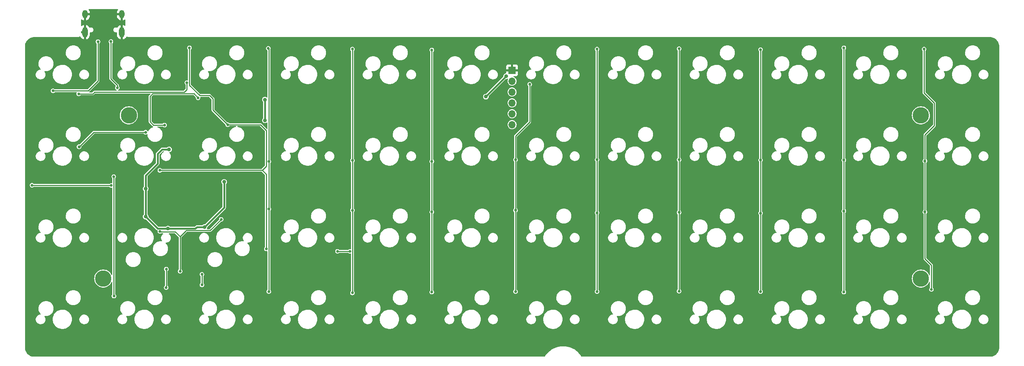
<source format=gtl>
G04 #@! TF.GenerationSoftware,KiCad,Pcbnew,(6.0.5-0)*
G04 #@! TF.CreationDate,2022-06-10T13:55:56-05:00*
G04 #@! TF.ProjectId,pcb,7063622e-6b69-4636-9164-5f7063625858,rev?*
G04 #@! TF.SameCoordinates,Original*
G04 #@! TF.FileFunction,Copper,L1,Top*
G04 #@! TF.FilePolarity,Positive*
%FSLAX46Y46*%
G04 Gerber Fmt 4.6, Leading zero omitted, Abs format (unit mm)*
G04 Created by KiCad (PCBNEW (6.0.5-0)) date 2022-06-10 13:55:56*
%MOMM*%
%LPD*%
G01*
G04 APERTURE LIST*
G04 #@! TA.AperFunction,ComponentPad*
%ADD10C,3.800000*%
G04 #@! TD*
G04 #@! TA.AperFunction,ComponentPad*
%ADD11O,1.700000X1.700000*%
G04 #@! TD*
G04 #@! TA.AperFunction,ComponentPad*
%ADD12R,1.700000X1.700000*%
G04 #@! TD*
G04 #@! TA.AperFunction,ComponentPad*
%ADD13O,1.300000X2.400000*%
G04 #@! TD*
G04 #@! TA.AperFunction,ComponentPad*
%ADD14O,1.300000X1.900000*%
G04 #@! TD*
G04 #@! TA.AperFunction,SMDPad,CuDef*
%ADD15O,1.300000X2.400000*%
G04 #@! TD*
G04 #@! TA.AperFunction,ViaPad*
%ADD16C,0.650000*%
G04 #@! TD*
G04 #@! TA.AperFunction,ViaPad*
%ADD17C,0.900000*%
G04 #@! TD*
G04 #@! TA.AperFunction,ViaPad*
%ADD18C,0.700000*%
G04 #@! TD*
G04 #@! TA.AperFunction,Conductor*
%ADD19C,0.250000*%
G04 #@! TD*
G04 #@! TA.AperFunction,Conductor*
%ADD20C,0.400000*%
G04 #@! TD*
G04 APERTURE END LIST*
D10*
X286915401Y-62718966D03*
X102368371Y-62718966D03*
X286915401Y-100818998D03*
X96415241Y-100818998D03*
D11*
X191665313Y-64901767D03*
X191665313Y-54741767D03*
X191665313Y-59821767D03*
X191665313Y-62361767D03*
X191665313Y-57281767D03*
D12*
X191665313Y-52201767D03*
D13*
X92139825Y-43314877D03*
D14*
X92139825Y-39114877D03*
X100739825Y-39114877D03*
D13*
X100739825Y-43314877D03*
D15*
X92139825Y-43314877D03*
D16*
X115906580Y-55090767D03*
X90690225Y-57693950D03*
X110700000Y-65000000D03*
X118500000Y-58627448D03*
D17*
X134090625Y-59056250D03*
X185565225Y-58360750D03*
X190290225Y-53593950D03*
X106290625Y-79856250D03*
X134090225Y-63893950D03*
X111765225Y-70668950D03*
X111490625Y-89156250D03*
X120000000Y-88800000D03*
X124590625Y-78256250D03*
X106290625Y-86356250D03*
D16*
X106265225Y-66668950D03*
D18*
X90790625Y-70056250D03*
D16*
X114313668Y-99113669D03*
X153890625Y-94456250D03*
X150990625Y-94456250D03*
X109600000Y-89810750D03*
X123900000Y-87000000D03*
X98275725Y-79093950D03*
X79805225Y-79041650D03*
X98855225Y-77020850D03*
X111072346Y-102927654D03*
X98900000Y-104900000D03*
X111100000Y-98600000D03*
X134400000Y-93900000D03*
X119400000Y-99838190D03*
X125400000Y-64900000D03*
X119400000Y-102300000D03*
X109590625Y-75556250D03*
X116490625Y-46956250D03*
X134979500Y-103868950D03*
X134865225Y-47068950D03*
X134979511Y-73483236D03*
X134979511Y-84583236D03*
X154470136Y-84873861D03*
X154465225Y-104168950D03*
X154465225Y-47268950D03*
X154470136Y-73264039D03*
X172965225Y-47468950D03*
X172965225Y-85268950D03*
X172965225Y-73468950D03*
X172965225Y-103968950D03*
X192465225Y-103868950D03*
X195765225Y-55468950D03*
X192465225Y-84868950D03*
X192465225Y-73068950D03*
X211465225Y-85468950D03*
X211465225Y-103868950D03*
X211465225Y-73068950D03*
X211465225Y-47268950D03*
X230565225Y-73068950D03*
X230565225Y-85368950D03*
X230565225Y-103768950D03*
X230565225Y-47168950D03*
X249565225Y-73168950D03*
X249565225Y-103868950D03*
X249565225Y-47368950D03*
X249565225Y-85568950D03*
X268965225Y-46968950D03*
X268965225Y-103968950D03*
X268965225Y-85068950D03*
X268965225Y-73168950D03*
X287665225Y-47268950D03*
X289365225Y-103368950D03*
X287865225Y-85268950D03*
X287865225Y-73368950D03*
X98190225Y-45493950D03*
X99690225Y-56293950D03*
X84690225Y-56993950D03*
X95177583Y-45514712D03*
X102565225Y-81368950D03*
X102965225Y-58268950D03*
X102565225Y-87468950D03*
D19*
X115906580Y-56681320D02*
X115293950Y-57293950D01*
X115906580Y-55090767D02*
X115906580Y-56681320D01*
X94390225Y-57293950D02*
X115293950Y-57293950D01*
X93990225Y-57693950D02*
X94390225Y-57293950D01*
X90690225Y-57693950D02*
X93990225Y-57693950D01*
X107300000Y-64200000D02*
X107300000Y-58300000D01*
X110700000Y-65000000D02*
X108100000Y-65000000D01*
X107926530Y-57673470D02*
X117546022Y-57673470D01*
X117546022Y-57673470D02*
X118500000Y-58627448D01*
X107300000Y-58300000D02*
X107926530Y-57673470D01*
X108100000Y-65000000D02*
X107300000Y-64200000D01*
D20*
X109090625Y-89156250D02*
X111490625Y-89156250D01*
X106290625Y-79856250D02*
X106290625Y-76756250D01*
X134090225Y-62256650D02*
X134090625Y-62256250D01*
X106290625Y-86356250D02*
X109090625Y-89156250D01*
X185690225Y-58193950D02*
X185690225Y-58235750D01*
X106290625Y-76756250D02*
X109090625Y-73956250D01*
X109090625Y-73956250D02*
X109090625Y-71694350D01*
X185690225Y-58235750D02*
X185565225Y-58360750D01*
X106290625Y-86356250D02*
X106290625Y-79856250D01*
X110116025Y-70668950D02*
X109090625Y-71694350D01*
X190290225Y-53593950D02*
X185690225Y-58193950D01*
X111765225Y-70668950D02*
X110116025Y-70668950D01*
X111490625Y-89156250D02*
X117856250Y-89156250D01*
X124590625Y-84209375D02*
X124590625Y-78256250D01*
X118212500Y-88800000D02*
X117856250Y-89156250D01*
X120000000Y-88800000D02*
X124590625Y-84209375D01*
X134090225Y-63893950D02*
X134090225Y-62256650D01*
X134090625Y-62256250D02*
X134090625Y-59056250D01*
X120000000Y-88800000D02*
X118212500Y-88800000D01*
D19*
X94177925Y-66668950D02*
X90790625Y-70056250D01*
X106265225Y-66668950D02*
X94177925Y-66668950D01*
X114313668Y-91013668D02*
X115600000Y-89727336D01*
X109689250Y-89900000D02*
X109600000Y-89810750D01*
X114313668Y-91013668D02*
X113200000Y-89900000D01*
X115600000Y-89700000D02*
X115689230Y-89610770D01*
X115600000Y-89727336D02*
X115600000Y-89700000D01*
X121289230Y-89610770D02*
X123900000Y-87000000D01*
X153890625Y-94456250D02*
X150990625Y-94456250D01*
X114313668Y-99113669D02*
X114313668Y-91013668D01*
X115689230Y-89610770D02*
X121289230Y-89610770D01*
X113200000Y-89900000D02*
X109689250Y-89900000D01*
X98275725Y-79093950D02*
X79857525Y-79093950D01*
X79857525Y-79093950D02*
X79805225Y-79041650D01*
X111072346Y-102927654D02*
X111100000Y-102900000D01*
X111100000Y-102900000D02*
X111100000Y-98600000D01*
X98855225Y-104391650D02*
X98855225Y-104855225D01*
X98855225Y-104855225D02*
X98900000Y-104900000D01*
X98855225Y-77020850D02*
X98855225Y-104391650D01*
X121222831Y-58100000D02*
X121940960Y-58818129D01*
X133447475Y-75556250D02*
X134400000Y-74603725D01*
X116490625Y-55690625D02*
X118900000Y-58100000D01*
X119400000Y-99838190D02*
X119400000Y-102300000D01*
X133034175Y-64900000D02*
X125400000Y-64900000D01*
X109590625Y-75556250D02*
X133447475Y-75556250D01*
X125400000Y-64900000D02*
X121940960Y-61440960D01*
X134400000Y-74603725D02*
X134400000Y-66265825D01*
X116490625Y-46956250D02*
X116490625Y-55690625D01*
X118900000Y-58100000D02*
X121222831Y-58100000D01*
X134400000Y-66265825D02*
X133034175Y-64900000D01*
X121940960Y-61440960D02*
X121940960Y-58818129D01*
X134400000Y-77234175D02*
X134400000Y-76508775D01*
X134400000Y-76508775D02*
X133447475Y-75556250D01*
X134400000Y-93900000D02*
X134400000Y-77234175D01*
X134979511Y-79254664D02*
X134979511Y-84583236D01*
X134865225Y-47068950D02*
X134979511Y-47183236D01*
X134979511Y-47183236D02*
X134979511Y-65954664D01*
X134979511Y-84583236D02*
X134979511Y-103868939D01*
X134979511Y-65954664D02*
X134979511Y-73483236D01*
X134979511Y-73483236D02*
X134979511Y-79254664D01*
X134979511Y-103868939D02*
X134979500Y-103868950D01*
X154470136Y-73264039D02*
X154470136Y-79464039D01*
X154470136Y-65864039D02*
X154470136Y-73264039D01*
X154470136Y-47273861D02*
X154465225Y-47268950D01*
X154470136Y-84873861D02*
X154470136Y-104164039D01*
X154470136Y-104164039D02*
X154465225Y-104168950D01*
X154470136Y-47273861D02*
X154470136Y-65864039D01*
X154470136Y-79464039D02*
X154470136Y-84873861D01*
X172965225Y-65968950D02*
X172965225Y-73468950D01*
X172965225Y-85268950D02*
X172965225Y-103968950D01*
X172965225Y-47468950D02*
X172965225Y-65968950D01*
X172965225Y-73468950D02*
X172965225Y-79968950D01*
X172965225Y-79968950D02*
X172965225Y-85268950D01*
X195765225Y-63668950D02*
X195765225Y-64268950D01*
X195765225Y-64268950D02*
X192465225Y-67568950D01*
X192465225Y-80268950D02*
X192465225Y-84868950D01*
X192465225Y-67568950D02*
X192465225Y-73068950D01*
X192465225Y-84868950D02*
X192465225Y-103868950D01*
X195765225Y-55468950D02*
X195765225Y-63668950D01*
X192465225Y-73068950D02*
X192465225Y-80268950D01*
X211465225Y-47268950D02*
X211465225Y-66168950D01*
X211465225Y-73068950D02*
X211465225Y-80568950D01*
X211465225Y-85468950D02*
X211465225Y-103868950D01*
X211465225Y-80568950D02*
X211465225Y-85468950D01*
X211465225Y-66168950D02*
X211465225Y-73068950D01*
X230565225Y-48068950D02*
X230565225Y-65968950D01*
X230565225Y-81168950D02*
X230565225Y-85368950D01*
X230565225Y-48068950D02*
X230565225Y-47168950D01*
X230565225Y-85368950D02*
X230565225Y-103768950D01*
X230565225Y-65968950D02*
X230565225Y-73068950D01*
X230565225Y-73068950D02*
X230565225Y-81168950D01*
X249565225Y-73168950D02*
X249565225Y-85568950D01*
X249565225Y-66168950D02*
X249565225Y-73168950D01*
X249565225Y-85568950D02*
X249565225Y-103868950D01*
X249565225Y-47368950D02*
X249565225Y-66168950D01*
X268965225Y-81868950D02*
X268965225Y-81968950D01*
X268965225Y-73168950D02*
X268965225Y-81868950D01*
X268965225Y-65868950D02*
X268965225Y-73168950D01*
X268965225Y-81968950D02*
X268965225Y-85068950D01*
X268965225Y-85068950D02*
X268965225Y-103968950D01*
X268965225Y-46968950D02*
X268965225Y-65868950D01*
X287865225Y-73368950D02*
X287865225Y-82268950D01*
X287865225Y-82268950D02*
X287865225Y-82368950D01*
X287865225Y-82368950D02*
X287865225Y-85268950D01*
X290065225Y-59868950D02*
X290065225Y-65068950D01*
X290065225Y-65068950D02*
X287865225Y-67268950D01*
X287665225Y-57468950D02*
X290065225Y-59868950D01*
X287865225Y-85268950D02*
X287865225Y-96168950D01*
X287865225Y-96168950D02*
X289365225Y-97668950D01*
X287865225Y-67268950D02*
X287865225Y-73368950D01*
X287665225Y-47268950D02*
X287665225Y-57468950D01*
X289365225Y-103368950D02*
X289365225Y-97668950D01*
X99690225Y-55693950D02*
X99690225Y-56293950D01*
X98190225Y-45493950D02*
X98190225Y-54193950D01*
X98190225Y-54193950D02*
X99690225Y-55693950D01*
X95177583Y-54706592D02*
X93990225Y-55893950D01*
X93990225Y-55893950D02*
X92890225Y-56993950D01*
X92890225Y-56993950D02*
X84690225Y-56993950D01*
X95177583Y-45514712D02*
X95177583Y-54706592D01*
X102565225Y-87468950D02*
X102565225Y-81368950D01*
G04 #@! TA.AperFunction,Conductor*
G36*
X99827610Y-37935219D02*
G01*
X99863574Y-37984719D01*
X99863574Y-38045905D01*
X99847166Y-38076602D01*
X99767292Y-38177923D01*
X99762371Y-38185499D01*
X99667499Y-38365820D01*
X99664045Y-38374160D01*
X99603624Y-38568745D01*
X99601743Y-38577595D01*
X99582167Y-38743001D01*
X99581825Y-38748797D01*
X99581825Y-38845197D01*
X99585947Y-38857882D01*
X99590068Y-38860877D01*
X100894825Y-38860877D01*
X100953016Y-38879784D01*
X100988980Y-38929284D01*
X100993825Y-38959877D01*
X100993825Y-40530606D01*
X100997947Y-40543291D01*
X100998551Y-40543730D01*
X101005699Y-40544246D01*
X101036349Y-40538979D01*
X101045076Y-40536641D01*
X101236234Y-40466119D01*
X101244396Y-40462226D01*
X101422932Y-40356008D01*
X101482609Y-40342504D01*
X101538825Y-40366657D01*
X101570109Y-40419240D01*
X101572550Y-40441089D01*
X101572550Y-41741432D01*
X101553643Y-41799623D01*
X101504143Y-41835587D01*
X101442957Y-41835587D01*
X101420722Y-41825159D01*
X101271635Y-41731092D01*
X101263582Y-41726989D01*
X101074336Y-41651488D01*
X101065678Y-41648923D01*
X101009204Y-41637689D01*
X100995959Y-41639257D01*
X100995924Y-41639289D01*
X100993825Y-41647333D01*
X100993825Y-44980606D01*
X100997947Y-44993291D01*
X100998551Y-44993730D01*
X101005699Y-44994246D01*
X101036349Y-44988979D01*
X101045076Y-44986641D01*
X101236234Y-44916119D01*
X101244396Y-44912226D01*
X101419489Y-44808056D01*
X101426814Y-44802735D01*
X101579993Y-44668401D01*
X101586219Y-44661840D01*
X101712354Y-44501838D01*
X101717279Y-44494255D01*
X101782554Y-44370188D01*
X101826382Y-44327494D01*
X101886934Y-44318714D01*
X101923421Y-44333270D01*
X101924099Y-44333826D01*
X102039608Y-44395570D01*
X102058008Y-44405405D01*
X102062344Y-44407723D01*
X102066996Y-44409134D01*
X102066995Y-44409134D01*
X102207694Y-44451821D01*
X102207697Y-44451822D01*
X102212349Y-44453233D01*
X102217188Y-44453710D01*
X102217189Y-44453710D01*
X102350927Y-44466889D01*
X102360242Y-44468421D01*
X102362167Y-44468643D01*
X102367632Y-44469910D01*
X102368350Y-44469911D01*
X102373801Y-44468668D01*
X102380095Y-44467233D01*
X102402105Y-44464755D01*
X202257360Y-44464751D01*
X302954822Y-44464747D01*
X302977010Y-44467265D01*
X302977618Y-44467405D01*
X302977619Y-44467405D01*
X302988481Y-44469903D01*
X302999353Y-44467443D01*
X303010502Y-44467463D01*
X303010502Y-44467490D01*
X303020613Y-44466670D01*
X303165363Y-44475428D01*
X303245721Y-44480290D01*
X303257584Y-44481731D01*
X303504840Y-44527046D01*
X303516430Y-44529903D01*
X303756423Y-44604692D01*
X303767594Y-44608929D01*
X303996811Y-44712096D01*
X304007397Y-44717651D01*
X304222507Y-44847694D01*
X304232345Y-44854485D01*
X304395073Y-44981976D01*
X304430180Y-45009481D01*
X304430214Y-45009508D01*
X304439161Y-45017435D01*
X304474928Y-45053203D01*
X304616894Y-45195172D01*
X304624822Y-45204120D01*
X304749450Y-45363198D01*
X304779844Y-45401994D01*
X304786635Y-45411833D01*
X304916674Y-45626949D01*
X304922229Y-45637535D01*
X304973807Y-45752138D01*
X304986225Y-45779729D01*
X305025385Y-45866741D01*
X305029622Y-45877910D01*
X305042100Y-45917955D01*
X305104407Y-46117912D01*
X305107267Y-46129519D01*
X305150182Y-46363698D01*
X305152575Y-46376758D01*
X305154015Y-46388619D01*
X305165991Y-46586608D01*
X305167611Y-46613391D01*
X305166803Y-46623132D01*
X305166966Y-46623132D01*
X305166946Y-46634283D01*
X305164448Y-46645147D01*
X305166908Y-46656019D01*
X305167163Y-46657144D01*
X305169604Y-46678994D01*
X305169604Y-116858419D01*
X305167086Y-116880607D01*
X305164448Y-116892078D01*
X305166908Y-116902950D01*
X305166888Y-116914099D01*
X305166861Y-116914099D01*
X305167681Y-116924210D01*
X305154062Y-117149319D01*
X305152621Y-117161184D01*
X305107307Y-117408440D01*
X305104449Y-117420033D01*
X305089551Y-117467841D01*
X305029661Y-117660025D01*
X305025422Y-117671202D01*
X304922258Y-117900421D01*
X304916702Y-117911007D01*
X304786659Y-118126121D01*
X304779868Y-118135959D01*
X304624852Y-118333822D01*
X304616925Y-118342771D01*
X304439173Y-118520523D01*
X304430224Y-118528450D01*
X304232361Y-118683467D01*
X304222523Y-118690258D01*
X304007412Y-118820298D01*
X303996827Y-118825854D01*
X303882215Y-118877439D01*
X303767596Y-118929026D01*
X303756432Y-118933259D01*
X303516436Y-119008048D01*
X303504843Y-119010906D01*
X303257587Y-119056220D01*
X303245726Y-119057661D01*
X303021135Y-119071250D01*
X303011212Y-119070426D01*
X303011212Y-119070563D01*
X303000066Y-119070544D01*
X302989199Y-119068045D01*
X302977205Y-119070759D01*
X302955355Y-119073201D01*
X286968838Y-119073200D01*
X207909219Y-119073193D01*
X207851028Y-119054286D01*
X207825405Y-119026882D01*
X207765431Y-118931479D01*
X207692642Y-118815692D01*
X207439476Y-118479430D01*
X207438079Y-118477867D01*
X207160343Y-118167191D01*
X207160338Y-118167186D01*
X207158948Y-118165631D01*
X206853042Y-117876515D01*
X206689939Y-117746483D01*
X206525555Y-117615429D01*
X206525551Y-117615426D01*
X206523924Y-117614129D01*
X206522201Y-117612978D01*
X206522190Y-117612970D01*
X206175665Y-117381492D01*
X206175654Y-117381485D01*
X206173920Y-117380327D01*
X205805507Y-117176764D01*
X205421292Y-117004879D01*
X205023991Y-116865890D01*
X204616416Y-116760778D01*
X204614362Y-116760429D01*
X204203501Y-116690635D01*
X204203492Y-116690634D01*
X204201450Y-116690287D01*
X204199378Y-116690112D01*
X204199376Y-116690112D01*
X204090855Y-116680961D01*
X203782028Y-116654917D01*
X203361118Y-116654917D01*
X203052291Y-116680961D01*
X202943770Y-116690112D01*
X202943768Y-116690112D01*
X202941696Y-116690287D01*
X202939654Y-116690634D01*
X202939645Y-116690635D01*
X202528784Y-116760429D01*
X202526730Y-116760778D01*
X202119155Y-116865890D01*
X201721854Y-117004879D01*
X201337639Y-117176764D01*
X200969226Y-117380327D01*
X200967492Y-117381485D01*
X200967481Y-117381492D01*
X200620956Y-117612970D01*
X200620945Y-117612978D01*
X200619222Y-117614129D01*
X200617595Y-117615426D01*
X200617591Y-117615429D01*
X200453207Y-117746483D01*
X200290104Y-117876515D01*
X199984198Y-118165631D01*
X199982808Y-118167186D01*
X199982803Y-118167191D01*
X199705067Y-118477867D01*
X199703670Y-118479430D01*
X199450504Y-118815692D01*
X199317741Y-119026884D01*
X199270766Y-119066084D01*
X199233928Y-119073193D01*
X100631776Y-119073200D01*
X80375801Y-119073201D01*
X80353616Y-119070683D01*
X80342143Y-119068045D01*
X80331271Y-119070505D01*
X80320122Y-119070485D01*
X80320122Y-119070457D01*
X80310015Y-119071279D01*
X80084893Y-119057660D01*
X80073038Y-119056221D01*
X79912945Y-119026882D01*
X79825781Y-119010908D01*
X79814174Y-119008047D01*
X79574193Y-118933265D01*
X79563015Y-118929026D01*
X79333788Y-118825859D01*
X79323203Y-118820303D01*
X79108094Y-118690265D01*
X79098261Y-118683479D01*
X78900364Y-118528438D01*
X78891442Y-118520533D01*
X78713692Y-118342785D01*
X78705764Y-118333837D01*
X78654328Y-118268184D01*
X78550736Y-118135961D01*
X78543945Y-118126122D01*
X78413906Y-117911014D01*
X78408350Y-117900429D01*
X78339064Y-117746487D01*
X78305178Y-117671197D01*
X78300942Y-117660026D01*
X78287045Y-117615429D01*
X78226157Y-117420042D01*
X78223296Y-117408436D01*
X78218358Y-117381492D01*
X78177982Y-117161183D01*
X78176542Y-117149322D01*
X78162957Y-116924803D01*
X78163787Y-116914810D01*
X78163660Y-116914810D01*
X78163679Y-116903663D01*
X78166178Y-116892796D01*
X78163464Y-116880802D01*
X78161022Y-116858952D01*
X78161023Y-110288719D01*
X80680955Y-110288719D01*
X80690884Y-110503256D01*
X80691989Y-110507839D01*
X80735428Y-110688080D01*
X80741203Y-110712044D01*
X80830094Y-110907550D01*
X80954351Y-111082720D01*
X81109490Y-111231234D01*
X81289914Y-111347732D01*
X81294275Y-111349490D01*
X81294276Y-111349490D01*
X81484749Y-111426253D01*
X81484752Y-111426254D01*
X81489112Y-111428011D01*
X81493725Y-111428912D01*
X81493729Y-111428913D01*
X81696401Y-111468492D01*
X81696408Y-111468493D01*
X81699896Y-111469174D01*
X81705539Y-111469450D01*
X81863889Y-111469450D01*
X81961924Y-111460097D01*
X82019327Y-111454620D01*
X82019330Y-111454620D01*
X82024020Y-111454172D01*
X82230101Y-111393715D01*
X82421032Y-111295379D01*
X82574305Y-111174981D01*
X82586220Y-111165622D01*
X82586221Y-111165621D01*
X82589923Y-111162713D01*
X82593008Y-111159158D01*
X82593011Y-111159155D01*
X82727591Y-111004064D01*
X82727592Y-111004063D01*
X82730680Y-111000504D01*
X82838226Y-110814605D01*
X82908678Y-110611724D01*
X82939495Y-110399181D01*
X82939119Y-110391058D01*
X84641295Y-110391058D01*
X84667281Y-110688080D01*
X84694007Y-110807645D01*
X84717198Y-110911393D01*
X84732322Y-110979055D01*
X84835275Y-111258873D01*
X84855659Y-111297534D01*
X84972803Y-111519719D01*
X84972807Y-111519726D01*
X84974331Y-111522616D01*
X85147047Y-111765651D01*
X85350389Y-111983709D01*
X85352925Y-111985792D01*
X85352926Y-111985793D01*
X85578245Y-112170873D01*
X85578250Y-112170877D01*
X85580784Y-112172958D01*
X85834185Y-112330073D01*
X85837182Y-112331420D01*
X85837186Y-112331422D01*
X85997478Y-112403460D01*
X86106139Y-112452294D01*
X86391869Y-112537473D01*
X86395110Y-112537986D01*
X86395113Y-112537987D01*
X86483533Y-112551991D01*
X86686354Y-112584115D01*
X86757114Y-112587328D01*
X86778509Y-112588300D01*
X86778515Y-112588300D01*
X86779613Y-112588350D01*
X86965850Y-112588350D01*
X87187726Y-112573613D01*
X87371611Y-112536535D01*
X87476772Y-112515331D01*
X87476777Y-112515330D01*
X87479999Y-112514680D01*
X87522739Y-112499963D01*
X87758799Y-112418682D01*
X87758805Y-112418679D01*
X87761911Y-112417610D01*
X88028509Y-112284108D01*
X88275108Y-112116520D01*
X88497376Y-111917789D01*
X88691409Y-111691407D01*
X88853796Y-111441353D01*
X88860132Y-111428011D01*
X88980279Y-111174981D01*
X88981686Y-111172018D01*
X89072831Y-110888135D01*
X89125629Y-110594691D01*
X89139155Y-110296842D01*
X89138444Y-110288719D01*
X90840955Y-110288719D01*
X90850884Y-110503256D01*
X90851989Y-110507839D01*
X90895428Y-110688080D01*
X90901203Y-110712044D01*
X90990094Y-110907550D01*
X91114351Y-111082720D01*
X91269490Y-111231234D01*
X91449914Y-111347732D01*
X91454275Y-111349490D01*
X91454276Y-111349490D01*
X91644749Y-111426253D01*
X91644752Y-111426254D01*
X91649112Y-111428011D01*
X91653725Y-111428912D01*
X91653729Y-111428913D01*
X91856401Y-111468492D01*
X91856408Y-111468493D01*
X91859896Y-111469174D01*
X91865539Y-111469450D01*
X92023889Y-111469450D01*
X92121924Y-111460097D01*
X92179327Y-111454620D01*
X92179330Y-111454620D01*
X92184020Y-111454172D01*
X92390101Y-111393715D01*
X92581032Y-111295379D01*
X92734305Y-111174981D01*
X92746220Y-111165622D01*
X92746221Y-111165621D01*
X92749923Y-111162713D01*
X92753008Y-111159158D01*
X92753011Y-111159155D01*
X92887591Y-111004064D01*
X92887592Y-111004063D01*
X92890680Y-111000504D01*
X92998226Y-110814605D01*
X93068678Y-110611724D01*
X93099495Y-110399181D01*
X93094383Y-110288719D01*
X99730955Y-110288719D01*
X99740884Y-110503256D01*
X99741989Y-110507839D01*
X99785428Y-110688080D01*
X99791203Y-110712044D01*
X99880094Y-110907550D01*
X100004351Y-111082720D01*
X100159490Y-111231234D01*
X100339914Y-111347732D01*
X100344275Y-111349490D01*
X100344276Y-111349490D01*
X100534749Y-111426253D01*
X100534752Y-111426254D01*
X100539112Y-111428011D01*
X100543725Y-111428912D01*
X100543729Y-111428913D01*
X100746401Y-111468492D01*
X100746408Y-111468493D01*
X100749896Y-111469174D01*
X100755539Y-111469450D01*
X100913889Y-111469450D01*
X101011924Y-111460097D01*
X101069327Y-111454620D01*
X101069330Y-111454620D01*
X101074020Y-111454172D01*
X101280101Y-111393715D01*
X101471032Y-111295379D01*
X101624305Y-111174981D01*
X101636220Y-111165622D01*
X101636221Y-111165621D01*
X101639923Y-111162713D01*
X101643008Y-111159158D01*
X101643011Y-111159155D01*
X101777591Y-111004064D01*
X101777592Y-111004063D01*
X101780680Y-111000504D01*
X101888226Y-110814605D01*
X101958678Y-110611724D01*
X101989495Y-110399181D01*
X101989119Y-110391058D01*
X103691295Y-110391058D01*
X103717281Y-110688080D01*
X103744007Y-110807645D01*
X103767198Y-110911393D01*
X103782322Y-110979055D01*
X103885275Y-111258873D01*
X103905659Y-111297534D01*
X104022803Y-111519719D01*
X104022807Y-111519726D01*
X104024331Y-111522616D01*
X104197047Y-111765651D01*
X104400389Y-111983709D01*
X104402925Y-111985792D01*
X104402926Y-111985793D01*
X104628245Y-112170873D01*
X104628250Y-112170877D01*
X104630784Y-112172958D01*
X104884185Y-112330073D01*
X104887182Y-112331420D01*
X104887186Y-112331422D01*
X105047478Y-112403460D01*
X105156139Y-112452294D01*
X105441869Y-112537473D01*
X105445110Y-112537986D01*
X105445113Y-112537987D01*
X105533533Y-112551991D01*
X105736354Y-112584115D01*
X105807114Y-112587328D01*
X105828509Y-112588300D01*
X105828515Y-112588300D01*
X105829613Y-112588350D01*
X106015850Y-112588350D01*
X106237726Y-112573613D01*
X106421611Y-112536535D01*
X106526772Y-112515331D01*
X106526777Y-112515330D01*
X106529999Y-112514680D01*
X106572739Y-112499963D01*
X106808799Y-112418682D01*
X106808805Y-112418679D01*
X106811911Y-112417610D01*
X107078509Y-112284108D01*
X107325108Y-112116520D01*
X107547376Y-111917789D01*
X107741409Y-111691407D01*
X107903796Y-111441353D01*
X107910132Y-111428011D01*
X108030279Y-111174981D01*
X108031686Y-111172018D01*
X108122831Y-110888135D01*
X108175629Y-110594691D01*
X108189155Y-110296842D01*
X108188444Y-110288719D01*
X109890955Y-110288719D01*
X109900884Y-110503256D01*
X109901989Y-110507839D01*
X109945428Y-110688080D01*
X109951203Y-110712044D01*
X110040094Y-110907550D01*
X110164351Y-111082720D01*
X110319490Y-111231234D01*
X110499914Y-111347732D01*
X110504275Y-111349490D01*
X110504276Y-111349490D01*
X110694749Y-111426253D01*
X110694752Y-111426254D01*
X110699112Y-111428011D01*
X110703725Y-111428912D01*
X110703729Y-111428913D01*
X110906401Y-111468492D01*
X110906408Y-111468493D01*
X110909896Y-111469174D01*
X110915539Y-111469450D01*
X111073889Y-111469450D01*
X111171924Y-111460097D01*
X111229327Y-111454620D01*
X111229330Y-111454620D01*
X111234020Y-111454172D01*
X111440101Y-111393715D01*
X111631032Y-111295379D01*
X111784305Y-111174981D01*
X111796220Y-111165622D01*
X111796221Y-111165621D01*
X111799923Y-111162713D01*
X111803008Y-111159158D01*
X111803011Y-111159155D01*
X111937591Y-111004064D01*
X111937592Y-111004063D01*
X111940680Y-111000504D01*
X112048226Y-110814605D01*
X112118678Y-110611724D01*
X112149495Y-110399181D01*
X112144383Y-110288719D01*
X118780955Y-110288719D01*
X118790884Y-110503256D01*
X118791989Y-110507839D01*
X118835428Y-110688080D01*
X118841203Y-110712044D01*
X118930094Y-110907550D01*
X119054351Y-111082720D01*
X119209490Y-111231234D01*
X119389914Y-111347732D01*
X119394275Y-111349490D01*
X119394276Y-111349490D01*
X119584749Y-111426253D01*
X119584752Y-111426254D01*
X119589112Y-111428011D01*
X119593725Y-111428912D01*
X119593729Y-111428913D01*
X119796401Y-111468492D01*
X119796408Y-111468493D01*
X119799896Y-111469174D01*
X119805539Y-111469450D01*
X119963889Y-111469450D01*
X120061924Y-111460097D01*
X120119327Y-111454620D01*
X120119330Y-111454620D01*
X120124020Y-111454172D01*
X120330101Y-111393715D01*
X120521032Y-111295379D01*
X120674305Y-111174981D01*
X120686220Y-111165622D01*
X120686221Y-111165621D01*
X120689923Y-111162713D01*
X120693008Y-111159158D01*
X120693011Y-111159155D01*
X120827591Y-111004064D01*
X120827592Y-111004063D01*
X120830680Y-111000504D01*
X120938226Y-110814605D01*
X121008678Y-110611724D01*
X121039495Y-110399181D01*
X121039119Y-110391058D01*
X122741295Y-110391058D01*
X122767281Y-110688080D01*
X122794007Y-110807645D01*
X122817198Y-110911393D01*
X122832322Y-110979055D01*
X122935275Y-111258873D01*
X122955659Y-111297534D01*
X123072803Y-111519719D01*
X123072807Y-111519726D01*
X123074331Y-111522616D01*
X123247047Y-111765651D01*
X123450389Y-111983709D01*
X123452925Y-111985792D01*
X123452926Y-111985793D01*
X123678245Y-112170873D01*
X123678250Y-112170877D01*
X123680784Y-112172958D01*
X123934185Y-112330073D01*
X123937182Y-112331420D01*
X123937186Y-112331422D01*
X124097478Y-112403460D01*
X124206139Y-112452294D01*
X124491869Y-112537473D01*
X124495110Y-112537986D01*
X124495113Y-112537987D01*
X124583533Y-112551991D01*
X124786354Y-112584115D01*
X124857114Y-112587328D01*
X124878509Y-112588300D01*
X124878515Y-112588300D01*
X124879613Y-112588350D01*
X125065850Y-112588350D01*
X125287726Y-112573613D01*
X125471611Y-112536535D01*
X125576772Y-112515331D01*
X125576777Y-112515330D01*
X125579999Y-112514680D01*
X125622739Y-112499963D01*
X125858799Y-112418682D01*
X125858805Y-112418679D01*
X125861911Y-112417610D01*
X126128509Y-112284108D01*
X126375108Y-112116520D01*
X126597376Y-111917789D01*
X126791409Y-111691407D01*
X126953796Y-111441353D01*
X126960132Y-111428011D01*
X127080279Y-111174981D01*
X127081686Y-111172018D01*
X127172831Y-110888135D01*
X127225629Y-110594691D01*
X127239155Y-110296842D01*
X127238444Y-110288719D01*
X128940955Y-110288719D01*
X128950884Y-110503256D01*
X128951989Y-110507839D01*
X128995428Y-110688080D01*
X129001203Y-110712044D01*
X129090094Y-110907550D01*
X129214351Y-111082720D01*
X129369490Y-111231234D01*
X129549914Y-111347732D01*
X129554275Y-111349490D01*
X129554276Y-111349490D01*
X129744749Y-111426253D01*
X129744752Y-111426254D01*
X129749112Y-111428011D01*
X129753725Y-111428912D01*
X129753729Y-111428913D01*
X129956401Y-111468492D01*
X129956408Y-111468493D01*
X129959896Y-111469174D01*
X129965539Y-111469450D01*
X130123889Y-111469450D01*
X130221924Y-111460097D01*
X130279327Y-111454620D01*
X130279330Y-111454620D01*
X130284020Y-111454172D01*
X130490101Y-111393715D01*
X130681032Y-111295379D01*
X130834305Y-111174981D01*
X130846220Y-111165622D01*
X130846221Y-111165621D01*
X130849923Y-111162713D01*
X130853008Y-111159158D01*
X130853011Y-111159155D01*
X130987591Y-111004064D01*
X130987592Y-111004063D01*
X130990680Y-111000504D01*
X131098226Y-110814605D01*
X131168678Y-110611724D01*
X131199495Y-110399181D01*
X131194383Y-110288719D01*
X137830955Y-110288719D01*
X137840884Y-110503256D01*
X137841989Y-110507839D01*
X137885428Y-110688080D01*
X137891203Y-110712044D01*
X137980094Y-110907550D01*
X138104351Y-111082720D01*
X138259490Y-111231234D01*
X138439914Y-111347732D01*
X138444275Y-111349490D01*
X138444276Y-111349490D01*
X138634749Y-111426253D01*
X138634752Y-111426254D01*
X138639112Y-111428011D01*
X138643725Y-111428912D01*
X138643729Y-111428913D01*
X138846401Y-111468492D01*
X138846408Y-111468493D01*
X138849896Y-111469174D01*
X138855539Y-111469450D01*
X139013889Y-111469450D01*
X139111924Y-111460097D01*
X139169327Y-111454620D01*
X139169330Y-111454620D01*
X139174020Y-111454172D01*
X139380101Y-111393715D01*
X139571032Y-111295379D01*
X139724305Y-111174981D01*
X139736220Y-111165622D01*
X139736221Y-111165621D01*
X139739923Y-111162713D01*
X139743008Y-111159158D01*
X139743011Y-111159155D01*
X139877591Y-111004064D01*
X139877592Y-111004063D01*
X139880680Y-111000504D01*
X139988226Y-110814605D01*
X140058678Y-110611724D01*
X140089495Y-110399181D01*
X140089119Y-110391058D01*
X141791295Y-110391058D01*
X141817281Y-110688080D01*
X141844007Y-110807645D01*
X141867198Y-110911393D01*
X141882322Y-110979055D01*
X141985275Y-111258873D01*
X142005659Y-111297534D01*
X142122803Y-111519719D01*
X142122807Y-111519726D01*
X142124331Y-111522616D01*
X142297047Y-111765651D01*
X142500389Y-111983709D01*
X142502925Y-111985792D01*
X142502926Y-111985793D01*
X142728245Y-112170873D01*
X142728250Y-112170877D01*
X142730784Y-112172958D01*
X142984185Y-112330073D01*
X142987182Y-112331420D01*
X142987186Y-112331422D01*
X143147478Y-112403460D01*
X143256139Y-112452294D01*
X143541869Y-112537473D01*
X143545110Y-112537986D01*
X143545113Y-112537987D01*
X143633533Y-112551991D01*
X143836354Y-112584115D01*
X143907114Y-112587328D01*
X143928509Y-112588300D01*
X143928515Y-112588300D01*
X143929613Y-112588350D01*
X144115850Y-112588350D01*
X144337726Y-112573613D01*
X144521611Y-112536535D01*
X144626772Y-112515331D01*
X144626777Y-112515330D01*
X144629999Y-112514680D01*
X144672739Y-112499963D01*
X144908799Y-112418682D01*
X144908805Y-112418679D01*
X144911911Y-112417610D01*
X145178509Y-112284108D01*
X145425108Y-112116520D01*
X145647376Y-111917789D01*
X145841409Y-111691407D01*
X146003796Y-111441353D01*
X146010132Y-111428011D01*
X146130279Y-111174981D01*
X146131686Y-111172018D01*
X146222831Y-110888135D01*
X146275629Y-110594691D01*
X146289155Y-110296842D01*
X146288444Y-110288719D01*
X147990955Y-110288719D01*
X148000884Y-110503256D01*
X148001989Y-110507839D01*
X148045428Y-110688080D01*
X148051203Y-110712044D01*
X148140094Y-110907550D01*
X148264351Y-111082720D01*
X148419490Y-111231234D01*
X148599914Y-111347732D01*
X148604275Y-111349490D01*
X148604276Y-111349490D01*
X148794749Y-111426253D01*
X148794752Y-111426254D01*
X148799112Y-111428011D01*
X148803725Y-111428912D01*
X148803729Y-111428913D01*
X149006401Y-111468492D01*
X149006408Y-111468493D01*
X149009896Y-111469174D01*
X149015539Y-111469450D01*
X149173889Y-111469450D01*
X149271924Y-111460097D01*
X149329327Y-111454620D01*
X149329330Y-111454620D01*
X149334020Y-111454172D01*
X149540101Y-111393715D01*
X149731032Y-111295379D01*
X149884305Y-111174981D01*
X149896220Y-111165622D01*
X149896221Y-111165621D01*
X149899923Y-111162713D01*
X149903008Y-111159158D01*
X149903011Y-111159155D01*
X150037591Y-111004064D01*
X150037592Y-111004063D01*
X150040680Y-111000504D01*
X150148226Y-110814605D01*
X150218678Y-110611724D01*
X150249495Y-110399181D01*
X150244383Y-110288719D01*
X156880955Y-110288719D01*
X156890884Y-110503256D01*
X156891989Y-110507839D01*
X156935428Y-110688080D01*
X156941203Y-110712044D01*
X157030094Y-110907550D01*
X157154351Y-111082720D01*
X157309490Y-111231234D01*
X157489914Y-111347732D01*
X157494275Y-111349490D01*
X157494276Y-111349490D01*
X157684749Y-111426253D01*
X157684752Y-111426254D01*
X157689112Y-111428011D01*
X157693725Y-111428912D01*
X157693729Y-111428913D01*
X157896401Y-111468492D01*
X157896408Y-111468493D01*
X157899896Y-111469174D01*
X157905539Y-111469450D01*
X158063889Y-111469450D01*
X158161924Y-111460097D01*
X158219327Y-111454620D01*
X158219330Y-111454620D01*
X158224020Y-111454172D01*
X158430101Y-111393715D01*
X158621032Y-111295379D01*
X158774305Y-111174981D01*
X158786220Y-111165622D01*
X158786221Y-111165621D01*
X158789923Y-111162713D01*
X158793008Y-111159158D01*
X158793011Y-111159155D01*
X158927591Y-111004064D01*
X158927592Y-111004063D01*
X158930680Y-111000504D01*
X159038226Y-110814605D01*
X159108678Y-110611724D01*
X159139495Y-110399181D01*
X159139119Y-110391058D01*
X160841295Y-110391058D01*
X160867281Y-110688080D01*
X160894007Y-110807645D01*
X160917198Y-110911393D01*
X160932322Y-110979055D01*
X161035275Y-111258873D01*
X161055659Y-111297534D01*
X161172803Y-111519719D01*
X161172807Y-111519726D01*
X161174331Y-111522616D01*
X161347047Y-111765651D01*
X161550389Y-111983709D01*
X161552925Y-111985792D01*
X161552926Y-111985793D01*
X161778245Y-112170873D01*
X161778250Y-112170877D01*
X161780784Y-112172958D01*
X162034185Y-112330073D01*
X162037182Y-112331420D01*
X162037186Y-112331422D01*
X162197478Y-112403460D01*
X162306139Y-112452294D01*
X162591869Y-112537473D01*
X162595110Y-112537986D01*
X162595113Y-112537987D01*
X162683533Y-112551991D01*
X162886354Y-112584115D01*
X162957114Y-112587328D01*
X162978509Y-112588300D01*
X162978515Y-112588300D01*
X162979613Y-112588350D01*
X163165850Y-112588350D01*
X163387726Y-112573613D01*
X163571611Y-112536535D01*
X163676772Y-112515331D01*
X163676777Y-112515330D01*
X163679999Y-112514680D01*
X163722739Y-112499963D01*
X163958799Y-112418682D01*
X163958805Y-112418679D01*
X163961911Y-112417610D01*
X164228509Y-112284108D01*
X164475108Y-112116520D01*
X164697376Y-111917789D01*
X164891409Y-111691407D01*
X165053796Y-111441353D01*
X165060132Y-111428011D01*
X165180279Y-111174981D01*
X165181686Y-111172018D01*
X165272831Y-110888135D01*
X165325629Y-110594691D01*
X165339155Y-110296842D01*
X165338444Y-110288719D01*
X167040955Y-110288719D01*
X167050884Y-110503256D01*
X167051989Y-110507839D01*
X167095428Y-110688080D01*
X167101203Y-110712044D01*
X167190094Y-110907550D01*
X167314351Y-111082720D01*
X167469490Y-111231234D01*
X167649914Y-111347732D01*
X167654275Y-111349490D01*
X167654276Y-111349490D01*
X167844749Y-111426253D01*
X167844752Y-111426254D01*
X167849112Y-111428011D01*
X167853725Y-111428912D01*
X167853729Y-111428913D01*
X168056401Y-111468492D01*
X168056408Y-111468493D01*
X168059896Y-111469174D01*
X168065539Y-111469450D01*
X168223889Y-111469450D01*
X168321924Y-111460097D01*
X168379327Y-111454620D01*
X168379330Y-111454620D01*
X168384020Y-111454172D01*
X168590101Y-111393715D01*
X168781032Y-111295379D01*
X168934305Y-111174981D01*
X168946220Y-111165622D01*
X168946221Y-111165621D01*
X168949923Y-111162713D01*
X168953008Y-111159158D01*
X168953011Y-111159155D01*
X169087591Y-111004064D01*
X169087592Y-111004063D01*
X169090680Y-111000504D01*
X169198226Y-110814605D01*
X169268678Y-110611724D01*
X169299495Y-110399181D01*
X169294383Y-110288719D01*
X175930955Y-110288719D01*
X175940884Y-110503256D01*
X175941989Y-110507839D01*
X175985428Y-110688080D01*
X175991203Y-110712044D01*
X176080094Y-110907550D01*
X176204351Y-111082720D01*
X176359490Y-111231234D01*
X176539914Y-111347732D01*
X176544275Y-111349490D01*
X176544276Y-111349490D01*
X176734749Y-111426253D01*
X176734752Y-111426254D01*
X176739112Y-111428011D01*
X176743725Y-111428912D01*
X176743729Y-111428913D01*
X176946401Y-111468492D01*
X176946408Y-111468493D01*
X176949896Y-111469174D01*
X176955539Y-111469450D01*
X177113889Y-111469450D01*
X177211924Y-111460097D01*
X177269327Y-111454620D01*
X177269330Y-111454620D01*
X177274020Y-111454172D01*
X177480101Y-111393715D01*
X177671032Y-111295379D01*
X177824305Y-111174981D01*
X177836220Y-111165622D01*
X177836221Y-111165621D01*
X177839923Y-111162713D01*
X177843008Y-111159158D01*
X177843011Y-111159155D01*
X177977591Y-111004064D01*
X177977592Y-111004063D01*
X177980680Y-111000504D01*
X178088226Y-110814605D01*
X178158678Y-110611724D01*
X178189495Y-110399181D01*
X178189119Y-110391058D01*
X179891295Y-110391058D01*
X179917281Y-110688080D01*
X179944007Y-110807645D01*
X179967198Y-110911393D01*
X179982322Y-110979055D01*
X180085275Y-111258873D01*
X180105659Y-111297534D01*
X180222803Y-111519719D01*
X180222807Y-111519726D01*
X180224331Y-111522616D01*
X180397047Y-111765651D01*
X180600389Y-111983709D01*
X180602925Y-111985792D01*
X180602926Y-111985793D01*
X180828245Y-112170873D01*
X180828250Y-112170877D01*
X180830784Y-112172958D01*
X181084185Y-112330073D01*
X181087182Y-112331420D01*
X181087186Y-112331422D01*
X181247478Y-112403460D01*
X181356139Y-112452294D01*
X181641869Y-112537473D01*
X181645110Y-112537986D01*
X181645113Y-112537987D01*
X181733533Y-112551991D01*
X181936354Y-112584115D01*
X182007114Y-112587328D01*
X182028509Y-112588300D01*
X182028515Y-112588300D01*
X182029613Y-112588350D01*
X182215850Y-112588350D01*
X182437726Y-112573613D01*
X182621611Y-112536535D01*
X182726772Y-112515331D01*
X182726777Y-112515330D01*
X182729999Y-112514680D01*
X182772739Y-112499963D01*
X183008799Y-112418682D01*
X183008805Y-112418679D01*
X183011911Y-112417610D01*
X183278509Y-112284108D01*
X183525108Y-112116520D01*
X183747376Y-111917789D01*
X183941409Y-111691407D01*
X184103796Y-111441353D01*
X184110132Y-111428011D01*
X184230279Y-111174981D01*
X184231686Y-111172018D01*
X184322831Y-110888135D01*
X184375629Y-110594691D01*
X184389155Y-110296842D01*
X184388444Y-110288719D01*
X186090955Y-110288719D01*
X186100884Y-110503256D01*
X186101989Y-110507839D01*
X186145428Y-110688080D01*
X186151203Y-110712044D01*
X186240094Y-110907550D01*
X186364351Y-111082720D01*
X186519490Y-111231234D01*
X186699914Y-111347732D01*
X186704275Y-111349490D01*
X186704276Y-111349490D01*
X186894749Y-111426253D01*
X186894752Y-111426254D01*
X186899112Y-111428011D01*
X186903725Y-111428912D01*
X186903729Y-111428913D01*
X187106401Y-111468492D01*
X187106408Y-111468493D01*
X187109896Y-111469174D01*
X187115539Y-111469450D01*
X187273889Y-111469450D01*
X187371924Y-111460097D01*
X187429327Y-111454620D01*
X187429330Y-111454620D01*
X187434020Y-111454172D01*
X187640101Y-111393715D01*
X187831032Y-111295379D01*
X187984305Y-111174981D01*
X187996220Y-111165622D01*
X187996221Y-111165621D01*
X187999923Y-111162713D01*
X188003008Y-111159158D01*
X188003011Y-111159155D01*
X188137591Y-111004064D01*
X188137592Y-111004063D01*
X188140680Y-111000504D01*
X188248226Y-110814605D01*
X188318678Y-110611724D01*
X188349495Y-110399181D01*
X188344383Y-110288719D01*
X194980955Y-110288719D01*
X194990884Y-110503256D01*
X194991989Y-110507839D01*
X195035428Y-110688080D01*
X195041203Y-110712044D01*
X195130094Y-110907550D01*
X195254351Y-111082720D01*
X195409490Y-111231234D01*
X195589914Y-111347732D01*
X195594275Y-111349490D01*
X195594276Y-111349490D01*
X195784749Y-111426253D01*
X195784752Y-111426254D01*
X195789112Y-111428011D01*
X195793725Y-111428912D01*
X195793729Y-111428913D01*
X195996401Y-111468492D01*
X195996408Y-111468493D01*
X195999896Y-111469174D01*
X196005539Y-111469450D01*
X196163889Y-111469450D01*
X196261924Y-111460097D01*
X196319327Y-111454620D01*
X196319330Y-111454620D01*
X196324020Y-111454172D01*
X196530101Y-111393715D01*
X196721032Y-111295379D01*
X196874305Y-111174981D01*
X196886220Y-111165622D01*
X196886221Y-111165621D01*
X196889923Y-111162713D01*
X196893008Y-111159158D01*
X196893011Y-111159155D01*
X197027591Y-111004064D01*
X197027592Y-111004063D01*
X197030680Y-111000504D01*
X197138226Y-110814605D01*
X197208678Y-110611724D01*
X197239495Y-110399181D01*
X197239119Y-110391058D01*
X198941295Y-110391058D01*
X198967281Y-110688080D01*
X198994007Y-110807645D01*
X199017198Y-110911393D01*
X199032322Y-110979055D01*
X199135275Y-111258873D01*
X199155659Y-111297534D01*
X199272803Y-111519719D01*
X199272807Y-111519726D01*
X199274331Y-111522616D01*
X199447047Y-111765651D01*
X199650389Y-111983709D01*
X199652925Y-111985792D01*
X199652926Y-111985793D01*
X199878245Y-112170873D01*
X199878250Y-112170877D01*
X199880784Y-112172958D01*
X200134185Y-112330073D01*
X200137182Y-112331420D01*
X200137186Y-112331422D01*
X200297478Y-112403460D01*
X200406139Y-112452294D01*
X200691869Y-112537473D01*
X200695110Y-112537986D01*
X200695113Y-112537987D01*
X200783533Y-112551991D01*
X200986354Y-112584115D01*
X201057114Y-112587328D01*
X201078509Y-112588300D01*
X201078515Y-112588300D01*
X201079613Y-112588350D01*
X201265850Y-112588350D01*
X201487726Y-112573613D01*
X201671611Y-112536535D01*
X201776772Y-112515331D01*
X201776777Y-112515330D01*
X201779999Y-112514680D01*
X201822739Y-112499963D01*
X202058799Y-112418682D01*
X202058805Y-112418679D01*
X202061911Y-112417610D01*
X202328509Y-112284108D01*
X202575108Y-112116520D01*
X202797376Y-111917789D01*
X202991409Y-111691407D01*
X203153796Y-111441353D01*
X203160132Y-111428011D01*
X203280279Y-111174981D01*
X203281686Y-111172018D01*
X203372831Y-110888135D01*
X203425629Y-110594691D01*
X203439155Y-110296842D01*
X203438444Y-110288719D01*
X205140955Y-110288719D01*
X205150884Y-110503256D01*
X205151989Y-110507839D01*
X205195428Y-110688080D01*
X205201203Y-110712044D01*
X205290094Y-110907550D01*
X205414351Y-111082720D01*
X205569490Y-111231234D01*
X205749914Y-111347732D01*
X205754275Y-111349490D01*
X205754276Y-111349490D01*
X205944749Y-111426253D01*
X205944752Y-111426254D01*
X205949112Y-111428011D01*
X205953725Y-111428912D01*
X205953729Y-111428913D01*
X206156401Y-111468492D01*
X206156408Y-111468493D01*
X206159896Y-111469174D01*
X206165539Y-111469450D01*
X206323889Y-111469450D01*
X206421924Y-111460097D01*
X206479327Y-111454620D01*
X206479330Y-111454620D01*
X206484020Y-111454172D01*
X206690101Y-111393715D01*
X206881032Y-111295379D01*
X207034305Y-111174981D01*
X207046220Y-111165622D01*
X207046221Y-111165621D01*
X207049923Y-111162713D01*
X207053008Y-111159158D01*
X207053011Y-111159155D01*
X207187591Y-111004064D01*
X207187592Y-111004063D01*
X207190680Y-111000504D01*
X207298226Y-110814605D01*
X207368678Y-110611724D01*
X207399495Y-110399181D01*
X207394383Y-110288719D01*
X214030955Y-110288719D01*
X214040884Y-110503256D01*
X214041989Y-110507839D01*
X214085428Y-110688080D01*
X214091203Y-110712044D01*
X214180094Y-110907550D01*
X214304351Y-111082720D01*
X214459490Y-111231234D01*
X214639914Y-111347732D01*
X214644275Y-111349490D01*
X214644276Y-111349490D01*
X214834749Y-111426253D01*
X214834752Y-111426254D01*
X214839112Y-111428011D01*
X214843725Y-111428912D01*
X214843729Y-111428913D01*
X215046401Y-111468492D01*
X215046408Y-111468493D01*
X215049896Y-111469174D01*
X215055539Y-111469450D01*
X215213889Y-111469450D01*
X215311924Y-111460097D01*
X215369327Y-111454620D01*
X215369330Y-111454620D01*
X215374020Y-111454172D01*
X215580101Y-111393715D01*
X215771032Y-111295379D01*
X215924305Y-111174981D01*
X215936220Y-111165622D01*
X215936221Y-111165621D01*
X215939923Y-111162713D01*
X215943008Y-111159158D01*
X215943011Y-111159155D01*
X216077591Y-111004064D01*
X216077592Y-111004063D01*
X216080680Y-111000504D01*
X216188226Y-110814605D01*
X216258678Y-110611724D01*
X216289495Y-110399181D01*
X216289119Y-110391058D01*
X217991295Y-110391058D01*
X218017281Y-110688080D01*
X218044007Y-110807645D01*
X218067198Y-110911393D01*
X218082322Y-110979055D01*
X218185275Y-111258873D01*
X218205659Y-111297534D01*
X218322803Y-111519719D01*
X218322807Y-111519726D01*
X218324331Y-111522616D01*
X218497047Y-111765651D01*
X218700389Y-111983709D01*
X218702925Y-111985792D01*
X218702926Y-111985793D01*
X218928245Y-112170873D01*
X218928250Y-112170877D01*
X218930784Y-112172958D01*
X219184185Y-112330073D01*
X219187182Y-112331420D01*
X219187186Y-112331422D01*
X219347478Y-112403460D01*
X219456139Y-112452294D01*
X219741869Y-112537473D01*
X219745110Y-112537986D01*
X219745113Y-112537987D01*
X219833533Y-112551991D01*
X220036354Y-112584115D01*
X220107114Y-112587328D01*
X220128509Y-112588300D01*
X220128515Y-112588300D01*
X220129613Y-112588350D01*
X220315850Y-112588350D01*
X220537726Y-112573613D01*
X220721611Y-112536535D01*
X220826772Y-112515331D01*
X220826777Y-112515330D01*
X220829999Y-112514680D01*
X220872739Y-112499963D01*
X221108799Y-112418682D01*
X221108805Y-112418679D01*
X221111911Y-112417610D01*
X221378509Y-112284108D01*
X221625108Y-112116520D01*
X221847376Y-111917789D01*
X222041409Y-111691407D01*
X222203796Y-111441353D01*
X222210132Y-111428011D01*
X222330279Y-111174981D01*
X222331686Y-111172018D01*
X222422831Y-110888135D01*
X222475629Y-110594691D01*
X222489155Y-110296842D01*
X222488444Y-110288719D01*
X224190955Y-110288719D01*
X224200884Y-110503256D01*
X224201989Y-110507839D01*
X224245428Y-110688080D01*
X224251203Y-110712044D01*
X224340094Y-110907550D01*
X224464351Y-111082720D01*
X224619490Y-111231234D01*
X224799914Y-111347732D01*
X224804275Y-111349490D01*
X224804276Y-111349490D01*
X224994749Y-111426253D01*
X224994752Y-111426254D01*
X224999112Y-111428011D01*
X225003725Y-111428912D01*
X225003729Y-111428913D01*
X225206401Y-111468492D01*
X225206408Y-111468493D01*
X225209896Y-111469174D01*
X225215539Y-111469450D01*
X225373889Y-111469450D01*
X225471924Y-111460097D01*
X225529327Y-111454620D01*
X225529330Y-111454620D01*
X225534020Y-111454172D01*
X225740101Y-111393715D01*
X225931032Y-111295379D01*
X226084305Y-111174981D01*
X226096220Y-111165622D01*
X226096221Y-111165621D01*
X226099923Y-111162713D01*
X226103008Y-111159158D01*
X226103011Y-111159155D01*
X226237591Y-111004064D01*
X226237592Y-111004063D01*
X226240680Y-111000504D01*
X226348226Y-110814605D01*
X226418678Y-110611724D01*
X226449495Y-110399181D01*
X226444383Y-110288719D01*
X233080955Y-110288719D01*
X233090884Y-110503256D01*
X233091989Y-110507839D01*
X233135428Y-110688080D01*
X233141203Y-110712044D01*
X233230094Y-110907550D01*
X233354351Y-111082720D01*
X233509490Y-111231234D01*
X233689914Y-111347732D01*
X233694275Y-111349490D01*
X233694276Y-111349490D01*
X233884749Y-111426253D01*
X233884752Y-111426254D01*
X233889112Y-111428011D01*
X233893725Y-111428912D01*
X233893729Y-111428913D01*
X234096401Y-111468492D01*
X234096408Y-111468493D01*
X234099896Y-111469174D01*
X234105539Y-111469450D01*
X234263889Y-111469450D01*
X234361924Y-111460097D01*
X234419327Y-111454620D01*
X234419330Y-111454620D01*
X234424020Y-111454172D01*
X234630101Y-111393715D01*
X234821032Y-111295379D01*
X234974305Y-111174981D01*
X234986220Y-111165622D01*
X234986221Y-111165621D01*
X234989923Y-111162713D01*
X234993008Y-111159158D01*
X234993011Y-111159155D01*
X235127591Y-111004064D01*
X235127592Y-111004063D01*
X235130680Y-111000504D01*
X235238226Y-110814605D01*
X235308678Y-110611724D01*
X235339495Y-110399181D01*
X235339119Y-110391058D01*
X237041295Y-110391058D01*
X237067281Y-110688080D01*
X237094007Y-110807645D01*
X237117198Y-110911393D01*
X237132322Y-110979055D01*
X237235275Y-111258873D01*
X237255659Y-111297534D01*
X237372803Y-111519719D01*
X237372807Y-111519726D01*
X237374331Y-111522616D01*
X237547047Y-111765651D01*
X237750389Y-111983709D01*
X237752925Y-111985792D01*
X237752926Y-111985793D01*
X237978245Y-112170873D01*
X237978250Y-112170877D01*
X237980784Y-112172958D01*
X238234185Y-112330073D01*
X238237182Y-112331420D01*
X238237186Y-112331422D01*
X238397478Y-112403460D01*
X238506139Y-112452294D01*
X238791869Y-112537473D01*
X238795110Y-112537986D01*
X238795113Y-112537987D01*
X238883533Y-112551991D01*
X239086354Y-112584115D01*
X239157114Y-112587328D01*
X239178509Y-112588300D01*
X239178515Y-112588300D01*
X239179613Y-112588350D01*
X239365850Y-112588350D01*
X239587726Y-112573613D01*
X239771611Y-112536535D01*
X239876772Y-112515331D01*
X239876777Y-112515330D01*
X239879999Y-112514680D01*
X239922739Y-112499963D01*
X240158799Y-112418682D01*
X240158805Y-112418679D01*
X240161911Y-112417610D01*
X240428509Y-112284108D01*
X240675108Y-112116520D01*
X240897376Y-111917789D01*
X241091409Y-111691407D01*
X241253796Y-111441353D01*
X241260132Y-111428011D01*
X241380279Y-111174981D01*
X241381686Y-111172018D01*
X241472831Y-110888135D01*
X241525629Y-110594691D01*
X241539155Y-110296842D01*
X241538444Y-110288719D01*
X243240955Y-110288719D01*
X243250884Y-110503256D01*
X243251989Y-110507839D01*
X243295428Y-110688080D01*
X243301203Y-110712044D01*
X243390094Y-110907550D01*
X243514351Y-111082720D01*
X243669490Y-111231234D01*
X243849914Y-111347732D01*
X243854275Y-111349490D01*
X243854276Y-111349490D01*
X244044749Y-111426253D01*
X244044752Y-111426254D01*
X244049112Y-111428011D01*
X244053725Y-111428912D01*
X244053729Y-111428913D01*
X244256401Y-111468492D01*
X244256408Y-111468493D01*
X244259896Y-111469174D01*
X244265539Y-111469450D01*
X244423889Y-111469450D01*
X244521924Y-111460097D01*
X244579327Y-111454620D01*
X244579330Y-111454620D01*
X244584020Y-111454172D01*
X244790101Y-111393715D01*
X244981032Y-111295379D01*
X245134305Y-111174981D01*
X245146220Y-111165622D01*
X245146221Y-111165621D01*
X245149923Y-111162713D01*
X245153008Y-111159158D01*
X245153011Y-111159155D01*
X245287591Y-111004064D01*
X245287592Y-111004063D01*
X245290680Y-111000504D01*
X245398226Y-110814605D01*
X245468678Y-110611724D01*
X245499495Y-110399181D01*
X245494383Y-110288719D01*
X252130955Y-110288719D01*
X252140884Y-110503256D01*
X252141989Y-110507839D01*
X252185428Y-110688080D01*
X252191203Y-110712044D01*
X252280094Y-110907550D01*
X252404351Y-111082720D01*
X252559490Y-111231234D01*
X252739914Y-111347732D01*
X252744275Y-111349490D01*
X252744276Y-111349490D01*
X252934749Y-111426253D01*
X252934752Y-111426254D01*
X252939112Y-111428011D01*
X252943725Y-111428912D01*
X252943729Y-111428913D01*
X253146401Y-111468492D01*
X253146408Y-111468493D01*
X253149896Y-111469174D01*
X253155539Y-111469450D01*
X253313889Y-111469450D01*
X253411924Y-111460097D01*
X253469327Y-111454620D01*
X253469330Y-111454620D01*
X253474020Y-111454172D01*
X253680101Y-111393715D01*
X253871032Y-111295379D01*
X254024305Y-111174981D01*
X254036220Y-111165622D01*
X254036221Y-111165621D01*
X254039923Y-111162713D01*
X254043008Y-111159158D01*
X254043011Y-111159155D01*
X254177591Y-111004064D01*
X254177592Y-111004063D01*
X254180680Y-111000504D01*
X254288226Y-110814605D01*
X254358678Y-110611724D01*
X254389495Y-110399181D01*
X254389119Y-110391058D01*
X256091295Y-110391058D01*
X256117281Y-110688080D01*
X256144007Y-110807645D01*
X256167198Y-110911393D01*
X256182322Y-110979055D01*
X256285275Y-111258873D01*
X256305659Y-111297534D01*
X256422803Y-111519719D01*
X256422807Y-111519726D01*
X256424331Y-111522616D01*
X256597047Y-111765651D01*
X256800389Y-111983709D01*
X256802925Y-111985792D01*
X256802926Y-111985793D01*
X257028245Y-112170873D01*
X257028250Y-112170877D01*
X257030784Y-112172958D01*
X257284185Y-112330073D01*
X257287182Y-112331420D01*
X257287186Y-112331422D01*
X257447478Y-112403460D01*
X257556139Y-112452294D01*
X257841869Y-112537473D01*
X257845110Y-112537986D01*
X257845113Y-112537987D01*
X257933533Y-112551991D01*
X258136354Y-112584115D01*
X258207114Y-112587328D01*
X258228509Y-112588300D01*
X258228515Y-112588300D01*
X258229613Y-112588350D01*
X258415850Y-112588350D01*
X258637726Y-112573613D01*
X258821611Y-112536535D01*
X258926772Y-112515331D01*
X258926777Y-112515330D01*
X258929999Y-112514680D01*
X258972739Y-112499963D01*
X259208799Y-112418682D01*
X259208805Y-112418679D01*
X259211911Y-112417610D01*
X259478509Y-112284108D01*
X259725108Y-112116520D01*
X259947376Y-111917789D01*
X260141409Y-111691407D01*
X260303796Y-111441353D01*
X260310132Y-111428011D01*
X260430279Y-111174981D01*
X260431686Y-111172018D01*
X260522831Y-110888135D01*
X260575629Y-110594691D01*
X260589155Y-110296842D01*
X260588444Y-110288719D01*
X262290955Y-110288719D01*
X262300884Y-110503256D01*
X262301989Y-110507839D01*
X262345428Y-110688080D01*
X262351203Y-110712044D01*
X262440094Y-110907550D01*
X262564351Y-111082720D01*
X262719490Y-111231234D01*
X262899914Y-111347732D01*
X262904275Y-111349490D01*
X262904276Y-111349490D01*
X263094749Y-111426253D01*
X263094752Y-111426254D01*
X263099112Y-111428011D01*
X263103725Y-111428912D01*
X263103729Y-111428913D01*
X263306401Y-111468492D01*
X263306408Y-111468493D01*
X263309896Y-111469174D01*
X263315539Y-111469450D01*
X263473889Y-111469450D01*
X263571924Y-111460097D01*
X263629327Y-111454620D01*
X263629330Y-111454620D01*
X263634020Y-111454172D01*
X263840101Y-111393715D01*
X264031032Y-111295379D01*
X264184305Y-111174981D01*
X264196220Y-111165622D01*
X264196221Y-111165621D01*
X264199923Y-111162713D01*
X264203008Y-111159158D01*
X264203011Y-111159155D01*
X264337591Y-111004064D01*
X264337592Y-111004063D01*
X264340680Y-111000504D01*
X264448226Y-110814605D01*
X264518678Y-110611724D01*
X264549495Y-110399181D01*
X264544383Y-110288719D01*
X271180955Y-110288719D01*
X271190884Y-110503256D01*
X271191989Y-110507839D01*
X271235428Y-110688080D01*
X271241203Y-110712044D01*
X271330094Y-110907550D01*
X271454351Y-111082720D01*
X271609490Y-111231234D01*
X271789914Y-111347732D01*
X271794275Y-111349490D01*
X271794276Y-111349490D01*
X271984749Y-111426253D01*
X271984752Y-111426254D01*
X271989112Y-111428011D01*
X271993725Y-111428912D01*
X271993729Y-111428913D01*
X272196401Y-111468492D01*
X272196408Y-111468493D01*
X272199896Y-111469174D01*
X272205539Y-111469450D01*
X272363889Y-111469450D01*
X272461924Y-111460097D01*
X272519327Y-111454620D01*
X272519330Y-111454620D01*
X272524020Y-111454172D01*
X272730101Y-111393715D01*
X272921032Y-111295379D01*
X273074305Y-111174981D01*
X273086220Y-111165622D01*
X273086221Y-111165621D01*
X273089923Y-111162713D01*
X273093008Y-111159158D01*
X273093011Y-111159155D01*
X273227591Y-111004064D01*
X273227592Y-111004063D01*
X273230680Y-111000504D01*
X273338226Y-110814605D01*
X273408678Y-110611724D01*
X273439495Y-110399181D01*
X273439119Y-110391058D01*
X275141295Y-110391058D01*
X275167281Y-110688080D01*
X275194007Y-110807645D01*
X275217198Y-110911393D01*
X275232322Y-110979055D01*
X275335275Y-111258873D01*
X275355659Y-111297534D01*
X275472803Y-111519719D01*
X275472807Y-111519726D01*
X275474331Y-111522616D01*
X275647047Y-111765651D01*
X275850389Y-111983709D01*
X275852925Y-111985792D01*
X275852926Y-111985793D01*
X276078245Y-112170873D01*
X276078250Y-112170877D01*
X276080784Y-112172958D01*
X276334185Y-112330073D01*
X276337182Y-112331420D01*
X276337186Y-112331422D01*
X276497478Y-112403460D01*
X276606139Y-112452294D01*
X276891869Y-112537473D01*
X276895110Y-112537986D01*
X276895113Y-112537987D01*
X276983533Y-112551991D01*
X277186354Y-112584115D01*
X277257114Y-112587328D01*
X277278509Y-112588300D01*
X277278515Y-112588300D01*
X277279613Y-112588350D01*
X277465850Y-112588350D01*
X277687726Y-112573613D01*
X277871611Y-112536535D01*
X277976772Y-112515331D01*
X277976777Y-112515330D01*
X277979999Y-112514680D01*
X278022739Y-112499963D01*
X278258799Y-112418682D01*
X278258805Y-112418679D01*
X278261911Y-112417610D01*
X278528509Y-112284108D01*
X278775108Y-112116520D01*
X278997376Y-111917789D01*
X279191409Y-111691407D01*
X279353796Y-111441353D01*
X279360132Y-111428011D01*
X279480279Y-111174981D01*
X279481686Y-111172018D01*
X279572831Y-110888135D01*
X279625629Y-110594691D01*
X279639155Y-110296842D01*
X279638444Y-110288719D01*
X281340955Y-110288719D01*
X281350884Y-110503256D01*
X281351989Y-110507839D01*
X281395428Y-110688080D01*
X281401203Y-110712044D01*
X281490094Y-110907550D01*
X281614351Y-111082720D01*
X281769490Y-111231234D01*
X281949914Y-111347732D01*
X281954275Y-111349490D01*
X281954276Y-111349490D01*
X282144749Y-111426253D01*
X282144752Y-111426254D01*
X282149112Y-111428011D01*
X282153725Y-111428912D01*
X282153729Y-111428913D01*
X282356401Y-111468492D01*
X282356408Y-111468493D01*
X282359896Y-111469174D01*
X282365539Y-111469450D01*
X282523889Y-111469450D01*
X282621924Y-111460097D01*
X282679327Y-111454620D01*
X282679330Y-111454620D01*
X282684020Y-111454172D01*
X282890101Y-111393715D01*
X283081032Y-111295379D01*
X283234305Y-111174981D01*
X283246220Y-111165622D01*
X283246221Y-111165621D01*
X283249923Y-111162713D01*
X283253008Y-111159158D01*
X283253011Y-111159155D01*
X283387591Y-111004064D01*
X283387592Y-111004063D01*
X283390680Y-111000504D01*
X283498226Y-110814605D01*
X283568678Y-110611724D01*
X283599495Y-110399181D01*
X283594383Y-110288719D01*
X290230955Y-110288719D01*
X290240884Y-110503256D01*
X290241989Y-110507839D01*
X290285428Y-110688080D01*
X290291203Y-110712044D01*
X290380094Y-110907550D01*
X290504351Y-111082720D01*
X290659490Y-111231234D01*
X290839914Y-111347732D01*
X290844275Y-111349490D01*
X290844276Y-111349490D01*
X291034749Y-111426253D01*
X291034752Y-111426254D01*
X291039112Y-111428011D01*
X291043725Y-111428912D01*
X291043729Y-111428913D01*
X291246401Y-111468492D01*
X291246408Y-111468493D01*
X291249896Y-111469174D01*
X291255539Y-111469450D01*
X291413889Y-111469450D01*
X291511924Y-111460097D01*
X291569327Y-111454620D01*
X291569330Y-111454620D01*
X291574020Y-111454172D01*
X291780101Y-111393715D01*
X291971032Y-111295379D01*
X292124305Y-111174981D01*
X292136220Y-111165622D01*
X292136221Y-111165621D01*
X292139923Y-111162713D01*
X292143008Y-111159158D01*
X292143011Y-111159155D01*
X292277591Y-111004064D01*
X292277592Y-111004063D01*
X292280680Y-111000504D01*
X292388226Y-110814605D01*
X292458678Y-110611724D01*
X292489495Y-110399181D01*
X292489119Y-110391058D01*
X294191295Y-110391058D01*
X294217281Y-110688080D01*
X294244007Y-110807645D01*
X294267198Y-110911393D01*
X294282322Y-110979055D01*
X294385275Y-111258873D01*
X294405659Y-111297534D01*
X294522803Y-111519719D01*
X294522807Y-111519726D01*
X294524331Y-111522616D01*
X294697047Y-111765651D01*
X294900389Y-111983709D01*
X294902925Y-111985792D01*
X294902926Y-111985793D01*
X295128245Y-112170873D01*
X295128250Y-112170877D01*
X295130784Y-112172958D01*
X295384185Y-112330073D01*
X295387182Y-112331420D01*
X295387186Y-112331422D01*
X295547478Y-112403460D01*
X295656139Y-112452294D01*
X295941869Y-112537473D01*
X295945110Y-112537986D01*
X295945113Y-112537987D01*
X296033533Y-112551991D01*
X296236354Y-112584115D01*
X296307114Y-112587328D01*
X296328509Y-112588300D01*
X296328515Y-112588300D01*
X296329613Y-112588350D01*
X296515850Y-112588350D01*
X296737726Y-112573613D01*
X296921611Y-112536535D01*
X297026772Y-112515331D01*
X297026777Y-112515330D01*
X297029999Y-112514680D01*
X297072739Y-112499963D01*
X297308799Y-112418682D01*
X297308805Y-112418679D01*
X297311911Y-112417610D01*
X297578509Y-112284108D01*
X297825108Y-112116520D01*
X298047376Y-111917789D01*
X298241409Y-111691407D01*
X298403796Y-111441353D01*
X298410132Y-111428011D01*
X298530279Y-111174981D01*
X298531686Y-111172018D01*
X298622831Y-110888135D01*
X298675629Y-110594691D01*
X298689155Y-110296842D01*
X298688444Y-110288719D01*
X300390955Y-110288719D01*
X300400884Y-110503256D01*
X300401989Y-110507839D01*
X300445428Y-110688080D01*
X300451203Y-110712044D01*
X300540094Y-110907550D01*
X300664351Y-111082720D01*
X300819490Y-111231234D01*
X300999914Y-111347732D01*
X301004275Y-111349490D01*
X301004276Y-111349490D01*
X301194749Y-111426253D01*
X301194752Y-111426254D01*
X301199112Y-111428011D01*
X301203725Y-111428912D01*
X301203729Y-111428913D01*
X301406401Y-111468492D01*
X301406408Y-111468493D01*
X301409896Y-111469174D01*
X301415539Y-111469450D01*
X301573889Y-111469450D01*
X301671924Y-111460097D01*
X301729327Y-111454620D01*
X301729330Y-111454620D01*
X301734020Y-111454172D01*
X301940101Y-111393715D01*
X302131032Y-111295379D01*
X302284305Y-111174981D01*
X302296220Y-111165622D01*
X302296221Y-111165621D01*
X302299923Y-111162713D01*
X302303008Y-111159158D01*
X302303011Y-111159155D01*
X302437591Y-111004064D01*
X302437592Y-111004063D01*
X302440680Y-111000504D01*
X302548226Y-110814605D01*
X302618678Y-110611724D01*
X302649495Y-110399181D01*
X302639566Y-110184644D01*
X302595811Y-110003092D01*
X302590352Y-109980439D01*
X302590350Y-109980434D01*
X302589247Y-109975856D01*
X302500356Y-109780350D01*
X302376099Y-109605180D01*
X302220960Y-109456666D01*
X302040536Y-109340168D01*
X302036174Y-109338410D01*
X301845701Y-109261647D01*
X301845698Y-109261646D01*
X301841338Y-109259889D01*
X301836725Y-109258988D01*
X301836721Y-109258987D01*
X301634049Y-109219408D01*
X301634042Y-109219407D01*
X301630554Y-109218726D01*
X301624911Y-109218450D01*
X301466561Y-109218450D01*
X301368526Y-109227803D01*
X301311123Y-109233280D01*
X301311120Y-109233280D01*
X301306430Y-109233728D01*
X301100349Y-109294185D01*
X300909418Y-109392521D01*
X300831012Y-109454110D01*
X300752373Y-109515882D01*
X300740527Y-109525187D01*
X300737442Y-109528742D01*
X300737439Y-109528745D01*
X300673939Y-109601923D01*
X300599770Y-109687396D01*
X300492224Y-109873295D01*
X300421772Y-110076176D01*
X300390955Y-110288719D01*
X298688444Y-110288719D01*
X298663169Y-109999820D01*
X298615070Y-109784639D01*
X298598843Y-109712042D01*
X298598841Y-109712037D01*
X298598128Y-109708845D01*
X298495175Y-109429027D01*
X298423382Y-109292860D01*
X298357647Y-109168181D01*
X298357643Y-109168174D01*
X298356119Y-109165284D01*
X298183403Y-108922249D01*
X297980061Y-108704191D01*
X297964714Y-108691585D01*
X297752205Y-108517027D01*
X297752200Y-108517023D01*
X297749666Y-108514942D01*
X297496265Y-108357827D01*
X297493268Y-108356480D01*
X297493264Y-108356478D01*
X297227310Y-108236954D01*
X297224311Y-108235606D01*
X296938581Y-108150427D01*
X296935340Y-108149914D01*
X296935337Y-108149913D01*
X296846917Y-108135909D01*
X296644096Y-108103785D01*
X296573336Y-108100572D01*
X296551941Y-108099600D01*
X296551935Y-108099600D01*
X296550837Y-108099550D01*
X296364600Y-108099550D01*
X296142724Y-108114287D01*
X295994774Y-108144119D01*
X295853678Y-108172569D01*
X295853673Y-108172570D01*
X295850451Y-108173220D01*
X295847334Y-108174293D01*
X295847335Y-108174293D01*
X295571651Y-108269218D01*
X295571645Y-108269221D01*
X295568539Y-108270290D01*
X295301941Y-108403792D01*
X295055342Y-108571380D01*
X295052896Y-108573567D01*
X294961831Y-108654989D01*
X294833074Y-108770111D01*
X294639041Y-108996493D01*
X294476654Y-109246547D01*
X294475251Y-109249501D01*
X294475248Y-109249507D01*
X294407340Y-109392521D01*
X294348764Y-109515882D01*
X294257619Y-109799765D01*
X294204821Y-110093209D01*
X294191295Y-110391058D01*
X292489119Y-110391058D01*
X292479566Y-110184644D01*
X292435811Y-110003092D01*
X292430352Y-109980439D01*
X292430350Y-109980434D01*
X292429247Y-109975856D01*
X292340356Y-109780350D01*
X292278292Y-109692856D01*
X292260045Y-109634454D01*
X292279611Y-109576482D01*
X292329516Y-109541081D01*
X292368958Y-109537075D01*
X292443249Y-109544556D01*
X292541511Y-109554450D01*
X292696269Y-109554450D01*
X292783110Y-109547996D01*
X292886037Y-109540348D01*
X292886043Y-109540347D01*
X292889691Y-109540076D01*
X293143457Y-109482655D01*
X293179263Y-109468731D01*
X293216860Y-109454110D01*
X293385948Y-109388355D01*
X293611837Y-109259249D01*
X293627950Y-109246547D01*
X293813270Y-109100452D01*
X293816161Y-109098173D01*
X293818675Y-109095500D01*
X293818681Y-109095495D01*
X293991919Y-108911337D01*
X293991922Y-108911333D01*
X293994433Y-108908664D01*
X294142736Y-108694887D01*
X294257811Y-108461537D01*
X294337131Y-108213742D01*
X294343556Y-108174293D01*
X294378364Y-107960563D01*
X294378364Y-107960558D01*
X294378953Y-107956944D01*
X294382359Y-107696785D01*
X294375630Y-107647337D01*
X294347767Y-107442612D01*
X294347273Y-107438980D01*
X294274467Y-107189193D01*
X294193909Y-107014450D01*
X294167077Y-106956246D01*
X294167074Y-106956240D01*
X294165539Y-106952911D01*
X294022884Y-106735325D01*
X294010165Y-106721074D01*
X293852077Y-106543952D01*
X293852076Y-106543951D01*
X293849634Y-106541215D01*
X293649596Y-106374845D01*
X293427164Y-106239870D01*
X293187224Y-106139255D01*
X293183661Y-106138350D01*
X292938609Y-106076115D01*
X292938604Y-106076114D01*
X292935048Y-106075211D01*
X292718939Y-106053450D01*
X292564181Y-106053450D01*
X292477340Y-106059904D01*
X292374413Y-106067552D01*
X292374407Y-106067553D01*
X292370759Y-106067824D01*
X292116993Y-106125245D01*
X292113572Y-106126575D01*
X292113570Y-106126576D01*
X292077310Y-106140677D01*
X291874502Y-106219545D01*
X291648613Y-106348651D01*
X291645723Y-106350930D01*
X291645722Y-106350930D01*
X291546451Y-106429189D01*
X291444289Y-106509727D01*
X291441775Y-106512400D01*
X291441769Y-106512405D01*
X291268531Y-106696563D01*
X291268528Y-106696567D01*
X291266017Y-106699236D01*
X291117714Y-106913013D01*
X291002639Y-107146363D01*
X290923319Y-107394158D01*
X290922730Y-107397775D01*
X290922729Y-107397779D01*
X290916593Y-107435460D01*
X290881497Y-107650956D01*
X290878091Y-107911115D01*
X290878585Y-107914743D01*
X290878585Y-107914747D01*
X290895634Y-108040017D01*
X290913177Y-108168920D01*
X290985983Y-108418707D01*
X290987522Y-108422045D01*
X291093373Y-108651654D01*
X291093376Y-108651660D01*
X291094911Y-108654989D01*
X291237566Y-108872575D01*
X291240005Y-108875307D01*
X291240006Y-108875309D01*
X291399073Y-109053528D01*
X291423715Y-109109531D01*
X291410733Y-109169324D01*
X291365085Y-109210066D01*
X291325213Y-109218450D01*
X291306561Y-109218450D01*
X291208526Y-109227803D01*
X291151123Y-109233280D01*
X291151120Y-109233280D01*
X291146430Y-109233728D01*
X290940349Y-109294185D01*
X290749418Y-109392521D01*
X290671012Y-109454110D01*
X290592373Y-109515882D01*
X290580527Y-109525187D01*
X290577442Y-109528742D01*
X290577439Y-109528745D01*
X290513939Y-109601923D01*
X290439770Y-109687396D01*
X290332224Y-109873295D01*
X290261772Y-110076176D01*
X290230955Y-110288719D01*
X283594383Y-110288719D01*
X283589566Y-110184644D01*
X283545811Y-110003092D01*
X283540352Y-109980439D01*
X283540350Y-109980434D01*
X283539247Y-109975856D01*
X283450356Y-109780350D01*
X283326099Y-109605180D01*
X283170960Y-109456666D01*
X282990536Y-109340168D01*
X282986174Y-109338410D01*
X282795701Y-109261647D01*
X282795698Y-109261646D01*
X282791338Y-109259889D01*
X282786725Y-109258988D01*
X282786721Y-109258987D01*
X282584049Y-109219408D01*
X282584042Y-109219407D01*
X282580554Y-109218726D01*
X282574911Y-109218450D01*
X282416561Y-109218450D01*
X282318526Y-109227803D01*
X282261123Y-109233280D01*
X282261120Y-109233280D01*
X282256430Y-109233728D01*
X282050349Y-109294185D01*
X281859418Y-109392521D01*
X281781012Y-109454110D01*
X281702373Y-109515882D01*
X281690527Y-109525187D01*
X281687442Y-109528742D01*
X281687439Y-109528745D01*
X281623939Y-109601923D01*
X281549770Y-109687396D01*
X281442224Y-109873295D01*
X281371772Y-110076176D01*
X281340955Y-110288719D01*
X279638444Y-110288719D01*
X279613169Y-109999820D01*
X279565070Y-109784639D01*
X279548843Y-109712042D01*
X279548841Y-109712037D01*
X279548128Y-109708845D01*
X279445175Y-109429027D01*
X279373382Y-109292860D01*
X279307647Y-109168181D01*
X279307643Y-109168174D01*
X279306119Y-109165284D01*
X279133403Y-108922249D01*
X278930061Y-108704191D01*
X278914714Y-108691585D01*
X278702205Y-108517027D01*
X278702200Y-108517023D01*
X278699666Y-108514942D01*
X278446265Y-108357827D01*
X278443268Y-108356480D01*
X278443264Y-108356478D01*
X278177310Y-108236954D01*
X278174311Y-108235606D01*
X277888581Y-108150427D01*
X277885340Y-108149914D01*
X277885337Y-108149913D01*
X277796917Y-108135909D01*
X277594096Y-108103785D01*
X277523336Y-108100572D01*
X277501941Y-108099600D01*
X277501935Y-108099600D01*
X277500837Y-108099550D01*
X277314600Y-108099550D01*
X277092724Y-108114287D01*
X276944774Y-108144119D01*
X276803678Y-108172569D01*
X276803673Y-108172570D01*
X276800451Y-108173220D01*
X276797334Y-108174293D01*
X276797335Y-108174293D01*
X276521651Y-108269218D01*
X276521645Y-108269221D01*
X276518539Y-108270290D01*
X276251941Y-108403792D01*
X276005342Y-108571380D01*
X276002896Y-108573567D01*
X275911831Y-108654989D01*
X275783074Y-108770111D01*
X275589041Y-108996493D01*
X275426654Y-109246547D01*
X275425251Y-109249501D01*
X275425248Y-109249507D01*
X275357340Y-109392521D01*
X275298764Y-109515882D01*
X275207619Y-109799765D01*
X275154821Y-110093209D01*
X275141295Y-110391058D01*
X273439119Y-110391058D01*
X273429566Y-110184644D01*
X273385811Y-110003092D01*
X273380352Y-109980439D01*
X273380350Y-109980434D01*
X273379247Y-109975856D01*
X273290356Y-109780350D01*
X273228292Y-109692856D01*
X273210045Y-109634454D01*
X273229611Y-109576482D01*
X273279516Y-109541081D01*
X273318958Y-109537075D01*
X273393249Y-109544556D01*
X273491511Y-109554450D01*
X273646269Y-109554450D01*
X273733110Y-109547996D01*
X273836037Y-109540348D01*
X273836043Y-109540347D01*
X273839691Y-109540076D01*
X274093457Y-109482655D01*
X274129263Y-109468731D01*
X274166860Y-109454110D01*
X274335948Y-109388355D01*
X274561837Y-109259249D01*
X274577950Y-109246547D01*
X274763270Y-109100452D01*
X274766161Y-109098173D01*
X274768675Y-109095500D01*
X274768681Y-109095495D01*
X274941919Y-108911337D01*
X274941922Y-108911333D01*
X274944433Y-108908664D01*
X275092736Y-108694887D01*
X275207811Y-108461537D01*
X275287131Y-108213742D01*
X275293556Y-108174293D01*
X275328364Y-107960563D01*
X275328364Y-107960558D01*
X275328953Y-107956944D01*
X275332359Y-107696785D01*
X275325630Y-107647337D01*
X275297767Y-107442612D01*
X275297273Y-107438980D01*
X275224467Y-107189193D01*
X275143909Y-107014450D01*
X275117077Y-106956246D01*
X275117074Y-106956240D01*
X275115539Y-106952911D01*
X274972884Y-106735325D01*
X274960165Y-106721074D01*
X274802077Y-106543952D01*
X274802076Y-106543951D01*
X274799634Y-106541215D01*
X274599596Y-106374845D01*
X274377164Y-106239870D01*
X274137224Y-106139255D01*
X274133661Y-106138350D01*
X273888609Y-106076115D01*
X273888604Y-106076114D01*
X273885048Y-106075211D01*
X273668939Y-106053450D01*
X273514181Y-106053450D01*
X273427340Y-106059904D01*
X273324413Y-106067552D01*
X273324407Y-106067553D01*
X273320759Y-106067824D01*
X273066993Y-106125245D01*
X273063572Y-106126575D01*
X273063570Y-106126576D01*
X273027310Y-106140677D01*
X272824502Y-106219545D01*
X272598613Y-106348651D01*
X272595723Y-106350930D01*
X272595722Y-106350930D01*
X272496451Y-106429189D01*
X272394289Y-106509727D01*
X272391775Y-106512400D01*
X272391769Y-106512405D01*
X272218531Y-106696563D01*
X272218528Y-106696567D01*
X272216017Y-106699236D01*
X272067714Y-106913013D01*
X271952639Y-107146363D01*
X271873319Y-107394158D01*
X271872730Y-107397775D01*
X271872729Y-107397779D01*
X271866593Y-107435460D01*
X271831497Y-107650956D01*
X271828091Y-107911115D01*
X271828585Y-107914743D01*
X271828585Y-107914747D01*
X271845634Y-108040017D01*
X271863177Y-108168920D01*
X271935983Y-108418707D01*
X271937522Y-108422045D01*
X272043373Y-108651654D01*
X272043376Y-108651660D01*
X272044911Y-108654989D01*
X272187566Y-108872575D01*
X272190005Y-108875307D01*
X272190006Y-108875309D01*
X272349073Y-109053528D01*
X272373715Y-109109531D01*
X272360733Y-109169324D01*
X272315085Y-109210066D01*
X272275213Y-109218450D01*
X272256561Y-109218450D01*
X272158526Y-109227803D01*
X272101123Y-109233280D01*
X272101120Y-109233280D01*
X272096430Y-109233728D01*
X271890349Y-109294185D01*
X271699418Y-109392521D01*
X271621012Y-109454110D01*
X271542373Y-109515882D01*
X271530527Y-109525187D01*
X271527442Y-109528742D01*
X271527439Y-109528745D01*
X271463939Y-109601923D01*
X271389770Y-109687396D01*
X271282224Y-109873295D01*
X271211772Y-110076176D01*
X271180955Y-110288719D01*
X264544383Y-110288719D01*
X264539566Y-110184644D01*
X264495811Y-110003092D01*
X264490352Y-109980439D01*
X264490350Y-109980434D01*
X264489247Y-109975856D01*
X264400356Y-109780350D01*
X264276099Y-109605180D01*
X264120960Y-109456666D01*
X263940536Y-109340168D01*
X263936174Y-109338410D01*
X263745701Y-109261647D01*
X263745698Y-109261646D01*
X263741338Y-109259889D01*
X263736725Y-109258988D01*
X263736721Y-109258987D01*
X263534049Y-109219408D01*
X263534042Y-109219407D01*
X263530554Y-109218726D01*
X263524911Y-109218450D01*
X263366561Y-109218450D01*
X263268526Y-109227803D01*
X263211123Y-109233280D01*
X263211120Y-109233280D01*
X263206430Y-109233728D01*
X263000349Y-109294185D01*
X262809418Y-109392521D01*
X262731012Y-109454110D01*
X262652373Y-109515882D01*
X262640527Y-109525187D01*
X262637442Y-109528742D01*
X262637439Y-109528745D01*
X262573939Y-109601923D01*
X262499770Y-109687396D01*
X262392224Y-109873295D01*
X262321772Y-110076176D01*
X262290955Y-110288719D01*
X260588444Y-110288719D01*
X260563169Y-109999820D01*
X260515070Y-109784639D01*
X260498843Y-109712042D01*
X260498841Y-109712037D01*
X260498128Y-109708845D01*
X260395175Y-109429027D01*
X260323382Y-109292860D01*
X260257647Y-109168181D01*
X260257643Y-109168174D01*
X260256119Y-109165284D01*
X260083403Y-108922249D01*
X259880061Y-108704191D01*
X259864714Y-108691585D01*
X259652205Y-108517027D01*
X259652200Y-108517023D01*
X259649666Y-108514942D01*
X259396265Y-108357827D01*
X259393268Y-108356480D01*
X259393264Y-108356478D01*
X259127310Y-108236954D01*
X259124311Y-108235606D01*
X258838581Y-108150427D01*
X258835340Y-108149914D01*
X258835337Y-108149913D01*
X258746917Y-108135909D01*
X258544096Y-108103785D01*
X258473336Y-108100572D01*
X258451941Y-108099600D01*
X258451935Y-108099600D01*
X258450837Y-108099550D01*
X258264600Y-108099550D01*
X258042724Y-108114287D01*
X257894774Y-108144119D01*
X257753678Y-108172569D01*
X257753673Y-108172570D01*
X257750451Y-108173220D01*
X257747334Y-108174293D01*
X257747335Y-108174293D01*
X257471651Y-108269218D01*
X257471645Y-108269221D01*
X257468539Y-108270290D01*
X257201941Y-108403792D01*
X256955342Y-108571380D01*
X256952896Y-108573567D01*
X256861831Y-108654989D01*
X256733074Y-108770111D01*
X256539041Y-108996493D01*
X256376654Y-109246547D01*
X256375251Y-109249501D01*
X256375248Y-109249507D01*
X256307340Y-109392521D01*
X256248764Y-109515882D01*
X256157619Y-109799765D01*
X256104821Y-110093209D01*
X256091295Y-110391058D01*
X254389119Y-110391058D01*
X254379566Y-110184644D01*
X254335811Y-110003092D01*
X254330352Y-109980439D01*
X254330350Y-109980434D01*
X254329247Y-109975856D01*
X254240356Y-109780350D01*
X254178292Y-109692856D01*
X254160045Y-109634454D01*
X254179611Y-109576482D01*
X254229516Y-109541081D01*
X254268958Y-109537075D01*
X254343249Y-109544556D01*
X254441511Y-109554450D01*
X254596269Y-109554450D01*
X254683110Y-109547996D01*
X254786037Y-109540348D01*
X254786043Y-109540347D01*
X254789691Y-109540076D01*
X255043457Y-109482655D01*
X255079263Y-109468731D01*
X255116860Y-109454110D01*
X255285948Y-109388355D01*
X255511837Y-109259249D01*
X255527950Y-109246547D01*
X255713270Y-109100452D01*
X255716161Y-109098173D01*
X255718675Y-109095500D01*
X255718681Y-109095495D01*
X255891919Y-108911337D01*
X255891922Y-108911333D01*
X255894433Y-108908664D01*
X256042736Y-108694887D01*
X256157811Y-108461537D01*
X256237131Y-108213742D01*
X256243556Y-108174293D01*
X256278364Y-107960563D01*
X256278364Y-107960558D01*
X256278953Y-107956944D01*
X256282359Y-107696785D01*
X256275630Y-107647337D01*
X256247767Y-107442612D01*
X256247273Y-107438980D01*
X256174467Y-107189193D01*
X256093909Y-107014450D01*
X256067077Y-106956246D01*
X256067074Y-106956240D01*
X256065539Y-106952911D01*
X255922884Y-106735325D01*
X255910165Y-106721074D01*
X255752077Y-106543952D01*
X255752076Y-106543951D01*
X255749634Y-106541215D01*
X255549596Y-106374845D01*
X255327164Y-106239870D01*
X255087224Y-106139255D01*
X255083661Y-106138350D01*
X254838609Y-106076115D01*
X254838604Y-106076114D01*
X254835048Y-106075211D01*
X254618939Y-106053450D01*
X254464181Y-106053450D01*
X254377340Y-106059904D01*
X254274413Y-106067552D01*
X254274407Y-106067553D01*
X254270759Y-106067824D01*
X254016993Y-106125245D01*
X254013572Y-106126575D01*
X254013570Y-106126576D01*
X253977310Y-106140677D01*
X253774502Y-106219545D01*
X253548613Y-106348651D01*
X253545723Y-106350930D01*
X253545722Y-106350930D01*
X253446451Y-106429189D01*
X253344289Y-106509727D01*
X253341775Y-106512400D01*
X253341769Y-106512405D01*
X253168531Y-106696563D01*
X253168528Y-106696567D01*
X253166017Y-106699236D01*
X253017714Y-106913013D01*
X252902639Y-107146363D01*
X252823319Y-107394158D01*
X252822730Y-107397775D01*
X252822729Y-107397779D01*
X252816593Y-107435460D01*
X252781497Y-107650956D01*
X252778091Y-107911115D01*
X252778585Y-107914743D01*
X252778585Y-107914747D01*
X252795634Y-108040017D01*
X252813177Y-108168920D01*
X252885983Y-108418707D01*
X252887522Y-108422045D01*
X252993373Y-108651654D01*
X252993376Y-108651660D01*
X252994911Y-108654989D01*
X253137566Y-108872575D01*
X253140005Y-108875307D01*
X253140006Y-108875309D01*
X253299073Y-109053528D01*
X253323715Y-109109531D01*
X253310733Y-109169324D01*
X253265085Y-109210066D01*
X253225213Y-109218450D01*
X253206561Y-109218450D01*
X253108526Y-109227803D01*
X253051123Y-109233280D01*
X253051120Y-109233280D01*
X253046430Y-109233728D01*
X252840349Y-109294185D01*
X252649418Y-109392521D01*
X252571012Y-109454110D01*
X252492373Y-109515882D01*
X252480527Y-109525187D01*
X252477442Y-109528742D01*
X252477439Y-109528745D01*
X252413939Y-109601923D01*
X252339770Y-109687396D01*
X252232224Y-109873295D01*
X252161772Y-110076176D01*
X252130955Y-110288719D01*
X245494383Y-110288719D01*
X245489566Y-110184644D01*
X245445811Y-110003092D01*
X245440352Y-109980439D01*
X245440350Y-109980434D01*
X245439247Y-109975856D01*
X245350356Y-109780350D01*
X245226099Y-109605180D01*
X245070960Y-109456666D01*
X244890536Y-109340168D01*
X244886174Y-109338410D01*
X244695701Y-109261647D01*
X244695698Y-109261646D01*
X244691338Y-109259889D01*
X244686725Y-109258988D01*
X244686721Y-109258987D01*
X244484049Y-109219408D01*
X244484042Y-109219407D01*
X244480554Y-109218726D01*
X244474911Y-109218450D01*
X244316561Y-109218450D01*
X244218526Y-109227803D01*
X244161123Y-109233280D01*
X244161120Y-109233280D01*
X244156430Y-109233728D01*
X243950349Y-109294185D01*
X243759418Y-109392521D01*
X243681012Y-109454110D01*
X243602373Y-109515882D01*
X243590527Y-109525187D01*
X243587442Y-109528742D01*
X243587439Y-109528745D01*
X243523939Y-109601923D01*
X243449770Y-109687396D01*
X243342224Y-109873295D01*
X243271772Y-110076176D01*
X243240955Y-110288719D01*
X241538444Y-110288719D01*
X241513169Y-109999820D01*
X241465070Y-109784639D01*
X241448843Y-109712042D01*
X241448841Y-109712037D01*
X241448128Y-109708845D01*
X241345175Y-109429027D01*
X241273382Y-109292860D01*
X241207647Y-109168181D01*
X241207643Y-109168174D01*
X241206119Y-109165284D01*
X241033403Y-108922249D01*
X240830061Y-108704191D01*
X240814714Y-108691585D01*
X240602205Y-108517027D01*
X240602200Y-108517023D01*
X240599666Y-108514942D01*
X240346265Y-108357827D01*
X240343268Y-108356480D01*
X240343264Y-108356478D01*
X240077310Y-108236954D01*
X240074311Y-108235606D01*
X239788581Y-108150427D01*
X239785340Y-108149914D01*
X239785337Y-108149913D01*
X239696917Y-108135909D01*
X239494096Y-108103785D01*
X239423336Y-108100572D01*
X239401941Y-108099600D01*
X239401935Y-108099600D01*
X239400837Y-108099550D01*
X239214600Y-108099550D01*
X238992724Y-108114287D01*
X238844774Y-108144119D01*
X238703678Y-108172569D01*
X238703673Y-108172570D01*
X238700451Y-108173220D01*
X238697334Y-108174293D01*
X238697335Y-108174293D01*
X238421651Y-108269218D01*
X238421645Y-108269221D01*
X238418539Y-108270290D01*
X238151941Y-108403792D01*
X237905342Y-108571380D01*
X237902896Y-108573567D01*
X237811831Y-108654989D01*
X237683074Y-108770111D01*
X237489041Y-108996493D01*
X237326654Y-109246547D01*
X237325251Y-109249501D01*
X237325248Y-109249507D01*
X237257340Y-109392521D01*
X237198764Y-109515882D01*
X237107619Y-109799765D01*
X237054821Y-110093209D01*
X237041295Y-110391058D01*
X235339119Y-110391058D01*
X235329566Y-110184644D01*
X235285811Y-110003092D01*
X235280352Y-109980439D01*
X235280350Y-109980434D01*
X235279247Y-109975856D01*
X235190356Y-109780350D01*
X235128292Y-109692856D01*
X235110045Y-109634454D01*
X235129611Y-109576482D01*
X235179516Y-109541081D01*
X235218958Y-109537075D01*
X235293249Y-109544556D01*
X235391511Y-109554450D01*
X235546269Y-109554450D01*
X235633110Y-109547996D01*
X235736037Y-109540348D01*
X235736043Y-109540347D01*
X235739691Y-109540076D01*
X235993457Y-109482655D01*
X236029263Y-109468731D01*
X236066860Y-109454110D01*
X236235948Y-109388355D01*
X236461837Y-109259249D01*
X236477950Y-109246547D01*
X236663270Y-109100452D01*
X236666161Y-109098173D01*
X236668675Y-109095500D01*
X236668681Y-109095495D01*
X236841919Y-108911337D01*
X236841922Y-108911333D01*
X236844433Y-108908664D01*
X236992736Y-108694887D01*
X237107811Y-108461537D01*
X237187131Y-108213742D01*
X237193556Y-108174293D01*
X237228364Y-107960563D01*
X237228364Y-107960558D01*
X237228953Y-107956944D01*
X237232359Y-107696785D01*
X237225630Y-107647337D01*
X237197767Y-107442612D01*
X237197273Y-107438980D01*
X237124467Y-107189193D01*
X237043909Y-107014450D01*
X237017077Y-106956246D01*
X237017074Y-106956240D01*
X237015539Y-106952911D01*
X236872884Y-106735325D01*
X236860165Y-106721074D01*
X236702077Y-106543952D01*
X236702076Y-106543951D01*
X236699634Y-106541215D01*
X236499596Y-106374845D01*
X236277164Y-106239870D01*
X236037224Y-106139255D01*
X236033661Y-106138350D01*
X235788609Y-106076115D01*
X235788604Y-106076114D01*
X235785048Y-106075211D01*
X235568939Y-106053450D01*
X235414181Y-106053450D01*
X235327340Y-106059904D01*
X235224413Y-106067552D01*
X235224407Y-106067553D01*
X235220759Y-106067824D01*
X234966993Y-106125245D01*
X234963572Y-106126575D01*
X234963570Y-106126576D01*
X234927310Y-106140677D01*
X234724502Y-106219545D01*
X234498613Y-106348651D01*
X234495723Y-106350930D01*
X234495722Y-106350930D01*
X234396451Y-106429189D01*
X234294289Y-106509727D01*
X234291775Y-106512400D01*
X234291769Y-106512405D01*
X234118531Y-106696563D01*
X234118528Y-106696567D01*
X234116017Y-106699236D01*
X233967714Y-106913013D01*
X233852639Y-107146363D01*
X233773319Y-107394158D01*
X233772730Y-107397775D01*
X233772729Y-107397779D01*
X233766593Y-107435460D01*
X233731497Y-107650956D01*
X233728091Y-107911115D01*
X233728585Y-107914743D01*
X233728585Y-107914747D01*
X233745634Y-108040017D01*
X233763177Y-108168920D01*
X233835983Y-108418707D01*
X233837522Y-108422045D01*
X233943373Y-108651654D01*
X233943376Y-108651660D01*
X233944911Y-108654989D01*
X234087566Y-108872575D01*
X234090005Y-108875307D01*
X234090006Y-108875309D01*
X234249073Y-109053528D01*
X234273715Y-109109531D01*
X234260733Y-109169324D01*
X234215085Y-109210066D01*
X234175213Y-109218450D01*
X234156561Y-109218450D01*
X234058526Y-109227803D01*
X234001123Y-109233280D01*
X234001120Y-109233280D01*
X233996430Y-109233728D01*
X233790349Y-109294185D01*
X233599418Y-109392521D01*
X233521012Y-109454110D01*
X233442373Y-109515882D01*
X233430527Y-109525187D01*
X233427442Y-109528742D01*
X233427439Y-109528745D01*
X233363939Y-109601923D01*
X233289770Y-109687396D01*
X233182224Y-109873295D01*
X233111772Y-110076176D01*
X233080955Y-110288719D01*
X226444383Y-110288719D01*
X226439566Y-110184644D01*
X226395811Y-110003092D01*
X226390352Y-109980439D01*
X226390350Y-109980434D01*
X226389247Y-109975856D01*
X226300356Y-109780350D01*
X226176099Y-109605180D01*
X226020960Y-109456666D01*
X225840536Y-109340168D01*
X225836174Y-109338410D01*
X225645701Y-109261647D01*
X225645698Y-109261646D01*
X225641338Y-109259889D01*
X225636725Y-109258988D01*
X225636721Y-109258987D01*
X225434049Y-109219408D01*
X225434042Y-109219407D01*
X225430554Y-109218726D01*
X225424911Y-109218450D01*
X225266561Y-109218450D01*
X225168526Y-109227803D01*
X225111123Y-109233280D01*
X225111120Y-109233280D01*
X225106430Y-109233728D01*
X224900349Y-109294185D01*
X224709418Y-109392521D01*
X224631012Y-109454110D01*
X224552373Y-109515882D01*
X224540527Y-109525187D01*
X224537442Y-109528742D01*
X224537439Y-109528745D01*
X224473939Y-109601923D01*
X224399770Y-109687396D01*
X224292224Y-109873295D01*
X224221772Y-110076176D01*
X224190955Y-110288719D01*
X222488444Y-110288719D01*
X222463169Y-109999820D01*
X222415070Y-109784639D01*
X222398843Y-109712042D01*
X222398841Y-109712037D01*
X222398128Y-109708845D01*
X222295175Y-109429027D01*
X222223382Y-109292860D01*
X222157647Y-109168181D01*
X222157643Y-109168174D01*
X222156119Y-109165284D01*
X221983403Y-108922249D01*
X221780061Y-108704191D01*
X221764714Y-108691585D01*
X221552205Y-108517027D01*
X221552200Y-108517023D01*
X221549666Y-108514942D01*
X221296265Y-108357827D01*
X221293268Y-108356480D01*
X221293264Y-108356478D01*
X221027310Y-108236954D01*
X221024311Y-108235606D01*
X220738581Y-108150427D01*
X220735340Y-108149914D01*
X220735337Y-108149913D01*
X220646917Y-108135909D01*
X220444096Y-108103785D01*
X220373336Y-108100572D01*
X220351941Y-108099600D01*
X220351935Y-108099600D01*
X220350837Y-108099550D01*
X220164600Y-108099550D01*
X219942724Y-108114287D01*
X219794774Y-108144119D01*
X219653678Y-108172569D01*
X219653673Y-108172570D01*
X219650451Y-108173220D01*
X219647334Y-108174293D01*
X219647335Y-108174293D01*
X219371651Y-108269218D01*
X219371645Y-108269221D01*
X219368539Y-108270290D01*
X219101941Y-108403792D01*
X218855342Y-108571380D01*
X218852896Y-108573567D01*
X218761831Y-108654989D01*
X218633074Y-108770111D01*
X218439041Y-108996493D01*
X218276654Y-109246547D01*
X218275251Y-109249501D01*
X218275248Y-109249507D01*
X218207340Y-109392521D01*
X218148764Y-109515882D01*
X218057619Y-109799765D01*
X218004821Y-110093209D01*
X217991295Y-110391058D01*
X216289119Y-110391058D01*
X216279566Y-110184644D01*
X216235811Y-110003092D01*
X216230352Y-109980439D01*
X216230350Y-109980434D01*
X216229247Y-109975856D01*
X216140356Y-109780350D01*
X216078292Y-109692856D01*
X216060045Y-109634454D01*
X216079611Y-109576482D01*
X216129516Y-109541081D01*
X216168958Y-109537075D01*
X216243249Y-109544556D01*
X216341511Y-109554450D01*
X216496269Y-109554450D01*
X216583110Y-109547996D01*
X216686037Y-109540348D01*
X216686043Y-109540347D01*
X216689691Y-109540076D01*
X216943457Y-109482655D01*
X216979263Y-109468731D01*
X217016860Y-109454110D01*
X217185948Y-109388355D01*
X217411837Y-109259249D01*
X217427950Y-109246547D01*
X217613270Y-109100452D01*
X217616161Y-109098173D01*
X217618675Y-109095500D01*
X217618681Y-109095495D01*
X217791919Y-108911337D01*
X217791922Y-108911333D01*
X217794433Y-108908664D01*
X217942736Y-108694887D01*
X218057811Y-108461537D01*
X218137131Y-108213742D01*
X218143556Y-108174293D01*
X218178364Y-107960563D01*
X218178364Y-107960558D01*
X218178953Y-107956944D01*
X218182359Y-107696785D01*
X218175630Y-107647337D01*
X218147767Y-107442612D01*
X218147273Y-107438980D01*
X218074467Y-107189193D01*
X217993909Y-107014450D01*
X217967077Y-106956246D01*
X217967074Y-106956240D01*
X217965539Y-106952911D01*
X217822884Y-106735325D01*
X217810165Y-106721074D01*
X217652077Y-106543952D01*
X217652076Y-106543951D01*
X217649634Y-106541215D01*
X217449596Y-106374845D01*
X217227164Y-106239870D01*
X216987224Y-106139255D01*
X216983661Y-106138350D01*
X216738609Y-106076115D01*
X216738604Y-106076114D01*
X216735048Y-106075211D01*
X216518939Y-106053450D01*
X216364181Y-106053450D01*
X216277340Y-106059904D01*
X216174413Y-106067552D01*
X216174407Y-106067553D01*
X216170759Y-106067824D01*
X215916993Y-106125245D01*
X215913572Y-106126575D01*
X215913570Y-106126576D01*
X215877310Y-106140677D01*
X215674502Y-106219545D01*
X215448613Y-106348651D01*
X215445723Y-106350930D01*
X215445722Y-106350930D01*
X215346451Y-106429189D01*
X215244289Y-106509727D01*
X215241775Y-106512400D01*
X215241769Y-106512405D01*
X215068531Y-106696563D01*
X215068528Y-106696567D01*
X215066017Y-106699236D01*
X214917714Y-106913013D01*
X214802639Y-107146363D01*
X214723319Y-107394158D01*
X214722730Y-107397775D01*
X214722729Y-107397779D01*
X214716593Y-107435460D01*
X214681497Y-107650956D01*
X214678091Y-107911115D01*
X214678585Y-107914743D01*
X214678585Y-107914747D01*
X214695634Y-108040017D01*
X214713177Y-108168920D01*
X214785983Y-108418707D01*
X214787522Y-108422045D01*
X214893373Y-108651654D01*
X214893376Y-108651660D01*
X214894911Y-108654989D01*
X215037566Y-108872575D01*
X215040005Y-108875307D01*
X215040006Y-108875309D01*
X215199073Y-109053528D01*
X215223715Y-109109531D01*
X215210733Y-109169324D01*
X215165085Y-109210066D01*
X215125213Y-109218450D01*
X215106561Y-109218450D01*
X215008526Y-109227803D01*
X214951123Y-109233280D01*
X214951120Y-109233280D01*
X214946430Y-109233728D01*
X214740349Y-109294185D01*
X214549418Y-109392521D01*
X214471012Y-109454110D01*
X214392373Y-109515882D01*
X214380527Y-109525187D01*
X214377442Y-109528742D01*
X214377439Y-109528745D01*
X214313939Y-109601923D01*
X214239770Y-109687396D01*
X214132224Y-109873295D01*
X214061772Y-110076176D01*
X214030955Y-110288719D01*
X207394383Y-110288719D01*
X207389566Y-110184644D01*
X207345811Y-110003092D01*
X207340352Y-109980439D01*
X207340350Y-109980434D01*
X207339247Y-109975856D01*
X207250356Y-109780350D01*
X207126099Y-109605180D01*
X206970960Y-109456666D01*
X206790536Y-109340168D01*
X206786174Y-109338410D01*
X206595701Y-109261647D01*
X206595698Y-109261646D01*
X206591338Y-109259889D01*
X206586725Y-109258988D01*
X206586721Y-109258987D01*
X206384049Y-109219408D01*
X206384042Y-109219407D01*
X206380554Y-109218726D01*
X206374911Y-109218450D01*
X206216561Y-109218450D01*
X206118526Y-109227803D01*
X206061123Y-109233280D01*
X206061120Y-109233280D01*
X206056430Y-109233728D01*
X205850349Y-109294185D01*
X205659418Y-109392521D01*
X205581012Y-109454110D01*
X205502373Y-109515882D01*
X205490527Y-109525187D01*
X205487442Y-109528742D01*
X205487439Y-109528745D01*
X205423939Y-109601923D01*
X205349770Y-109687396D01*
X205242224Y-109873295D01*
X205171772Y-110076176D01*
X205140955Y-110288719D01*
X203438444Y-110288719D01*
X203413169Y-109999820D01*
X203365070Y-109784639D01*
X203348843Y-109712042D01*
X203348841Y-109712037D01*
X203348128Y-109708845D01*
X203245175Y-109429027D01*
X203173382Y-109292860D01*
X203107647Y-109168181D01*
X203107643Y-109168174D01*
X203106119Y-109165284D01*
X202933403Y-108922249D01*
X202730061Y-108704191D01*
X202714714Y-108691585D01*
X202502205Y-108517027D01*
X202502200Y-108517023D01*
X202499666Y-108514942D01*
X202246265Y-108357827D01*
X202243268Y-108356480D01*
X202243264Y-108356478D01*
X201977310Y-108236954D01*
X201974311Y-108235606D01*
X201688581Y-108150427D01*
X201685340Y-108149914D01*
X201685337Y-108149913D01*
X201596917Y-108135909D01*
X201394096Y-108103785D01*
X201323336Y-108100572D01*
X201301941Y-108099600D01*
X201301935Y-108099600D01*
X201300837Y-108099550D01*
X201114600Y-108099550D01*
X200892724Y-108114287D01*
X200744774Y-108144119D01*
X200603678Y-108172569D01*
X200603673Y-108172570D01*
X200600451Y-108173220D01*
X200597334Y-108174293D01*
X200597335Y-108174293D01*
X200321651Y-108269218D01*
X200321645Y-108269221D01*
X200318539Y-108270290D01*
X200051941Y-108403792D01*
X199805342Y-108571380D01*
X199802896Y-108573567D01*
X199711831Y-108654989D01*
X199583074Y-108770111D01*
X199389041Y-108996493D01*
X199226654Y-109246547D01*
X199225251Y-109249501D01*
X199225248Y-109249507D01*
X199157340Y-109392521D01*
X199098764Y-109515882D01*
X199007619Y-109799765D01*
X198954821Y-110093209D01*
X198941295Y-110391058D01*
X197239119Y-110391058D01*
X197229566Y-110184644D01*
X197185811Y-110003092D01*
X197180352Y-109980439D01*
X197180350Y-109980434D01*
X197179247Y-109975856D01*
X197090356Y-109780350D01*
X197028292Y-109692856D01*
X197010045Y-109634454D01*
X197029611Y-109576482D01*
X197079516Y-109541081D01*
X197118958Y-109537075D01*
X197193249Y-109544556D01*
X197291511Y-109554450D01*
X197446269Y-109554450D01*
X197533110Y-109547996D01*
X197636037Y-109540348D01*
X197636043Y-109540347D01*
X197639691Y-109540076D01*
X197893457Y-109482655D01*
X197929263Y-109468731D01*
X197966860Y-109454110D01*
X198135948Y-109388355D01*
X198361837Y-109259249D01*
X198377950Y-109246547D01*
X198563270Y-109100452D01*
X198566161Y-109098173D01*
X198568675Y-109095500D01*
X198568681Y-109095495D01*
X198741919Y-108911337D01*
X198741922Y-108911333D01*
X198744433Y-108908664D01*
X198892736Y-108694887D01*
X199007811Y-108461537D01*
X199087131Y-108213742D01*
X199093556Y-108174293D01*
X199128364Y-107960563D01*
X199128364Y-107960558D01*
X199128953Y-107956944D01*
X199132359Y-107696785D01*
X199125630Y-107647337D01*
X199097767Y-107442612D01*
X199097273Y-107438980D01*
X199024467Y-107189193D01*
X198943909Y-107014450D01*
X198917077Y-106956246D01*
X198917074Y-106956240D01*
X198915539Y-106952911D01*
X198772884Y-106735325D01*
X198760165Y-106721074D01*
X198602077Y-106543952D01*
X198602076Y-106543951D01*
X198599634Y-106541215D01*
X198399596Y-106374845D01*
X198177164Y-106239870D01*
X197937224Y-106139255D01*
X197933661Y-106138350D01*
X197688609Y-106076115D01*
X197688604Y-106076114D01*
X197685048Y-106075211D01*
X197468939Y-106053450D01*
X197314181Y-106053450D01*
X197227340Y-106059904D01*
X197124413Y-106067552D01*
X197124407Y-106067553D01*
X197120759Y-106067824D01*
X196866993Y-106125245D01*
X196863572Y-106126575D01*
X196863570Y-106126576D01*
X196827310Y-106140677D01*
X196624502Y-106219545D01*
X196398613Y-106348651D01*
X196395723Y-106350930D01*
X196395722Y-106350930D01*
X196296451Y-106429189D01*
X196194289Y-106509727D01*
X196191775Y-106512400D01*
X196191769Y-106512405D01*
X196018531Y-106696563D01*
X196018528Y-106696567D01*
X196016017Y-106699236D01*
X195867714Y-106913013D01*
X195752639Y-107146363D01*
X195673319Y-107394158D01*
X195672730Y-107397775D01*
X195672729Y-107397779D01*
X195666593Y-107435460D01*
X195631497Y-107650956D01*
X195628091Y-107911115D01*
X195628585Y-107914743D01*
X195628585Y-107914747D01*
X195645634Y-108040017D01*
X195663177Y-108168920D01*
X195735983Y-108418707D01*
X195737522Y-108422045D01*
X195843373Y-108651654D01*
X195843376Y-108651660D01*
X195844911Y-108654989D01*
X195987566Y-108872575D01*
X195990005Y-108875307D01*
X195990006Y-108875309D01*
X196149073Y-109053528D01*
X196173715Y-109109531D01*
X196160733Y-109169324D01*
X196115085Y-109210066D01*
X196075213Y-109218450D01*
X196056561Y-109218450D01*
X195958526Y-109227803D01*
X195901123Y-109233280D01*
X195901120Y-109233280D01*
X195896430Y-109233728D01*
X195690349Y-109294185D01*
X195499418Y-109392521D01*
X195421012Y-109454110D01*
X195342373Y-109515882D01*
X195330527Y-109525187D01*
X195327442Y-109528742D01*
X195327439Y-109528745D01*
X195263939Y-109601923D01*
X195189770Y-109687396D01*
X195082224Y-109873295D01*
X195011772Y-110076176D01*
X194980955Y-110288719D01*
X188344383Y-110288719D01*
X188339566Y-110184644D01*
X188295811Y-110003092D01*
X188290352Y-109980439D01*
X188290350Y-109980434D01*
X188289247Y-109975856D01*
X188200356Y-109780350D01*
X188076099Y-109605180D01*
X187920960Y-109456666D01*
X187740536Y-109340168D01*
X187736174Y-109338410D01*
X187545701Y-109261647D01*
X187545698Y-109261646D01*
X187541338Y-109259889D01*
X187536725Y-109258988D01*
X187536721Y-109258987D01*
X187334049Y-109219408D01*
X187334042Y-109219407D01*
X187330554Y-109218726D01*
X187324911Y-109218450D01*
X187166561Y-109218450D01*
X187068526Y-109227803D01*
X187011123Y-109233280D01*
X187011120Y-109233280D01*
X187006430Y-109233728D01*
X186800349Y-109294185D01*
X186609418Y-109392521D01*
X186531012Y-109454110D01*
X186452373Y-109515882D01*
X186440527Y-109525187D01*
X186437442Y-109528742D01*
X186437439Y-109528745D01*
X186373939Y-109601923D01*
X186299770Y-109687396D01*
X186192224Y-109873295D01*
X186121772Y-110076176D01*
X186090955Y-110288719D01*
X184388444Y-110288719D01*
X184363169Y-109999820D01*
X184315070Y-109784639D01*
X184298843Y-109712042D01*
X184298841Y-109712037D01*
X184298128Y-109708845D01*
X184195175Y-109429027D01*
X184123382Y-109292860D01*
X184057647Y-109168181D01*
X184057643Y-109168174D01*
X184056119Y-109165284D01*
X183883403Y-108922249D01*
X183680061Y-108704191D01*
X183664714Y-108691585D01*
X183452205Y-108517027D01*
X183452200Y-108517023D01*
X183449666Y-108514942D01*
X183196265Y-108357827D01*
X183193268Y-108356480D01*
X183193264Y-108356478D01*
X182927310Y-108236954D01*
X182924311Y-108235606D01*
X182638581Y-108150427D01*
X182635340Y-108149914D01*
X182635337Y-108149913D01*
X182546917Y-108135909D01*
X182344096Y-108103785D01*
X182273336Y-108100572D01*
X182251941Y-108099600D01*
X182251935Y-108099600D01*
X182250837Y-108099550D01*
X182064600Y-108099550D01*
X181842724Y-108114287D01*
X181694774Y-108144119D01*
X181553678Y-108172569D01*
X181553673Y-108172570D01*
X181550451Y-108173220D01*
X181547334Y-108174293D01*
X181547335Y-108174293D01*
X181271651Y-108269218D01*
X181271645Y-108269221D01*
X181268539Y-108270290D01*
X181001941Y-108403792D01*
X180755342Y-108571380D01*
X180752896Y-108573567D01*
X180661831Y-108654989D01*
X180533074Y-108770111D01*
X180339041Y-108996493D01*
X180176654Y-109246547D01*
X180175251Y-109249501D01*
X180175248Y-109249507D01*
X180107340Y-109392521D01*
X180048764Y-109515882D01*
X179957619Y-109799765D01*
X179904821Y-110093209D01*
X179891295Y-110391058D01*
X178189119Y-110391058D01*
X178179566Y-110184644D01*
X178135811Y-110003092D01*
X178130352Y-109980439D01*
X178130350Y-109980434D01*
X178129247Y-109975856D01*
X178040356Y-109780350D01*
X177978292Y-109692856D01*
X177960045Y-109634454D01*
X177979611Y-109576482D01*
X178029516Y-109541081D01*
X178068958Y-109537075D01*
X178143249Y-109544556D01*
X178241511Y-109554450D01*
X178396269Y-109554450D01*
X178483110Y-109547996D01*
X178586037Y-109540348D01*
X178586043Y-109540347D01*
X178589691Y-109540076D01*
X178843457Y-109482655D01*
X178879263Y-109468731D01*
X178916860Y-109454110D01*
X179085948Y-109388355D01*
X179311837Y-109259249D01*
X179327950Y-109246547D01*
X179513270Y-109100452D01*
X179516161Y-109098173D01*
X179518675Y-109095500D01*
X179518681Y-109095495D01*
X179691919Y-108911337D01*
X179691922Y-108911333D01*
X179694433Y-108908664D01*
X179842736Y-108694887D01*
X179957811Y-108461537D01*
X180037131Y-108213742D01*
X180043556Y-108174293D01*
X180078364Y-107960563D01*
X180078364Y-107960558D01*
X180078953Y-107956944D01*
X180082359Y-107696785D01*
X180075630Y-107647337D01*
X180047767Y-107442612D01*
X180047273Y-107438980D01*
X179974467Y-107189193D01*
X179893909Y-107014450D01*
X179867077Y-106956246D01*
X179867074Y-106956240D01*
X179865539Y-106952911D01*
X179722884Y-106735325D01*
X179710165Y-106721074D01*
X179552077Y-106543952D01*
X179552076Y-106543951D01*
X179549634Y-106541215D01*
X179349596Y-106374845D01*
X179127164Y-106239870D01*
X178887224Y-106139255D01*
X178883661Y-106138350D01*
X178638609Y-106076115D01*
X178638604Y-106076114D01*
X178635048Y-106075211D01*
X178418939Y-106053450D01*
X178264181Y-106053450D01*
X178177340Y-106059904D01*
X178074413Y-106067552D01*
X178074407Y-106067553D01*
X178070759Y-106067824D01*
X177816993Y-106125245D01*
X177813572Y-106126575D01*
X177813570Y-106126576D01*
X177777310Y-106140677D01*
X177574502Y-106219545D01*
X177348613Y-106348651D01*
X177345723Y-106350930D01*
X177345722Y-106350930D01*
X177246451Y-106429189D01*
X177144289Y-106509727D01*
X177141775Y-106512400D01*
X177141769Y-106512405D01*
X176968531Y-106696563D01*
X176968528Y-106696567D01*
X176966017Y-106699236D01*
X176817714Y-106913013D01*
X176702639Y-107146363D01*
X176623319Y-107394158D01*
X176622730Y-107397775D01*
X176622729Y-107397779D01*
X176616593Y-107435460D01*
X176581497Y-107650956D01*
X176578091Y-107911115D01*
X176578585Y-107914743D01*
X176578585Y-107914747D01*
X176595634Y-108040017D01*
X176613177Y-108168920D01*
X176685983Y-108418707D01*
X176687522Y-108422045D01*
X176793373Y-108651654D01*
X176793376Y-108651660D01*
X176794911Y-108654989D01*
X176937566Y-108872575D01*
X176940005Y-108875307D01*
X176940006Y-108875309D01*
X177099073Y-109053528D01*
X177123715Y-109109531D01*
X177110733Y-109169324D01*
X177065085Y-109210066D01*
X177025213Y-109218450D01*
X177006561Y-109218450D01*
X176908526Y-109227803D01*
X176851123Y-109233280D01*
X176851120Y-109233280D01*
X176846430Y-109233728D01*
X176640349Y-109294185D01*
X176449418Y-109392521D01*
X176371012Y-109454110D01*
X176292373Y-109515882D01*
X176280527Y-109525187D01*
X176277442Y-109528742D01*
X176277439Y-109528745D01*
X176213939Y-109601923D01*
X176139770Y-109687396D01*
X176032224Y-109873295D01*
X175961772Y-110076176D01*
X175930955Y-110288719D01*
X169294383Y-110288719D01*
X169289566Y-110184644D01*
X169245811Y-110003092D01*
X169240352Y-109980439D01*
X169240350Y-109980434D01*
X169239247Y-109975856D01*
X169150356Y-109780350D01*
X169026099Y-109605180D01*
X168870960Y-109456666D01*
X168690536Y-109340168D01*
X168686174Y-109338410D01*
X168495701Y-109261647D01*
X168495698Y-109261646D01*
X168491338Y-109259889D01*
X168486725Y-109258988D01*
X168486721Y-109258987D01*
X168284049Y-109219408D01*
X168284042Y-109219407D01*
X168280554Y-109218726D01*
X168274911Y-109218450D01*
X168116561Y-109218450D01*
X168018526Y-109227803D01*
X167961123Y-109233280D01*
X167961120Y-109233280D01*
X167956430Y-109233728D01*
X167750349Y-109294185D01*
X167559418Y-109392521D01*
X167481012Y-109454110D01*
X167402373Y-109515882D01*
X167390527Y-109525187D01*
X167387442Y-109528742D01*
X167387439Y-109528745D01*
X167323939Y-109601923D01*
X167249770Y-109687396D01*
X167142224Y-109873295D01*
X167071772Y-110076176D01*
X167040955Y-110288719D01*
X165338444Y-110288719D01*
X165313169Y-109999820D01*
X165265070Y-109784639D01*
X165248843Y-109712042D01*
X165248841Y-109712037D01*
X165248128Y-109708845D01*
X165145175Y-109429027D01*
X165073382Y-109292860D01*
X165007647Y-109168181D01*
X165007643Y-109168174D01*
X165006119Y-109165284D01*
X164833403Y-108922249D01*
X164630061Y-108704191D01*
X164614714Y-108691585D01*
X164402205Y-108517027D01*
X164402200Y-108517023D01*
X164399666Y-108514942D01*
X164146265Y-108357827D01*
X164143268Y-108356480D01*
X164143264Y-108356478D01*
X163877310Y-108236954D01*
X163874311Y-108235606D01*
X163588581Y-108150427D01*
X163585340Y-108149914D01*
X163585337Y-108149913D01*
X163496917Y-108135909D01*
X163294096Y-108103785D01*
X163223336Y-108100572D01*
X163201941Y-108099600D01*
X163201935Y-108099600D01*
X163200837Y-108099550D01*
X163014600Y-108099550D01*
X162792724Y-108114287D01*
X162644774Y-108144119D01*
X162503678Y-108172569D01*
X162503673Y-108172570D01*
X162500451Y-108173220D01*
X162497334Y-108174293D01*
X162497335Y-108174293D01*
X162221651Y-108269218D01*
X162221645Y-108269221D01*
X162218539Y-108270290D01*
X161951941Y-108403792D01*
X161705342Y-108571380D01*
X161702896Y-108573567D01*
X161611831Y-108654989D01*
X161483074Y-108770111D01*
X161289041Y-108996493D01*
X161126654Y-109246547D01*
X161125251Y-109249501D01*
X161125248Y-109249507D01*
X161057340Y-109392521D01*
X160998764Y-109515882D01*
X160907619Y-109799765D01*
X160854821Y-110093209D01*
X160841295Y-110391058D01*
X159139119Y-110391058D01*
X159129566Y-110184644D01*
X159085811Y-110003092D01*
X159080352Y-109980439D01*
X159080350Y-109980434D01*
X159079247Y-109975856D01*
X158990356Y-109780350D01*
X158928292Y-109692856D01*
X158910045Y-109634454D01*
X158929611Y-109576482D01*
X158979516Y-109541081D01*
X159018958Y-109537075D01*
X159093249Y-109544556D01*
X159191511Y-109554450D01*
X159346269Y-109554450D01*
X159433110Y-109547996D01*
X159536037Y-109540348D01*
X159536043Y-109540347D01*
X159539691Y-109540076D01*
X159793457Y-109482655D01*
X159829263Y-109468731D01*
X159866860Y-109454110D01*
X160035948Y-109388355D01*
X160261837Y-109259249D01*
X160277950Y-109246547D01*
X160463270Y-109100452D01*
X160466161Y-109098173D01*
X160468675Y-109095500D01*
X160468681Y-109095495D01*
X160641919Y-108911337D01*
X160641922Y-108911333D01*
X160644433Y-108908664D01*
X160792736Y-108694887D01*
X160907811Y-108461537D01*
X160987131Y-108213742D01*
X160993556Y-108174293D01*
X161028364Y-107960563D01*
X161028364Y-107960558D01*
X161028953Y-107956944D01*
X161032359Y-107696785D01*
X161025630Y-107647337D01*
X160997767Y-107442612D01*
X160997273Y-107438980D01*
X160924467Y-107189193D01*
X160843909Y-107014450D01*
X160817077Y-106956246D01*
X160817074Y-106956240D01*
X160815539Y-106952911D01*
X160672884Y-106735325D01*
X160660165Y-106721074D01*
X160502077Y-106543952D01*
X160502076Y-106543951D01*
X160499634Y-106541215D01*
X160299596Y-106374845D01*
X160077164Y-106239870D01*
X159837224Y-106139255D01*
X159833661Y-106138350D01*
X159588609Y-106076115D01*
X159588604Y-106076114D01*
X159585048Y-106075211D01*
X159368939Y-106053450D01*
X159214181Y-106053450D01*
X159127340Y-106059904D01*
X159024413Y-106067552D01*
X159024407Y-106067553D01*
X159020759Y-106067824D01*
X158766993Y-106125245D01*
X158763572Y-106126575D01*
X158763570Y-106126576D01*
X158727310Y-106140677D01*
X158524502Y-106219545D01*
X158298613Y-106348651D01*
X158295723Y-106350930D01*
X158295722Y-106350930D01*
X158196451Y-106429189D01*
X158094289Y-106509727D01*
X158091775Y-106512400D01*
X158091769Y-106512405D01*
X157918531Y-106696563D01*
X157918528Y-106696567D01*
X157916017Y-106699236D01*
X157767714Y-106913013D01*
X157652639Y-107146363D01*
X157573319Y-107394158D01*
X157572730Y-107397775D01*
X157572729Y-107397779D01*
X157566593Y-107435460D01*
X157531497Y-107650956D01*
X157528091Y-107911115D01*
X157528585Y-107914743D01*
X157528585Y-107914747D01*
X157545634Y-108040017D01*
X157563177Y-108168920D01*
X157635983Y-108418707D01*
X157637522Y-108422045D01*
X157743373Y-108651654D01*
X157743376Y-108651660D01*
X157744911Y-108654989D01*
X157887566Y-108872575D01*
X157890005Y-108875307D01*
X157890006Y-108875309D01*
X158049073Y-109053528D01*
X158073715Y-109109531D01*
X158060733Y-109169324D01*
X158015085Y-109210066D01*
X157975213Y-109218450D01*
X157956561Y-109218450D01*
X157858526Y-109227803D01*
X157801123Y-109233280D01*
X157801120Y-109233280D01*
X157796430Y-109233728D01*
X157590349Y-109294185D01*
X157399418Y-109392521D01*
X157321012Y-109454110D01*
X157242373Y-109515882D01*
X157230527Y-109525187D01*
X157227442Y-109528742D01*
X157227439Y-109528745D01*
X157163939Y-109601923D01*
X157089770Y-109687396D01*
X156982224Y-109873295D01*
X156911772Y-110076176D01*
X156880955Y-110288719D01*
X150244383Y-110288719D01*
X150239566Y-110184644D01*
X150195811Y-110003092D01*
X150190352Y-109980439D01*
X150190350Y-109980434D01*
X150189247Y-109975856D01*
X150100356Y-109780350D01*
X149976099Y-109605180D01*
X149820960Y-109456666D01*
X149640536Y-109340168D01*
X149636174Y-109338410D01*
X149445701Y-109261647D01*
X149445698Y-109261646D01*
X149441338Y-109259889D01*
X149436725Y-109258988D01*
X149436721Y-109258987D01*
X149234049Y-109219408D01*
X149234042Y-109219407D01*
X149230554Y-109218726D01*
X149224911Y-109218450D01*
X149066561Y-109218450D01*
X148968526Y-109227803D01*
X148911123Y-109233280D01*
X148911120Y-109233280D01*
X148906430Y-109233728D01*
X148700349Y-109294185D01*
X148509418Y-109392521D01*
X148431012Y-109454110D01*
X148352373Y-109515882D01*
X148340527Y-109525187D01*
X148337442Y-109528742D01*
X148337439Y-109528745D01*
X148273939Y-109601923D01*
X148199770Y-109687396D01*
X148092224Y-109873295D01*
X148021772Y-110076176D01*
X147990955Y-110288719D01*
X146288444Y-110288719D01*
X146263169Y-109999820D01*
X146215070Y-109784639D01*
X146198843Y-109712042D01*
X146198841Y-109712037D01*
X146198128Y-109708845D01*
X146095175Y-109429027D01*
X146023382Y-109292860D01*
X145957647Y-109168181D01*
X145957643Y-109168174D01*
X145956119Y-109165284D01*
X145783403Y-108922249D01*
X145580061Y-108704191D01*
X145564714Y-108691585D01*
X145352205Y-108517027D01*
X145352200Y-108517023D01*
X145349666Y-108514942D01*
X145096265Y-108357827D01*
X145093268Y-108356480D01*
X145093264Y-108356478D01*
X144827310Y-108236954D01*
X144824311Y-108235606D01*
X144538581Y-108150427D01*
X144535340Y-108149914D01*
X144535337Y-108149913D01*
X144446917Y-108135909D01*
X144244096Y-108103785D01*
X144173336Y-108100572D01*
X144151941Y-108099600D01*
X144151935Y-108099600D01*
X144150837Y-108099550D01*
X143964600Y-108099550D01*
X143742724Y-108114287D01*
X143594774Y-108144119D01*
X143453678Y-108172569D01*
X143453673Y-108172570D01*
X143450451Y-108173220D01*
X143447334Y-108174293D01*
X143447335Y-108174293D01*
X143171651Y-108269218D01*
X143171645Y-108269221D01*
X143168539Y-108270290D01*
X142901941Y-108403792D01*
X142655342Y-108571380D01*
X142652896Y-108573567D01*
X142561831Y-108654989D01*
X142433074Y-108770111D01*
X142239041Y-108996493D01*
X142076654Y-109246547D01*
X142075251Y-109249501D01*
X142075248Y-109249507D01*
X142007340Y-109392521D01*
X141948764Y-109515882D01*
X141857619Y-109799765D01*
X141804821Y-110093209D01*
X141791295Y-110391058D01*
X140089119Y-110391058D01*
X140079566Y-110184644D01*
X140035811Y-110003092D01*
X140030352Y-109980439D01*
X140030350Y-109980434D01*
X140029247Y-109975856D01*
X139940356Y-109780350D01*
X139878292Y-109692856D01*
X139860045Y-109634454D01*
X139879611Y-109576482D01*
X139929516Y-109541081D01*
X139968958Y-109537075D01*
X140043249Y-109544556D01*
X140141511Y-109554450D01*
X140296269Y-109554450D01*
X140383110Y-109547996D01*
X140486037Y-109540348D01*
X140486043Y-109540347D01*
X140489691Y-109540076D01*
X140743457Y-109482655D01*
X140779263Y-109468731D01*
X140816860Y-109454110D01*
X140985948Y-109388355D01*
X141211837Y-109259249D01*
X141227950Y-109246547D01*
X141413270Y-109100452D01*
X141416161Y-109098173D01*
X141418675Y-109095500D01*
X141418681Y-109095495D01*
X141591919Y-108911337D01*
X141591922Y-108911333D01*
X141594433Y-108908664D01*
X141742736Y-108694887D01*
X141857811Y-108461537D01*
X141937131Y-108213742D01*
X141943556Y-108174293D01*
X141978364Y-107960563D01*
X141978364Y-107960558D01*
X141978953Y-107956944D01*
X141982359Y-107696785D01*
X141975630Y-107647337D01*
X141947767Y-107442612D01*
X141947273Y-107438980D01*
X141874467Y-107189193D01*
X141793909Y-107014450D01*
X141767077Y-106956246D01*
X141767074Y-106956240D01*
X141765539Y-106952911D01*
X141622884Y-106735325D01*
X141610165Y-106721074D01*
X141452077Y-106543952D01*
X141452076Y-106543951D01*
X141449634Y-106541215D01*
X141249596Y-106374845D01*
X141027164Y-106239870D01*
X140787224Y-106139255D01*
X140783661Y-106138350D01*
X140538609Y-106076115D01*
X140538604Y-106076114D01*
X140535048Y-106075211D01*
X140318939Y-106053450D01*
X140164181Y-106053450D01*
X140077340Y-106059904D01*
X139974413Y-106067552D01*
X139974407Y-106067553D01*
X139970759Y-106067824D01*
X139716993Y-106125245D01*
X139713572Y-106126575D01*
X139713570Y-106126576D01*
X139677310Y-106140677D01*
X139474502Y-106219545D01*
X139248613Y-106348651D01*
X139245723Y-106350930D01*
X139245722Y-106350930D01*
X139146451Y-106429189D01*
X139044289Y-106509727D01*
X139041775Y-106512400D01*
X139041769Y-106512405D01*
X138868531Y-106696563D01*
X138868528Y-106696567D01*
X138866017Y-106699236D01*
X138717714Y-106913013D01*
X138602639Y-107146363D01*
X138523319Y-107394158D01*
X138522730Y-107397775D01*
X138522729Y-107397779D01*
X138516593Y-107435460D01*
X138481497Y-107650956D01*
X138478091Y-107911115D01*
X138478585Y-107914743D01*
X138478585Y-107914747D01*
X138495634Y-108040018D01*
X138513177Y-108168920D01*
X138585983Y-108418707D01*
X138587522Y-108422045D01*
X138693373Y-108651654D01*
X138693376Y-108651660D01*
X138694911Y-108654989D01*
X138837566Y-108872575D01*
X138840005Y-108875307D01*
X138840006Y-108875309D01*
X138999073Y-109053528D01*
X139023715Y-109109531D01*
X139010733Y-109169324D01*
X138965085Y-109210066D01*
X138925213Y-109218450D01*
X138906561Y-109218450D01*
X138808526Y-109227803D01*
X138751123Y-109233280D01*
X138751120Y-109233280D01*
X138746430Y-109233728D01*
X138540349Y-109294185D01*
X138349418Y-109392521D01*
X138271012Y-109454110D01*
X138192373Y-109515882D01*
X138180527Y-109525187D01*
X138177442Y-109528742D01*
X138177439Y-109528745D01*
X138113939Y-109601923D01*
X138039770Y-109687396D01*
X137932224Y-109873295D01*
X137861772Y-110076176D01*
X137830955Y-110288719D01*
X131194383Y-110288719D01*
X131189566Y-110184644D01*
X131145811Y-110003092D01*
X131140352Y-109980439D01*
X131140350Y-109980434D01*
X131139247Y-109975856D01*
X131050356Y-109780350D01*
X130926099Y-109605180D01*
X130770960Y-109456666D01*
X130590536Y-109340168D01*
X130586174Y-109338410D01*
X130395701Y-109261647D01*
X130395698Y-109261646D01*
X130391338Y-109259889D01*
X130386725Y-109258988D01*
X130386721Y-109258987D01*
X130184049Y-109219408D01*
X130184042Y-109219407D01*
X130180554Y-109218726D01*
X130174911Y-109218450D01*
X130016561Y-109218450D01*
X129918526Y-109227803D01*
X129861123Y-109233280D01*
X129861120Y-109233280D01*
X129856430Y-109233728D01*
X129650349Y-109294185D01*
X129459418Y-109392521D01*
X129381012Y-109454110D01*
X129302373Y-109515882D01*
X129290527Y-109525187D01*
X129287442Y-109528742D01*
X129287439Y-109528745D01*
X129223939Y-109601923D01*
X129149770Y-109687396D01*
X129042224Y-109873295D01*
X128971772Y-110076176D01*
X128940955Y-110288719D01*
X127238444Y-110288719D01*
X127213169Y-109999820D01*
X127165070Y-109784639D01*
X127148843Y-109712042D01*
X127148841Y-109712037D01*
X127148128Y-109708845D01*
X127045175Y-109429027D01*
X126973382Y-109292860D01*
X126907647Y-109168181D01*
X126907643Y-109168174D01*
X126906119Y-109165284D01*
X126733403Y-108922249D01*
X126530061Y-108704191D01*
X126514714Y-108691585D01*
X126302205Y-108517027D01*
X126302200Y-108517023D01*
X126299666Y-108514942D01*
X126046265Y-108357827D01*
X126043268Y-108356480D01*
X126043264Y-108356478D01*
X125777310Y-108236954D01*
X125774311Y-108235606D01*
X125488581Y-108150427D01*
X125485340Y-108149914D01*
X125485337Y-108149913D01*
X125396917Y-108135909D01*
X125194096Y-108103785D01*
X125123336Y-108100572D01*
X125101941Y-108099600D01*
X125101935Y-108099600D01*
X125100837Y-108099550D01*
X124914600Y-108099550D01*
X124692724Y-108114287D01*
X124544774Y-108144119D01*
X124403678Y-108172569D01*
X124403673Y-108172570D01*
X124400451Y-108173220D01*
X124397334Y-108174293D01*
X124397335Y-108174293D01*
X124121651Y-108269218D01*
X124121645Y-108269221D01*
X124118539Y-108270290D01*
X123851941Y-108403792D01*
X123605342Y-108571380D01*
X123602896Y-108573567D01*
X123511831Y-108654989D01*
X123383074Y-108770111D01*
X123189041Y-108996493D01*
X123026654Y-109246547D01*
X123025251Y-109249501D01*
X123025248Y-109249507D01*
X122957340Y-109392521D01*
X122898764Y-109515882D01*
X122807619Y-109799765D01*
X122754821Y-110093209D01*
X122741295Y-110391058D01*
X121039119Y-110391058D01*
X121029566Y-110184644D01*
X120985811Y-110003092D01*
X120980352Y-109980439D01*
X120980350Y-109980434D01*
X120979247Y-109975856D01*
X120890356Y-109780350D01*
X120828292Y-109692856D01*
X120810045Y-109634454D01*
X120829611Y-109576482D01*
X120879516Y-109541081D01*
X120918958Y-109537075D01*
X120993249Y-109544556D01*
X121091511Y-109554450D01*
X121246269Y-109554450D01*
X121333110Y-109547996D01*
X121436037Y-109540348D01*
X121436043Y-109540347D01*
X121439691Y-109540076D01*
X121693457Y-109482655D01*
X121729263Y-109468731D01*
X121766860Y-109454110D01*
X121935948Y-109388355D01*
X122161837Y-109259249D01*
X122177950Y-109246547D01*
X122363270Y-109100452D01*
X122366161Y-109098173D01*
X122368675Y-109095500D01*
X122368681Y-109095495D01*
X122541919Y-108911337D01*
X122541922Y-108911333D01*
X122544433Y-108908664D01*
X122692736Y-108694887D01*
X122807811Y-108461537D01*
X122887131Y-108213742D01*
X122893556Y-108174293D01*
X122928364Y-107960563D01*
X122928364Y-107960558D01*
X122928953Y-107956944D01*
X122932359Y-107696785D01*
X122925630Y-107647337D01*
X122897767Y-107442612D01*
X122897273Y-107438980D01*
X122824467Y-107189193D01*
X122743909Y-107014450D01*
X122717077Y-106956246D01*
X122717074Y-106956240D01*
X122715539Y-106952911D01*
X122572884Y-106735325D01*
X122560165Y-106721074D01*
X122402077Y-106543952D01*
X122402076Y-106543951D01*
X122399634Y-106541215D01*
X122199596Y-106374845D01*
X121977164Y-106239870D01*
X121737224Y-106139255D01*
X121733661Y-106138350D01*
X121488609Y-106076115D01*
X121488604Y-106076114D01*
X121485048Y-106075211D01*
X121268939Y-106053450D01*
X121114181Y-106053450D01*
X121027340Y-106059904D01*
X120924413Y-106067552D01*
X120924407Y-106067553D01*
X120920759Y-106067824D01*
X120666993Y-106125245D01*
X120663572Y-106126575D01*
X120663570Y-106126576D01*
X120627310Y-106140677D01*
X120424502Y-106219545D01*
X120198613Y-106348651D01*
X120195723Y-106350930D01*
X120195722Y-106350930D01*
X120096451Y-106429189D01*
X119994289Y-106509727D01*
X119991775Y-106512400D01*
X119991769Y-106512405D01*
X119818531Y-106696563D01*
X119818528Y-106696567D01*
X119816017Y-106699236D01*
X119667714Y-106913013D01*
X119552639Y-107146363D01*
X119473319Y-107394158D01*
X119472730Y-107397775D01*
X119472729Y-107397779D01*
X119466593Y-107435460D01*
X119431497Y-107650956D01*
X119428091Y-107911115D01*
X119428585Y-107914743D01*
X119428585Y-107914747D01*
X119445634Y-108040018D01*
X119463177Y-108168920D01*
X119535983Y-108418707D01*
X119537522Y-108422045D01*
X119643373Y-108651654D01*
X119643376Y-108651660D01*
X119644911Y-108654989D01*
X119787566Y-108872575D01*
X119790005Y-108875307D01*
X119790006Y-108875309D01*
X119949073Y-109053528D01*
X119973715Y-109109531D01*
X119960733Y-109169324D01*
X119915085Y-109210066D01*
X119875213Y-109218450D01*
X119856561Y-109218450D01*
X119758526Y-109227803D01*
X119701123Y-109233280D01*
X119701120Y-109233280D01*
X119696430Y-109233728D01*
X119490349Y-109294185D01*
X119299418Y-109392521D01*
X119221012Y-109454110D01*
X119142373Y-109515882D01*
X119130527Y-109525187D01*
X119127442Y-109528742D01*
X119127439Y-109528745D01*
X119063939Y-109601923D01*
X118989770Y-109687396D01*
X118882224Y-109873295D01*
X118811772Y-110076176D01*
X118780955Y-110288719D01*
X112144383Y-110288719D01*
X112139566Y-110184644D01*
X112095811Y-110003092D01*
X112090352Y-109980439D01*
X112090350Y-109980434D01*
X112089247Y-109975856D01*
X112000356Y-109780350D01*
X111876099Y-109605180D01*
X111720960Y-109456666D01*
X111540536Y-109340168D01*
X111536174Y-109338410D01*
X111345701Y-109261647D01*
X111345698Y-109261646D01*
X111341338Y-109259889D01*
X111336725Y-109258988D01*
X111336721Y-109258987D01*
X111134049Y-109219408D01*
X111134042Y-109219407D01*
X111130554Y-109218726D01*
X111124911Y-109218450D01*
X110966561Y-109218450D01*
X110868526Y-109227803D01*
X110811123Y-109233280D01*
X110811120Y-109233280D01*
X110806430Y-109233728D01*
X110600349Y-109294185D01*
X110409418Y-109392521D01*
X110331012Y-109454110D01*
X110252373Y-109515882D01*
X110240527Y-109525187D01*
X110237442Y-109528742D01*
X110237439Y-109528745D01*
X110173939Y-109601923D01*
X110099770Y-109687396D01*
X109992224Y-109873295D01*
X109921772Y-110076176D01*
X109890955Y-110288719D01*
X108188444Y-110288719D01*
X108163169Y-109999820D01*
X108115070Y-109784639D01*
X108098843Y-109712042D01*
X108098841Y-109712037D01*
X108098128Y-109708845D01*
X107995175Y-109429027D01*
X107923382Y-109292860D01*
X107857647Y-109168181D01*
X107857643Y-109168174D01*
X107856119Y-109165284D01*
X107683403Y-108922249D01*
X107480061Y-108704191D01*
X107464714Y-108691585D01*
X107252205Y-108517027D01*
X107252200Y-108517023D01*
X107249666Y-108514942D01*
X106996265Y-108357827D01*
X106993268Y-108356480D01*
X106993264Y-108356478D01*
X106727310Y-108236954D01*
X106724311Y-108235606D01*
X106438581Y-108150427D01*
X106435340Y-108149914D01*
X106435337Y-108149913D01*
X106346917Y-108135909D01*
X106144096Y-108103785D01*
X106073336Y-108100572D01*
X106051941Y-108099600D01*
X106051935Y-108099600D01*
X106050837Y-108099550D01*
X105864600Y-108099550D01*
X105642724Y-108114287D01*
X105494774Y-108144119D01*
X105353678Y-108172569D01*
X105353673Y-108172570D01*
X105350451Y-108173220D01*
X105347334Y-108174293D01*
X105347335Y-108174293D01*
X105071651Y-108269218D01*
X105071645Y-108269221D01*
X105068539Y-108270290D01*
X104801941Y-108403792D01*
X104555342Y-108571380D01*
X104552896Y-108573567D01*
X104461831Y-108654989D01*
X104333074Y-108770111D01*
X104139041Y-108996493D01*
X103976654Y-109246547D01*
X103975251Y-109249501D01*
X103975248Y-109249507D01*
X103907340Y-109392521D01*
X103848764Y-109515882D01*
X103757619Y-109799765D01*
X103704821Y-110093209D01*
X103691295Y-110391058D01*
X101989119Y-110391058D01*
X101979566Y-110184644D01*
X101935811Y-110003092D01*
X101930352Y-109980439D01*
X101930350Y-109980434D01*
X101929247Y-109975856D01*
X101840356Y-109780350D01*
X101778292Y-109692856D01*
X101760045Y-109634454D01*
X101779611Y-109576482D01*
X101829516Y-109541081D01*
X101868958Y-109537075D01*
X101943249Y-109544556D01*
X102041511Y-109554450D01*
X102196269Y-109554450D01*
X102283110Y-109547996D01*
X102386037Y-109540348D01*
X102386043Y-109540347D01*
X102389691Y-109540076D01*
X102643457Y-109482655D01*
X102679263Y-109468731D01*
X102716860Y-109454110D01*
X102885948Y-109388355D01*
X103111837Y-109259249D01*
X103127950Y-109246547D01*
X103313270Y-109100452D01*
X103316161Y-109098173D01*
X103318675Y-109095500D01*
X103318681Y-109095495D01*
X103491919Y-108911337D01*
X103491922Y-108911333D01*
X103494433Y-108908664D01*
X103642736Y-108694887D01*
X103757811Y-108461537D01*
X103837131Y-108213742D01*
X103843556Y-108174293D01*
X103878364Y-107960563D01*
X103878364Y-107960558D01*
X103878953Y-107956944D01*
X103882359Y-107696785D01*
X103875630Y-107647337D01*
X103847767Y-107442612D01*
X103847273Y-107438980D01*
X103774467Y-107189193D01*
X103693909Y-107014450D01*
X103667077Y-106956246D01*
X103667074Y-106956240D01*
X103665539Y-106952911D01*
X103522884Y-106735325D01*
X103510165Y-106721074D01*
X103352077Y-106543952D01*
X103352076Y-106543951D01*
X103349634Y-106541215D01*
X103149596Y-106374845D01*
X102927164Y-106239870D01*
X102687224Y-106139255D01*
X102683661Y-106138350D01*
X102438609Y-106076115D01*
X102438604Y-106076114D01*
X102435048Y-106075211D01*
X102218939Y-106053450D01*
X102064181Y-106053450D01*
X101977340Y-106059904D01*
X101874413Y-106067552D01*
X101874407Y-106067553D01*
X101870759Y-106067824D01*
X101616993Y-106125245D01*
X101613572Y-106126575D01*
X101613570Y-106126576D01*
X101577310Y-106140677D01*
X101374502Y-106219545D01*
X101148613Y-106348651D01*
X101145723Y-106350930D01*
X101145722Y-106350930D01*
X101046451Y-106429189D01*
X100944289Y-106509727D01*
X100941775Y-106512400D01*
X100941769Y-106512405D01*
X100768531Y-106696563D01*
X100768528Y-106696567D01*
X100766017Y-106699236D01*
X100617714Y-106913013D01*
X100502639Y-107146363D01*
X100423319Y-107394158D01*
X100422730Y-107397775D01*
X100422729Y-107397779D01*
X100416593Y-107435460D01*
X100381497Y-107650956D01*
X100378091Y-107911115D01*
X100378585Y-107914743D01*
X100378585Y-107914747D01*
X100395634Y-108040018D01*
X100413177Y-108168920D01*
X100485983Y-108418707D01*
X100487522Y-108422045D01*
X100593373Y-108651654D01*
X100593376Y-108651660D01*
X100594911Y-108654989D01*
X100737566Y-108872575D01*
X100740005Y-108875307D01*
X100740006Y-108875309D01*
X100899073Y-109053528D01*
X100923715Y-109109531D01*
X100910733Y-109169324D01*
X100865085Y-109210066D01*
X100825213Y-109218450D01*
X100806561Y-109218450D01*
X100708526Y-109227803D01*
X100651123Y-109233280D01*
X100651120Y-109233280D01*
X100646430Y-109233728D01*
X100440349Y-109294185D01*
X100249418Y-109392521D01*
X100171012Y-109454110D01*
X100092373Y-109515882D01*
X100080527Y-109525187D01*
X100077442Y-109528742D01*
X100077439Y-109528745D01*
X100013939Y-109601923D01*
X99939770Y-109687396D01*
X99832224Y-109873295D01*
X99761772Y-110076176D01*
X99730955Y-110288719D01*
X93094383Y-110288719D01*
X93089566Y-110184644D01*
X93045811Y-110003092D01*
X93040352Y-109980439D01*
X93040350Y-109980434D01*
X93039247Y-109975856D01*
X92950356Y-109780350D01*
X92826099Y-109605180D01*
X92670960Y-109456666D01*
X92490536Y-109340168D01*
X92486174Y-109338410D01*
X92295701Y-109261647D01*
X92295698Y-109261646D01*
X92291338Y-109259889D01*
X92286725Y-109258988D01*
X92286721Y-109258987D01*
X92084049Y-109219408D01*
X92084042Y-109219407D01*
X92080554Y-109218726D01*
X92074911Y-109218450D01*
X91916561Y-109218450D01*
X91818526Y-109227803D01*
X91761123Y-109233280D01*
X91761120Y-109233280D01*
X91756430Y-109233728D01*
X91550349Y-109294185D01*
X91359418Y-109392521D01*
X91281012Y-109454110D01*
X91202373Y-109515882D01*
X91190527Y-109525187D01*
X91187442Y-109528742D01*
X91187439Y-109528745D01*
X91123939Y-109601923D01*
X91049770Y-109687396D01*
X90942224Y-109873295D01*
X90871772Y-110076176D01*
X90840955Y-110288719D01*
X89138444Y-110288719D01*
X89113169Y-109999820D01*
X89065070Y-109784639D01*
X89048843Y-109712042D01*
X89048841Y-109712037D01*
X89048128Y-109708845D01*
X88945175Y-109429027D01*
X88873382Y-109292860D01*
X88807647Y-109168181D01*
X88807643Y-109168174D01*
X88806119Y-109165284D01*
X88633403Y-108922249D01*
X88430061Y-108704191D01*
X88414714Y-108691585D01*
X88202205Y-108517027D01*
X88202200Y-108517023D01*
X88199666Y-108514942D01*
X87946265Y-108357827D01*
X87943268Y-108356480D01*
X87943264Y-108356478D01*
X87677310Y-108236954D01*
X87674311Y-108235606D01*
X87388581Y-108150427D01*
X87385340Y-108149914D01*
X87385337Y-108149913D01*
X87296917Y-108135909D01*
X87094096Y-108103785D01*
X87023336Y-108100572D01*
X87001941Y-108099600D01*
X87001935Y-108099600D01*
X87000837Y-108099550D01*
X86814600Y-108099550D01*
X86592724Y-108114287D01*
X86444774Y-108144119D01*
X86303678Y-108172569D01*
X86303673Y-108172570D01*
X86300451Y-108173220D01*
X86297334Y-108174293D01*
X86297335Y-108174293D01*
X86021651Y-108269218D01*
X86021645Y-108269221D01*
X86018539Y-108270290D01*
X85751941Y-108403792D01*
X85505342Y-108571380D01*
X85502896Y-108573567D01*
X85411831Y-108654989D01*
X85283074Y-108770111D01*
X85089041Y-108996493D01*
X84926654Y-109246547D01*
X84925251Y-109249501D01*
X84925248Y-109249507D01*
X84857340Y-109392521D01*
X84798764Y-109515882D01*
X84707619Y-109799765D01*
X84654821Y-110093209D01*
X84641295Y-110391058D01*
X82939119Y-110391058D01*
X82929566Y-110184644D01*
X82885811Y-110003092D01*
X82880352Y-109980439D01*
X82880350Y-109980434D01*
X82879247Y-109975856D01*
X82790356Y-109780350D01*
X82728292Y-109692856D01*
X82710045Y-109634454D01*
X82729611Y-109576482D01*
X82779516Y-109541081D01*
X82818958Y-109537075D01*
X82893249Y-109544556D01*
X82991511Y-109554450D01*
X83146269Y-109554450D01*
X83233110Y-109547996D01*
X83336037Y-109540348D01*
X83336043Y-109540347D01*
X83339691Y-109540076D01*
X83593457Y-109482655D01*
X83629263Y-109468731D01*
X83666860Y-109454110D01*
X83835948Y-109388355D01*
X84061837Y-109259249D01*
X84077950Y-109246547D01*
X84263270Y-109100452D01*
X84266161Y-109098173D01*
X84268675Y-109095500D01*
X84268681Y-109095495D01*
X84441919Y-108911337D01*
X84441922Y-108911333D01*
X84444433Y-108908664D01*
X84592736Y-108694887D01*
X84707811Y-108461537D01*
X84787131Y-108213742D01*
X84793556Y-108174293D01*
X84828364Y-107960563D01*
X84828364Y-107960558D01*
X84828953Y-107956944D01*
X84832359Y-107696785D01*
X84825630Y-107647337D01*
X84797767Y-107442612D01*
X84797273Y-107438980D01*
X84724467Y-107189193D01*
X84643909Y-107014450D01*
X84617077Y-106956246D01*
X84617074Y-106956240D01*
X84615539Y-106952911D01*
X84472884Y-106735325D01*
X84460165Y-106721074D01*
X84302077Y-106543952D01*
X84302076Y-106543951D01*
X84299634Y-106541215D01*
X84099596Y-106374845D01*
X83877164Y-106239870D01*
X83637224Y-106139255D01*
X83633661Y-106138350D01*
X83388609Y-106076115D01*
X83388604Y-106076114D01*
X83385048Y-106075211D01*
X83168939Y-106053450D01*
X83014181Y-106053450D01*
X82927340Y-106059904D01*
X82824413Y-106067552D01*
X82824407Y-106067553D01*
X82820759Y-106067824D01*
X82566993Y-106125245D01*
X82563572Y-106126575D01*
X82563570Y-106126576D01*
X82527310Y-106140677D01*
X82324502Y-106219545D01*
X82098613Y-106348651D01*
X82095723Y-106350930D01*
X82095722Y-106350930D01*
X81996451Y-106429189D01*
X81894289Y-106509727D01*
X81891775Y-106512400D01*
X81891769Y-106512405D01*
X81718531Y-106696563D01*
X81718528Y-106696567D01*
X81716017Y-106699236D01*
X81567714Y-106913013D01*
X81452639Y-107146363D01*
X81373319Y-107394158D01*
X81372730Y-107397775D01*
X81372729Y-107397779D01*
X81366593Y-107435460D01*
X81331497Y-107650956D01*
X81328091Y-107911115D01*
X81328585Y-107914743D01*
X81328585Y-107914747D01*
X81345634Y-108040018D01*
X81363177Y-108168920D01*
X81435983Y-108418707D01*
X81437522Y-108422045D01*
X81543373Y-108651654D01*
X81543376Y-108651660D01*
X81544911Y-108654989D01*
X81687566Y-108872575D01*
X81690005Y-108875307D01*
X81690006Y-108875309D01*
X81849073Y-109053528D01*
X81873715Y-109109531D01*
X81860733Y-109169324D01*
X81815085Y-109210066D01*
X81775213Y-109218450D01*
X81756561Y-109218450D01*
X81658526Y-109227803D01*
X81601123Y-109233280D01*
X81601120Y-109233280D01*
X81596430Y-109233728D01*
X81390349Y-109294185D01*
X81199418Y-109392521D01*
X81121012Y-109454110D01*
X81042373Y-109515882D01*
X81030527Y-109525187D01*
X81027442Y-109528742D01*
X81027439Y-109528745D01*
X80963939Y-109601923D01*
X80889770Y-109687396D01*
X80782224Y-109873295D01*
X80711772Y-110076176D01*
X80680955Y-110288719D01*
X78161023Y-110288719D01*
X78161024Y-105371115D01*
X87678091Y-105371115D01*
X87678585Y-105374743D01*
X87678585Y-105374747D01*
X87685994Y-105429188D01*
X87713177Y-105628920D01*
X87785983Y-105878707D01*
X87787522Y-105882045D01*
X87893373Y-106111654D01*
X87893376Y-106111660D01*
X87894911Y-106114989D01*
X88037566Y-106332575D01*
X88040005Y-106335307D01*
X88040006Y-106335309D01*
X88208373Y-106523948D01*
X88210816Y-106526685D01*
X88410854Y-106693055D01*
X88633286Y-106828030D01*
X88873226Y-106928645D01*
X88876788Y-106929549D01*
X88876789Y-106929550D01*
X89121841Y-106991785D01*
X89121846Y-106991786D01*
X89125402Y-106992689D01*
X89341511Y-107014450D01*
X89496269Y-107014450D01*
X89583110Y-107007996D01*
X89686037Y-107000348D01*
X89686043Y-107000347D01*
X89689691Y-107000076D01*
X89943457Y-106942655D01*
X89979484Y-106928645D01*
X90027449Y-106909992D01*
X90185948Y-106848355D01*
X90411837Y-106719249D01*
X90448048Y-106690703D01*
X90613270Y-106560452D01*
X90616161Y-106558173D01*
X90618675Y-106555500D01*
X90618681Y-106555495D01*
X90791919Y-106371337D01*
X90791922Y-106371333D01*
X90794433Y-106368664D01*
X90942736Y-106154887D01*
X91057811Y-105921537D01*
X91137131Y-105673742D01*
X91137721Y-105670121D01*
X91178364Y-105420563D01*
X91178364Y-105420558D01*
X91178953Y-105416944D01*
X91182359Y-105156785D01*
X91175630Y-105107337D01*
X91147767Y-104902612D01*
X91147273Y-104898980D01*
X91074467Y-104649193D01*
X91019683Y-104530358D01*
X90967077Y-104416246D01*
X90967074Y-104416240D01*
X90965539Y-104412911D01*
X90822884Y-104195325D01*
X90799344Y-104168950D01*
X90652077Y-104003952D01*
X90652076Y-104003951D01*
X90649634Y-104001215D01*
X90618575Y-103975383D01*
X90452424Y-103837197D01*
X90449596Y-103834845D01*
X90227164Y-103699870D01*
X89987224Y-103599255D01*
X89983661Y-103598350D01*
X89738609Y-103536115D01*
X89738604Y-103536114D01*
X89735048Y-103535211D01*
X89518939Y-103513450D01*
X89364181Y-103513450D01*
X89277340Y-103519904D01*
X89174413Y-103527552D01*
X89174407Y-103527553D01*
X89170759Y-103527824D01*
X88916993Y-103585245D01*
X88913572Y-103586575D01*
X88913570Y-103586576D01*
X88880838Y-103599305D01*
X88674502Y-103679545D01*
X88448613Y-103808651D01*
X88445723Y-103810930D01*
X88445722Y-103810930D01*
X88411133Y-103838198D01*
X88244289Y-103969727D01*
X88241775Y-103972400D01*
X88241769Y-103972405D01*
X88068531Y-104156563D01*
X88068528Y-104156567D01*
X88066017Y-104159236D01*
X87917714Y-104373013D01*
X87802639Y-104606363D01*
X87801517Y-104609868D01*
X87752558Y-104762817D01*
X87723319Y-104854158D01*
X87722730Y-104857775D01*
X87722729Y-104857779D01*
X87693512Y-105037183D01*
X87681497Y-105110956D01*
X87678091Y-105371115D01*
X78161024Y-105371115D01*
X78161024Y-103703933D01*
X78161025Y-91238719D01*
X80680955Y-91238719D01*
X80690884Y-91453256D01*
X80691989Y-91457839D01*
X80735428Y-91638080D01*
X80741203Y-91662044D01*
X80830094Y-91857550D01*
X80954351Y-92032720D01*
X81109490Y-92181234D01*
X81289914Y-92297732D01*
X81294275Y-92299490D01*
X81294276Y-92299490D01*
X81484749Y-92376253D01*
X81484752Y-92376254D01*
X81489112Y-92378011D01*
X81493725Y-92378912D01*
X81493729Y-92378913D01*
X81696401Y-92418492D01*
X81696408Y-92418493D01*
X81699896Y-92419174D01*
X81705539Y-92419450D01*
X81863889Y-92419450D01*
X81961924Y-92410097D01*
X82019327Y-92404620D01*
X82019330Y-92404620D01*
X82024020Y-92404172D01*
X82230101Y-92343715D01*
X82421032Y-92245379D01*
X82506840Y-92177976D01*
X82586220Y-92115622D01*
X82586221Y-92115621D01*
X82589923Y-92112713D01*
X82593008Y-92109158D01*
X82593011Y-92109155D01*
X82727591Y-91954064D01*
X82727592Y-91954063D01*
X82730680Y-91950504D01*
X82838226Y-91764605D01*
X82908678Y-91561724D01*
X82939495Y-91349181D01*
X82939119Y-91341058D01*
X84641295Y-91341058D01*
X84667281Y-91638080D01*
X84694007Y-91757645D01*
X84717198Y-91861393D01*
X84732322Y-91929055D01*
X84835275Y-92208873D01*
X84855659Y-92247534D01*
X84972803Y-92469719D01*
X84972807Y-92469726D01*
X84974331Y-92472616D01*
X85147047Y-92715651D01*
X85350389Y-92933709D01*
X85352925Y-92935792D01*
X85352926Y-92935793D01*
X85578245Y-93120873D01*
X85578250Y-93120877D01*
X85580784Y-93122958D01*
X85834185Y-93280073D01*
X85837182Y-93281420D01*
X85837186Y-93281422D01*
X85997478Y-93353460D01*
X86106139Y-93402294D01*
X86391869Y-93487473D01*
X86395110Y-93487986D01*
X86395113Y-93487987D01*
X86483533Y-93501991D01*
X86686354Y-93534115D01*
X86757114Y-93537328D01*
X86778509Y-93538300D01*
X86778515Y-93538300D01*
X86779613Y-93538350D01*
X86965850Y-93538350D01*
X87187726Y-93523613D01*
X87371611Y-93486535D01*
X87476772Y-93465331D01*
X87476777Y-93465330D01*
X87479999Y-93464680D01*
X87555840Y-93438566D01*
X87758799Y-93368682D01*
X87758805Y-93368679D01*
X87761911Y-93367610D01*
X88028509Y-93234108D01*
X88275108Y-93066520D01*
X88286242Y-93056565D01*
X88494926Y-92869980D01*
X88494929Y-92869976D01*
X88497376Y-92867789D01*
X88691409Y-92641407D01*
X88853796Y-92391353D01*
X88856541Y-92385574D01*
X88980279Y-92124981D01*
X88981686Y-92122018D01*
X89072831Y-91838135D01*
X89125629Y-91544691D01*
X89139155Y-91246842D01*
X89138444Y-91238719D01*
X90840955Y-91238719D01*
X90850884Y-91453256D01*
X90851989Y-91457839D01*
X90895428Y-91638080D01*
X90901203Y-91662044D01*
X90990094Y-91857550D01*
X91114351Y-92032720D01*
X91269490Y-92181234D01*
X91449914Y-92297732D01*
X91454275Y-92299490D01*
X91454276Y-92299490D01*
X91644749Y-92376253D01*
X91644752Y-92376254D01*
X91649112Y-92378011D01*
X91653725Y-92378912D01*
X91653729Y-92378913D01*
X91856401Y-92418492D01*
X91856408Y-92418493D01*
X91859896Y-92419174D01*
X91865539Y-92419450D01*
X92023889Y-92419450D01*
X92121924Y-92410097D01*
X92179327Y-92404620D01*
X92179330Y-92404620D01*
X92184020Y-92404172D01*
X92390101Y-92343715D01*
X92581032Y-92245379D01*
X92666840Y-92177976D01*
X92746220Y-92115622D01*
X92746221Y-92115621D01*
X92749923Y-92112713D01*
X92753008Y-92109158D01*
X92753011Y-92109155D01*
X92887591Y-91954064D01*
X92887592Y-91954063D01*
X92890680Y-91950504D01*
X92998226Y-91764605D01*
X93068678Y-91561724D01*
X93099495Y-91349181D01*
X93089566Y-91134644D01*
X93045811Y-90953092D01*
X93040352Y-90930439D01*
X93040350Y-90930434D01*
X93039247Y-90925856D01*
X92950356Y-90730350D01*
X92826099Y-90555180D01*
X92670960Y-90406666D01*
X92490536Y-90290168D01*
X92439932Y-90269774D01*
X92295701Y-90211647D01*
X92295698Y-90211646D01*
X92291338Y-90209889D01*
X92286725Y-90208988D01*
X92286721Y-90208987D01*
X92084049Y-90169408D01*
X92084042Y-90169407D01*
X92080554Y-90168726D01*
X92074911Y-90168450D01*
X91916561Y-90168450D01*
X91818526Y-90177803D01*
X91761123Y-90183280D01*
X91761120Y-90183280D01*
X91756430Y-90183728D01*
X91550349Y-90244185D01*
X91359418Y-90342521D01*
X91283452Y-90402193D01*
X91202373Y-90465882D01*
X91190527Y-90475187D01*
X91187442Y-90478742D01*
X91187439Y-90478745D01*
X91123939Y-90551923D01*
X91049770Y-90637396D01*
X90942224Y-90823295D01*
X90871772Y-91026176D01*
X90840955Y-91238719D01*
X89138444Y-91238719D01*
X89134139Y-91189503D01*
X89113455Y-90953092D01*
X89113169Y-90949820D01*
X89065070Y-90734639D01*
X89048843Y-90662042D01*
X89048841Y-90662037D01*
X89048128Y-90658845D01*
X88945175Y-90379027D01*
X88864229Y-90225500D01*
X88807647Y-90118181D01*
X88807643Y-90118174D01*
X88806119Y-90115284D01*
X88633403Y-89872249D01*
X88430061Y-89654191D01*
X88377242Y-89610805D01*
X88202205Y-89467027D01*
X88202200Y-89467023D01*
X88199666Y-89464942D01*
X87946265Y-89307827D01*
X87943268Y-89306480D01*
X87943264Y-89306478D01*
X87743861Y-89216863D01*
X87674311Y-89185606D01*
X87388581Y-89100427D01*
X87385340Y-89099914D01*
X87385337Y-89099913D01*
X87296917Y-89085909D01*
X87094096Y-89053785D01*
X87023336Y-89050572D01*
X87001941Y-89049600D01*
X87001935Y-89049600D01*
X87000837Y-89049550D01*
X86814600Y-89049550D01*
X86592724Y-89064287D01*
X86444774Y-89094119D01*
X86303678Y-89122569D01*
X86303673Y-89122570D01*
X86300451Y-89123220D01*
X86297334Y-89124293D01*
X86297335Y-89124293D01*
X86021651Y-89219218D01*
X86021645Y-89219221D01*
X86018539Y-89220290D01*
X86015600Y-89221762D01*
X86015597Y-89221763D01*
X85946680Y-89256274D01*
X85751941Y-89353792D01*
X85505342Y-89521380D01*
X85502896Y-89523567D01*
X85328061Y-89679888D01*
X85283074Y-89720111D01*
X85089041Y-89946493D01*
X84926654Y-90196547D01*
X84925251Y-90199501D01*
X84925248Y-90199507D01*
X84841383Y-90376126D01*
X84798764Y-90465882D01*
X84707619Y-90749765D01*
X84654821Y-91043209D01*
X84641295Y-91341058D01*
X82939119Y-91341058D01*
X82929566Y-91134644D01*
X82885811Y-90953092D01*
X82880352Y-90930439D01*
X82880350Y-90930434D01*
X82879247Y-90925856D01*
X82790356Y-90730350D01*
X82728292Y-90642856D01*
X82710045Y-90584454D01*
X82729611Y-90526482D01*
X82779516Y-90491081D01*
X82818958Y-90487075D01*
X82893249Y-90494556D01*
X82991511Y-90504450D01*
X83146269Y-90504450D01*
X83233110Y-90497996D01*
X83336037Y-90490348D01*
X83336043Y-90490347D01*
X83339691Y-90490076D01*
X83593457Y-90432655D01*
X83629263Y-90418731D01*
X83671790Y-90402193D01*
X83835948Y-90338355D01*
X84061837Y-90209249D01*
X84077950Y-90196547D01*
X84263270Y-90050452D01*
X84266161Y-90048173D01*
X84268675Y-90045500D01*
X84268681Y-90045495D01*
X84441919Y-89861337D01*
X84441922Y-89861333D01*
X84444433Y-89858664D01*
X84592736Y-89644887D01*
X84707811Y-89411537D01*
X84741441Y-89306478D01*
X84786012Y-89167238D01*
X84786012Y-89167237D01*
X84787131Y-89163742D01*
X84787721Y-89160121D01*
X84828364Y-88910563D01*
X84828364Y-88910558D01*
X84828953Y-88906944D01*
X84832359Y-88646785D01*
X84825630Y-88597337D01*
X84811636Y-88494516D01*
X84797273Y-88388980D01*
X84724467Y-88139193D01*
X84643909Y-87964450D01*
X84617077Y-87906246D01*
X84617074Y-87906240D01*
X84615539Y-87902911D01*
X84472884Y-87685325D01*
X84460165Y-87671074D01*
X84302077Y-87493952D01*
X84302076Y-87493951D01*
X84299634Y-87491215D01*
X84159650Y-87374791D01*
X84102424Y-87327197D01*
X84099596Y-87324845D01*
X83877164Y-87189870D01*
X83637224Y-87089255D01*
X83633661Y-87088350D01*
X83388609Y-87026115D01*
X83388604Y-87026114D01*
X83385048Y-87025211D01*
X83168939Y-87003450D01*
X83014181Y-87003450D01*
X82927340Y-87009904D01*
X82824413Y-87017552D01*
X82824407Y-87017553D01*
X82820759Y-87017824D01*
X82566993Y-87075245D01*
X82563572Y-87076575D01*
X82563570Y-87076576D01*
X82527310Y-87090677D01*
X82324502Y-87169545D01*
X82098613Y-87298651D01*
X82095723Y-87300930D01*
X82095722Y-87300930D01*
X82008561Y-87369642D01*
X81894289Y-87459727D01*
X81891775Y-87462400D01*
X81891769Y-87462405D01*
X81718531Y-87646563D01*
X81718528Y-87646567D01*
X81716017Y-87649236D01*
X81567714Y-87863013D01*
X81452639Y-88096363D01*
X81451517Y-88099868D01*
X81424004Y-88185820D01*
X81373319Y-88344158D01*
X81372730Y-88347775D01*
X81372729Y-88347779D01*
X81340238Y-88547287D01*
X81331497Y-88600956D01*
X81328091Y-88861115D01*
X81328585Y-88864743D01*
X81328585Y-88864747D01*
X81342051Y-88963691D01*
X81363177Y-89118920D01*
X81435983Y-89368707D01*
X81437522Y-89372045D01*
X81543373Y-89601654D01*
X81543376Y-89601660D01*
X81544911Y-89604989D01*
X81620388Y-89720111D01*
X81675596Y-89804317D01*
X81687566Y-89822575D01*
X81690005Y-89825307D01*
X81690006Y-89825309D01*
X81849073Y-90003528D01*
X81873715Y-90059531D01*
X81860733Y-90119324D01*
X81815085Y-90160066D01*
X81775213Y-90168450D01*
X81756561Y-90168450D01*
X81658526Y-90177803D01*
X81601123Y-90183280D01*
X81601120Y-90183280D01*
X81596430Y-90183728D01*
X81390349Y-90244185D01*
X81199418Y-90342521D01*
X81123452Y-90402193D01*
X81042373Y-90465882D01*
X81030527Y-90475187D01*
X81027442Y-90478742D01*
X81027439Y-90478745D01*
X80963939Y-90551923D01*
X80889770Y-90637396D01*
X80782224Y-90823295D01*
X80711772Y-91026176D01*
X80680955Y-91238719D01*
X78161025Y-91238719D01*
X78161025Y-86321115D01*
X87678091Y-86321115D01*
X87678585Y-86324743D01*
X87678585Y-86324747D01*
X87685176Y-86373172D01*
X87713177Y-86578920D01*
X87785983Y-86828707D01*
X87787522Y-86832045D01*
X87893373Y-87061654D01*
X87893376Y-87061660D01*
X87894911Y-87064989D01*
X87946173Y-87143177D01*
X88026055Y-87265017D01*
X88037566Y-87282575D01*
X88040005Y-87285307D01*
X88040006Y-87285309D01*
X88208373Y-87473948D01*
X88210816Y-87476685D01*
X88410854Y-87643055D01*
X88633286Y-87778030D01*
X88873226Y-87878645D01*
X88876788Y-87879549D01*
X88876789Y-87879550D01*
X89121841Y-87941785D01*
X89121846Y-87941786D01*
X89125402Y-87942689D01*
X89341511Y-87964450D01*
X89496269Y-87964450D01*
X89583110Y-87957996D01*
X89686037Y-87950348D01*
X89686043Y-87950347D01*
X89689691Y-87950076D01*
X89943457Y-87892655D01*
X89979484Y-87878645D01*
X90027449Y-87859992D01*
X90185948Y-87798355D01*
X90411837Y-87669249D01*
X90448048Y-87640703D01*
X90590161Y-87528670D01*
X90616161Y-87508173D01*
X90618675Y-87505500D01*
X90618681Y-87505495D01*
X90791919Y-87321337D01*
X90791922Y-87321333D01*
X90794433Y-87318664D01*
X90942736Y-87104887D01*
X91057811Y-86871537D01*
X91137131Y-86623742D01*
X91137721Y-86620121D01*
X91178364Y-86370563D01*
X91178364Y-86370558D01*
X91178953Y-86366944D01*
X91182359Y-86106785D01*
X91175630Y-86057337D01*
X91160707Y-85947689D01*
X91147273Y-85848980D01*
X91074467Y-85599193D01*
X91044397Y-85533967D01*
X90967077Y-85366246D01*
X90967074Y-85366240D01*
X90965539Y-85362911D01*
X90822884Y-85145325D01*
X90814236Y-85135635D01*
X90652077Y-84953952D01*
X90652076Y-84953951D01*
X90649634Y-84951215D01*
X90571293Y-84886059D01*
X90452424Y-84787197D01*
X90449596Y-84784845D01*
X90227164Y-84649870D01*
X89987224Y-84549255D01*
X89983661Y-84548350D01*
X89738609Y-84486115D01*
X89738604Y-84486114D01*
X89735048Y-84485211D01*
X89518939Y-84463450D01*
X89364181Y-84463450D01*
X89277340Y-84469904D01*
X89174413Y-84477552D01*
X89174407Y-84477553D01*
X89170759Y-84477824D01*
X88916993Y-84535245D01*
X88913572Y-84536575D01*
X88913570Y-84536576D01*
X88877310Y-84550677D01*
X88674502Y-84629545D01*
X88448613Y-84758651D01*
X88445723Y-84760930D01*
X88445722Y-84760930D01*
X88391173Y-84803933D01*
X88244289Y-84919727D01*
X88241775Y-84922400D01*
X88241769Y-84922405D01*
X88068531Y-85106563D01*
X88068528Y-85106567D01*
X88066017Y-85109236D01*
X87917714Y-85323013D01*
X87802639Y-85556363D01*
X87723319Y-85804158D01*
X87722730Y-85807775D01*
X87722729Y-85807779D01*
X87682848Y-86052662D01*
X87681497Y-86060956D01*
X87678091Y-86321115D01*
X78161025Y-86321115D01*
X78161026Y-79041650D01*
X79275190Y-79041650D01*
X79293251Y-79178833D01*
X79295734Y-79184827D01*
X79343716Y-79300669D01*
X79343718Y-79300673D01*
X79346201Y-79306667D01*
X79430434Y-79416441D01*
X79540207Y-79500674D01*
X79668042Y-79553624D01*
X79674471Y-79554470D01*
X79674473Y-79554471D01*
X79798792Y-79570838D01*
X79805225Y-79571685D01*
X79811658Y-79570838D01*
X79935977Y-79554471D01*
X79935979Y-79554470D01*
X79942408Y-79553624D01*
X80070243Y-79500674D01*
X80111858Y-79468741D01*
X80149434Y-79439908D01*
X80209702Y-79419450D01*
X97814291Y-79419450D01*
X97872482Y-79438357D01*
X97892831Y-79458181D01*
X97900934Y-79468741D01*
X98010707Y-79552974D01*
X98138542Y-79605924D01*
X98144971Y-79606770D01*
X98144973Y-79606771D01*
X98269292Y-79623138D01*
X98275725Y-79623985D01*
X98282158Y-79623138D01*
X98412908Y-79605924D01*
X98413123Y-79607560D01*
X98466197Y-79610338D01*
X98513749Y-79648840D01*
X98529725Y-79702765D01*
X98529725Y-99928256D01*
X98510818Y-99986447D01*
X98461318Y-100022411D01*
X98400132Y-100022411D01*
X98350632Y-99986447D01*
X98342752Y-99973662D01*
X98217683Y-99731344D01*
X98217679Y-99731338D01*
X98216132Y-99728340D01*
X98196922Y-99701007D01*
X98053382Y-99496770D01*
X98053377Y-99496764D01*
X98051450Y-99494022D01*
X97856492Y-99284222D01*
X97807865Y-99244421D01*
X97637477Y-99104959D01*
X97637470Y-99104954D01*
X97634864Y-99102821D01*
X97390668Y-98953178D01*
X97387586Y-98951825D01*
X97131506Y-98839413D01*
X97131502Y-98839411D01*
X97128423Y-98838060D01*
X97077066Y-98823431D01*
X96856232Y-98760524D01*
X96856227Y-98760523D01*
X96852980Y-98759598D01*
X96569437Y-98719244D01*
X96566070Y-98719226D01*
X96566065Y-98719226D01*
X96437719Y-98718555D01*
X96283041Y-98717745D01*
X95999092Y-98755127D01*
X95995835Y-98756018D01*
X95995830Y-98756019D01*
X95726099Y-98829809D01*
X95726096Y-98829810D01*
X95722843Y-98830700D01*
X95459406Y-98943066D01*
X95213656Y-99090144D01*
X95211027Y-99092250D01*
X95211023Y-99092253D01*
X95184292Y-99113669D01*
X94990141Y-99269213D01*
X94987817Y-99271662D01*
X94800979Y-99468548D01*
X94792996Y-99476960D01*
X94791028Y-99479699D01*
X94791027Y-99479700D01*
X94781893Y-99492411D01*
X94625870Y-99709541D01*
X94491855Y-99962651D01*
X94490695Y-99965820D01*
X94490694Y-99965823D01*
X94487199Y-99975373D01*
X94393431Y-100231608D01*
X94332419Y-100511434D01*
X94309948Y-100796951D01*
X94310142Y-100800316D01*
X94310142Y-100800320D01*
X94326241Y-101079516D01*
X94326435Y-101082876D01*
X94381573Y-101363918D01*
X94382668Y-101367116D01*
X94472849Y-101630511D01*
X94474343Y-101634876D01*
X94603028Y-101890738D01*
X94604940Y-101893520D01*
X94643653Y-101949847D01*
X94765247Y-102126768D01*
X94767507Y-102129252D01*
X94767512Y-102129258D01*
X94928729Y-102306433D01*
X94957997Y-102338598D01*
X95177713Y-102522309D01*
X95180568Y-102524100D01*
X95180575Y-102524105D01*
X95343790Y-102626488D01*
X95420329Y-102674501D01*
X95423397Y-102675886D01*
X95423404Y-102675890D01*
X95593361Y-102752628D01*
X95681355Y-102792359D01*
X95684577Y-102793313D01*
X95684584Y-102793316D01*
X95904204Y-102858370D01*
X95955960Y-102873701D01*
X95959282Y-102874209D01*
X95959285Y-102874210D01*
X96235731Y-102916512D01*
X96235733Y-102916512D01*
X96239065Y-102917022D01*
X96242437Y-102917075D01*
X96277268Y-102917622D01*
X96525430Y-102921521D01*
X96528766Y-102921117D01*
X96528771Y-102921117D01*
X96806411Y-102887518D01*
X96806416Y-102887517D01*
X96809755Y-102887113D01*
X97027324Y-102830035D01*
X97083525Y-102815291D01*
X97083526Y-102815291D01*
X97086780Y-102814437D01*
X97098721Y-102809491D01*
X97348270Y-102706125D01*
X97348273Y-102706124D01*
X97351379Y-102704837D01*
X97354284Y-102703140D01*
X97354287Y-102703138D01*
X97595740Y-102562044D01*
X97598656Y-102560340D01*
X97824034Y-102383621D01*
X98023343Y-102177950D01*
X98029736Y-102169248D01*
X98132145Y-102029834D01*
X98192896Y-101947132D01*
X98202006Y-101930355D01*
X98279719Y-101787224D01*
X98329554Y-101695439D01*
X98338116Y-101672780D01*
X98376371Y-101625029D01*
X98435388Y-101608884D01*
X98492624Y-101630511D01*
X98526216Y-101681650D01*
X98529725Y-101707774D01*
X98529725Y-104485717D01*
X98509267Y-104545985D01*
X98440976Y-104634983D01*
X98438493Y-104640977D01*
X98438491Y-104640981D01*
X98414466Y-104698985D01*
X98388026Y-104762817D01*
X98369965Y-104900000D01*
X98388026Y-105037183D01*
X98390509Y-105043177D01*
X98438491Y-105159019D01*
X98438493Y-105159023D01*
X98440976Y-105165017D01*
X98525209Y-105274791D01*
X98634982Y-105359024D01*
X98762817Y-105411974D01*
X98769246Y-105412820D01*
X98769248Y-105412821D01*
X98893567Y-105429188D01*
X98900000Y-105430035D01*
X98906433Y-105429188D01*
X99030752Y-105412821D01*
X99030754Y-105412820D01*
X99037183Y-105411974D01*
X99135827Y-105371115D01*
X106728091Y-105371115D01*
X106728585Y-105374743D01*
X106728585Y-105374747D01*
X106735994Y-105429188D01*
X106763177Y-105628920D01*
X106835983Y-105878707D01*
X106837522Y-105882045D01*
X106943373Y-106111654D01*
X106943376Y-106111660D01*
X106944911Y-106114989D01*
X107087566Y-106332575D01*
X107090005Y-106335307D01*
X107090006Y-106335309D01*
X107258373Y-106523948D01*
X107260816Y-106526685D01*
X107460854Y-106693055D01*
X107683286Y-106828030D01*
X107923226Y-106928645D01*
X107926788Y-106929549D01*
X107926789Y-106929550D01*
X108171841Y-106991785D01*
X108171846Y-106991786D01*
X108175402Y-106992689D01*
X108391511Y-107014450D01*
X108546269Y-107014450D01*
X108633110Y-107007996D01*
X108736037Y-107000348D01*
X108736043Y-107000347D01*
X108739691Y-107000076D01*
X108993457Y-106942655D01*
X109029484Y-106928645D01*
X109077449Y-106909992D01*
X109235948Y-106848355D01*
X109461837Y-106719249D01*
X109498048Y-106690703D01*
X109663270Y-106560452D01*
X109666161Y-106558173D01*
X109668675Y-106555500D01*
X109668681Y-106555495D01*
X109841919Y-106371337D01*
X109841922Y-106371333D01*
X109844433Y-106368664D01*
X109992736Y-106154887D01*
X110107811Y-105921537D01*
X110187131Y-105673742D01*
X110187721Y-105670121D01*
X110228364Y-105420563D01*
X110228364Y-105420558D01*
X110228953Y-105416944D01*
X110229553Y-105371115D01*
X125778091Y-105371115D01*
X125778585Y-105374743D01*
X125778585Y-105374747D01*
X125785994Y-105429188D01*
X125813177Y-105628920D01*
X125885983Y-105878707D01*
X125887522Y-105882045D01*
X125993373Y-106111654D01*
X125993376Y-106111660D01*
X125994911Y-106114989D01*
X126137566Y-106332575D01*
X126140005Y-106335307D01*
X126140006Y-106335309D01*
X126308373Y-106523948D01*
X126310816Y-106526685D01*
X126510854Y-106693055D01*
X126733286Y-106828030D01*
X126973226Y-106928645D01*
X126976788Y-106929549D01*
X126976789Y-106929550D01*
X127221841Y-106991785D01*
X127221846Y-106991786D01*
X127225402Y-106992689D01*
X127441511Y-107014450D01*
X127596269Y-107014450D01*
X127683110Y-107007996D01*
X127786037Y-107000348D01*
X127786043Y-107000347D01*
X127789691Y-107000076D01*
X128043457Y-106942655D01*
X128079484Y-106928645D01*
X128127449Y-106909992D01*
X128285948Y-106848355D01*
X128511837Y-106719249D01*
X128548048Y-106690703D01*
X128713270Y-106560452D01*
X128716161Y-106558173D01*
X128718675Y-106555500D01*
X128718681Y-106555495D01*
X128891919Y-106371337D01*
X128891922Y-106371333D01*
X128894433Y-106368664D01*
X129042736Y-106154887D01*
X129157811Y-105921537D01*
X129237131Y-105673742D01*
X129237721Y-105670121D01*
X129278364Y-105420563D01*
X129278364Y-105420558D01*
X129278953Y-105416944D01*
X129279553Y-105371115D01*
X144828091Y-105371115D01*
X144828585Y-105374743D01*
X144828585Y-105374747D01*
X144835994Y-105429188D01*
X144863177Y-105628920D01*
X144935983Y-105878707D01*
X144937522Y-105882045D01*
X145043373Y-106111654D01*
X145043376Y-106111660D01*
X145044911Y-106114989D01*
X145187566Y-106332575D01*
X145190005Y-106335307D01*
X145190006Y-106335309D01*
X145358373Y-106523948D01*
X145360816Y-106526685D01*
X145560854Y-106693055D01*
X145783286Y-106828030D01*
X146023226Y-106928645D01*
X146026788Y-106929549D01*
X146026789Y-106929550D01*
X146271841Y-106991785D01*
X146271846Y-106991786D01*
X146275402Y-106992689D01*
X146491511Y-107014450D01*
X146646269Y-107014450D01*
X146733110Y-107007996D01*
X146836037Y-107000348D01*
X146836043Y-107000347D01*
X146839691Y-107000076D01*
X147093457Y-106942655D01*
X147129484Y-106928645D01*
X147177449Y-106909992D01*
X147335948Y-106848355D01*
X147561837Y-106719249D01*
X147598048Y-106690703D01*
X147763270Y-106560452D01*
X147766161Y-106558173D01*
X147768675Y-106555500D01*
X147768681Y-106555495D01*
X147941919Y-106371337D01*
X147941922Y-106371333D01*
X147944433Y-106368664D01*
X148092736Y-106154887D01*
X148207811Y-105921537D01*
X148287131Y-105673742D01*
X148287721Y-105670121D01*
X148328364Y-105420563D01*
X148328364Y-105420558D01*
X148328953Y-105416944D01*
X148329553Y-105371115D01*
X163878091Y-105371115D01*
X163878585Y-105374743D01*
X163878585Y-105374747D01*
X163885994Y-105429188D01*
X163913177Y-105628920D01*
X163985983Y-105878707D01*
X163987522Y-105882045D01*
X164093373Y-106111654D01*
X164093376Y-106111660D01*
X164094911Y-106114989D01*
X164237566Y-106332575D01*
X164240005Y-106335307D01*
X164240006Y-106335309D01*
X164408373Y-106523948D01*
X164410816Y-106526685D01*
X164610854Y-106693055D01*
X164833286Y-106828030D01*
X165073226Y-106928645D01*
X165076788Y-106929549D01*
X165076789Y-106929550D01*
X165321841Y-106991785D01*
X165321846Y-106991786D01*
X165325402Y-106992689D01*
X165541511Y-107014450D01*
X165696269Y-107014450D01*
X165783110Y-107007996D01*
X165886037Y-107000348D01*
X165886043Y-107000347D01*
X165889691Y-107000076D01*
X166143457Y-106942655D01*
X166179484Y-106928645D01*
X166227449Y-106909992D01*
X166385948Y-106848355D01*
X166611837Y-106719249D01*
X166648048Y-106690703D01*
X166813270Y-106560452D01*
X166816161Y-106558173D01*
X166818675Y-106555500D01*
X166818681Y-106555495D01*
X166991919Y-106371337D01*
X166991922Y-106371333D01*
X166994433Y-106368664D01*
X167142736Y-106154887D01*
X167257811Y-105921537D01*
X167337131Y-105673742D01*
X167337721Y-105670121D01*
X167378364Y-105420563D01*
X167378364Y-105420558D01*
X167378953Y-105416944D01*
X167379553Y-105371115D01*
X182928091Y-105371115D01*
X182928585Y-105374743D01*
X182928585Y-105374747D01*
X182935994Y-105429188D01*
X182963177Y-105628920D01*
X183035983Y-105878707D01*
X183037522Y-105882045D01*
X183143373Y-106111654D01*
X183143376Y-106111660D01*
X183144911Y-106114989D01*
X183287566Y-106332575D01*
X183290005Y-106335307D01*
X183290006Y-106335309D01*
X183458373Y-106523948D01*
X183460816Y-106526685D01*
X183660854Y-106693055D01*
X183883286Y-106828030D01*
X184123226Y-106928645D01*
X184126788Y-106929549D01*
X184126789Y-106929550D01*
X184371841Y-106991785D01*
X184371846Y-106991786D01*
X184375402Y-106992689D01*
X184591511Y-107014450D01*
X184746269Y-107014450D01*
X184833110Y-107007996D01*
X184936037Y-107000348D01*
X184936043Y-107000347D01*
X184939691Y-107000076D01*
X185193457Y-106942655D01*
X185229484Y-106928645D01*
X185277449Y-106909992D01*
X185435948Y-106848355D01*
X185661837Y-106719249D01*
X185698048Y-106690703D01*
X185863270Y-106560452D01*
X185866161Y-106558173D01*
X185868675Y-106555500D01*
X185868681Y-106555495D01*
X186041919Y-106371337D01*
X186041922Y-106371333D01*
X186044433Y-106368664D01*
X186192736Y-106154887D01*
X186307811Y-105921537D01*
X186387131Y-105673742D01*
X186387721Y-105670121D01*
X186428364Y-105420563D01*
X186428364Y-105420558D01*
X186428953Y-105416944D01*
X186429553Y-105371115D01*
X201978091Y-105371115D01*
X201978585Y-105374743D01*
X201978585Y-105374747D01*
X201985994Y-105429188D01*
X202013177Y-105628920D01*
X202085983Y-105878707D01*
X202087522Y-105882045D01*
X202193373Y-106111654D01*
X202193376Y-106111660D01*
X202194911Y-106114989D01*
X202337566Y-106332575D01*
X202340005Y-106335307D01*
X202340006Y-106335309D01*
X202508373Y-106523948D01*
X202510816Y-106526685D01*
X202710854Y-106693055D01*
X202933286Y-106828030D01*
X203173226Y-106928645D01*
X203176788Y-106929549D01*
X203176789Y-106929550D01*
X203421841Y-106991785D01*
X203421846Y-106991786D01*
X203425402Y-106992689D01*
X203641511Y-107014450D01*
X203796269Y-107014450D01*
X203883110Y-107007996D01*
X203986037Y-107000348D01*
X203986043Y-107000347D01*
X203989691Y-107000076D01*
X204243457Y-106942655D01*
X204279484Y-106928645D01*
X204327449Y-106909992D01*
X204485948Y-106848355D01*
X204711837Y-106719249D01*
X204748048Y-106690703D01*
X204913270Y-106560452D01*
X204916161Y-106558173D01*
X204918675Y-106555500D01*
X204918681Y-106555495D01*
X205091919Y-106371337D01*
X205091922Y-106371333D01*
X205094433Y-106368664D01*
X205242736Y-106154887D01*
X205357811Y-105921537D01*
X205437131Y-105673742D01*
X205437721Y-105670121D01*
X205478364Y-105420563D01*
X205478364Y-105420558D01*
X205478953Y-105416944D01*
X205479553Y-105371115D01*
X221028091Y-105371115D01*
X221028585Y-105374743D01*
X221028585Y-105374747D01*
X221035994Y-105429188D01*
X221063177Y-105628920D01*
X221135983Y-105878707D01*
X221137522Y-105882045D01*
X221243373Y-106111654D01*
X221243376Y-106111660D01*
X221244911Y-106114989D01*
X221387566Y-106332575D01*
X221390005Y-106335307D01*
X221390006Y-106335309D01*
X221558373Y-106523948D01*
X221560816Y-106526685D01*
X221760854Y-106693055D01*
X221983286Y-106828030D01*
X222223226Y-106928645D01*
X222226788Y-106929549D01*
X222226789Y-106929550D01*
X222471841Y-106991785D01*
X222471846Y-106991786D01*
X222475402Y-106992689D01*
X222691511Y-107014450D01*
X222846269Y-107014450D01*
X222933110Y-107007996D01*
X223036037Y-107000348D01*
X223036043Y-107000347D01*
X223039691Y-107000076D01*
X223293457Y-106942655D01*
X223329484Y-106928645D01*
X223377449Y-106909992D01*
X223535948Y-106848355D01*
X223761837Y-106719249D01*
X223798048Y-106690703D01*
X223963270Y-106560452D01*
X223966161Y-106558173D01*
X223968675Y-106555500D01*
X223968681Y-106555495D01*
X224141919Y-106371337D01*
X224141922Y-106371333D01*
X224144433Y-106368664D01*
X224292736Y-106154887D01*
X224407811Y-105921537D01*
X224487131Y-105673742D01*
X224487721Y-105670121D01*
X224528364Y-105420563D01*
X224528364Y-105420558D01*
X224528953Y-105416944D01*
X224529553Y-105371115D01*
X240078091Y-105371115D01*
X240078585Y-105374743D01*
X240078585Y-105374747D01*
X240085994Y-105429188D01*
X240113177Y-105628920D01*
X240185983Y-105878707D01*
X240187522Y-105882045D01*
X240293373Y-106111654D01*
X240293376Y-106111660D01*
X240294911Y-106114989D01*
X240437566Y-106332575D01*
X240440005Y-106335307D01*
X240440006Y-106335309D01*
X240608373Y-106523948D01*
X240610816Y-106526685D01*
X240810854Y-106693055D01*
X241033286Y-106828030D01*
X241273226Y-106928645D01*
X241276788Y-106929549D01*
X241276789Y-106929550D01*
X241521841Y-106991785D01*
X241521846Y-106991786D01*
X241525402Y-106992689D01*
X241741511Y-107014450D01*
X241896269Y-107014450D01*
X241983110Y-107007996D01*
X242086037Y-107000348D01*
X242086043Y-107000347D01*
X242089691Y-107000076D01*
X242343457Y-106942655D01*
X242379484Y-106928645D01*
X242427449Y-106909992D01*
X242585948Y-106848355D01*
X242811837Y-106719249D01*
X242848048Y-106690703D01*
X243013270Y-106560452D01*
X243016161Y-106558173D01*
X243018675Y-106555500D01*
X243018681Y-106555495D01*
X243191919Y-106371337D01*
X243191922Y-106371333D01*
X243194433Y-106368664D01*
X243342736Y-106154887D01*
X243457811Y-105921537D01*
X243537131Y-105673742D01*
X243537721Y-105670121D01*
X243578364Y-105420563D01*
X243578364Y-105420558D01*
X243578953Y-105416944D01*
X243579553Y-105371115D01*
X259128091Y-105371115D01*
X259128585Y-105374743D01*
X259128585Y-105374747D01*
X259135994Y-105429188D01*
X259163177Y-105628920D01*
X259235983Y-105878707D01*
X259237522Y-105882045D01*
X259343373Y-106111654D01*
X259343376Y-106111660D01*
X259344911Y-106114989D01*
X259487566Y-106332575D01*
X259490005Y-106335307D01*
X259490006Y-106335309D01*
X259658373Y-106523948D01*
X259660816Y-106526685D01*
X259860854Y-106693055D01*
X260083286Y-106828030D01*
X260323226Y-106928645D01*
X260326788Y-106929549D01*
X260326789Y-106929550D01*
X260571841Y-106991785D01*
X260571846Y-106991786D01*
X260575402Y-106992689D01*
X260791511Y-107014450D01*
X260946269Y-107014450D01*
X261033110Y-107007996D01*
X261136037Y-107000348D01*
X261136043Y-107000347D01*
X261139691Y-107000076D01*
X261393457Y-106942655D01*
X261429484Y-106928645D01*
X261477449Y-106909992D01*
X261635948Y-106848355D01*
X261861837Y-106719249D01*
X261898048Y-106690703D01*
X262063270Y-106560452D01*
X262066161Y-106558173D01*
X262068675Y-106555500D01*
X262068681Y-106555495D01*
X262241919Y-106371337D01*
X262241922Y-106371333D01*
X262244433Y-106368664D01*
X262392736Y-106154887D01*
X262507811Y-105921537D01*
X262587131Y-105673742D01*
X262587721Y-105670121D01*
X262628364Y-105420563D01*
X262628364Y-105420558D01*
X262628953Y-105416944D01*
X262629553Y-105371115D01*
X278178091Y-105371115D01*
X278178585Y-105374743D01*
X278178585Y-105374747D01*
X278185994Y-105429188D01*
X278213177Y-105628920D01*
X278285983Y-105878707D01*
X278287522Y-105882045D01*
X278393373Y-106111654D01*
X278393376Y-106111660D01*
X278394911Y-106114989D01*
X278537566Y-106332575D01*
X278540005Y-106335307D01*
X278540006Y-106335309D01*
X278708373Y-106523948D01*
X278710816Y-106526685D01*
X278910854Y-106693055D01*
X279133286Y-106828030D01*
X279373226Y-106928645D01*
X279376788Y-106929549D01*
X279376789Y-106929550D01*
X279621841Y-106991785D01*
X279621846Y-106991786D01*
X279625402Y-106992689D01*
X279841511Y-107014450D01*
X279996269Y-107014450D01*
X280083110Y-107007996D01*
X280186037Y-107000348D01*
X280186043Y-107000347D01*
X280189691Y-107000076D01*
X280443457Y-106942655D01*
X280479484Y-106928645D01*
X280527449Y-106909992D01*
X280685948Y-106848355D01*
X280911837Y-106719249D01*
X280948048Y-106690703D01*
X281113270Y-106560452D01*
X281116161Y-106558173D01*
X281118675Y-106555500D01*
X281118681Y-106555495D01*
X281291919Y-106371337D01*
X281291922Y-106371333D01*
X281294433Y-106368664D01*
X281442736Y-106154887D01*
X281557811Y-105921537D01*
X281637131Y-105673742D01*
X281637721Y-105670121D01*
X281678364Y-105420563D01*
X281678364Y-105420558D01*
X281678953Y-105416944D01*
X281679553Y-105371115D01*
X297228091Y-105371115D01*
X297228585Y-105374743D01*
X297228585Y-105374747D01*
X297235994Y-105429188D01*
X297263177Y-105628920D01*
X297335983Y-105878707D01*
X297337522Y-105882045D01*
X297443373Y-106111654D01*
X297443376Y-106111660D01*
X297444911Y-106114989D01*
X297587566Y-106332575D01*
X297590005Y-106335307D01*
X297590006Y-106335309D01*
X297758373Y-106523948D01*
X297760816Y-106526685D01*
X297960854Y-106693055D01*
X298183286Y-106828030D01*
X298423226Y-106928645D01*
X298426788Y-106929549D01*
X298426789Y-106929550D01*
X298671841Y-106991785D01*
X298671846Y-106991786D01*
X298675402Y-106992689D01*
X298891511Y-107014450D01*
X299046269Y-107014450D01*
X299133110Y-107007996D01*
X299236037Y-107000348D01*
X299236043Y-107000347D01*
X299239691Y-107000076D01*
X299493457Y-106942655D01*
X299529484Y-106928645D01*
X299577449Y-106909992D01*
X299735948Y-106848355D01*
X299961837Y-106719249D01*
X299998048Y-106690703D01*
X300163270Y-106560452D01*
X300166161Y-106558173D01*
X300168675Y-106555500D01*
X300168681Y-106555495D01*
X300341919Y-106371337D01*
X300341922Y-106371333D01*
X300344433Y-106368664D01*
X300492736Y-106154887D01*
X300607811Y-105921537D01*
X300687131Y-105673742D01*
X300687721Y-105670121D01*
X300728364Y-105420563D01*
X300728364Y-105420558D01*
X300728953Y-105416944D01*
X300732359Y-105156785D01*
X300725630Y-105107337D01*
X300697767Y-104902612D01*
X300697273Y-104898980D01*
X300624467Y-104649193D01*
X300569683Y-104530358D01*
X300517077Y-104416246D01*
X300517074Y-104416240D01*
X300515539Y-104412911D01*
X300372884Y-104195325D01*
X300349344Y-104168950D01*
X300202077Y-104003952D01*
X300202076Y-104003951D01*
X300199634Y-104001215D01*
X300168575Y-103975383D01*
X300002424Y-103837197D01*
X299999596Y-103834845D01*
X299777164Y-103699870D01*
X299537224Y-103599255D01*
X299533661Y-103598350D01*
X299288609Y-103536115D01*
X299288604Y-103536114D01*
X299285048Y-103535211D01*
X299068939Y-103513450D01*
X298914181Y-103513450D01*
X298827340Y-103519904D01*
X298724413Y-103527552D01*
X298724407Y-103527553D01*
X298720759Y-103527824D01*
X298466993Y-103585245D01*
X298463572Y-103586575D01*
X298463570Y-103586576D01*
X298430838Y-103599305D01*
X298224502Y-103679545D01*
X297998613Y-103808651D01*
X297995723Y-103810930D01*
X297995722Y-103810930D01*
X297961133Y-103838198D01*
X297794289Y-103969727D01*
X297791775Y-103972400D01*
X297791769Y-103972405D01*
X297618531Y-104156563D01*
X297618528Y-104156567D01*
X297616017Y-104159236D01*
X297467714Y-104373013D01*
X297352639Y-104606363D01*
X297351517Y-104609868D01*
X297302558Y-104762817D01*
X297273319Y-104854158D01*
X297272730Y-104857775D01*
X297272729Y-104857779D01*
X297243512Y-105037183D01*
X297231497Y-105110956D01*
X297228091Y-105371115D01*
X281679553Y-105371115D01*
X281682359Y-105156785D01*
X281675630Y-105107337D01*
X281647767Y-104902612D01*
X281647273Y-104898980D01*
X281574467Y-104649193D01*
X281519683Y-104530358D01*
X281467077Y-104416246D01*
X281467074Y-104416240D01*
X281465539Y-104412911D01*
X281322884Y-104195325D01*
X281299344Y-104168950D01*
X281152077Y-104003952D01*
X281152076Y-104003951D01*
X281149634Y-104001215D01*
X281118575Y-103975383D01*
X280952424Y-103837197D01*
X280949596Y-103834845D01*
X280727164Y-103699870D01*
X280487224Y-103599255D01*
X280483661Y-103598350D01*
X280238609Y-103536115D01*
X280238604Y-103536114D01*
X280235048Y-103535211D01*
X280018939Y-103513450D01*
X279864181Y-103513450D01*
X279777340Y-103519904D01*
X279674413Y-103527552D01*
X279674407Y-103527553D01*
X279670759Y-103527824D01*
X279416993Y-103585245D01*
X279413572Y-103586575D01*
X279413570Y-103586576D01*
X279380838Y-103599305D01*
X279174502Y-103679545D01*
X278948613Y-103808651D01*
X278945723Y-103810930D01*
X278945722Y-103810930D01*
X278911133Y-103838198D01*
X278744289Y-103969727D01*
X278741775Y-103972400D01*
X278741769Y-103972405D01*
X278568531Y-104156563D01*
X278568528Y-104156567D01*
X278566017Y-104159236D01*
X278417714Y-104373013D01*
X278302639Y-104606363D01*
X278301517Y-104609868D01*
X278252558Y-104762817D01*
X278223319Y-104854158D01*
X278222730Y-104857775D01*
X278222729Y-104857779D01*
X278193512Y-105037183D01*
X278181497Y-105110956D01*
X278178091Y-105371115D01*
X262629553Y-105371115D01*
X262632359Y-105156785D01*
X262625630Y-105107337D01*
X262597767Y-104902612D01*
X262597273Y-104898980D01*
X262524467Y-104649193D01*
X262469683Y-104530358D01*
X262417077Y-104416246D01*
X262417074Y-104416240D01*
X262415539Y-104412911D01*
X262272884Y-104195325D01*
X262249344Y-104168950D01*
X262102077Y-104003952D01*
X262102076Y-104003951D01*
X262099634Y-104001215D01*
X262068575Y-103975383D01*
X262060840Y-103968950D01*
X268435190Y-103968950D01*
X268436037Y-103975383D01*
X268440875Y-104012127D01*
X268453251Y-104106133D01*
X268455734Y-104112127D01*
X268503716Y-104227969D01*
X268503718Y-104227973D01*
X268506201Y-104233967D01*
X268590434Y-104343741D01*
X268700207Y-104427974D01*
X268828042Y-104480924D01*
X268834471Y-104481770D01*
X268834473Y-104481771D01*
X268958792Y-104498138D01*
X268965225Y-104498985D01*
X268971658Y-104498138D01*
X269095977Y-104481771D01*
X269095979Y-104481770D01*
X269102408Y-104480924D01*
X269230243Y-104427974D01*
X269340016Y-104343741D01*
X269424249Y-104233967D01*
X269426732Y-104227973D01*
X269426734Y-104227969D01*
X269474716Y-104112127D01*
X269477199Y-104106133D01*
X269489576Y-104012127D01*
X269494413Y-103975383D01*
X269495260Y-103968950D01*
X269485937Y-103898138D01*
X269478046Y-103838198D01*
X269478045Y-103838196D01*
X269477199Y-103831767D01*
X269444394Y-103752568D01*
X269426734Y-103709931D01*
X269426732Y-103709927D01*
X269424249Y-103703933D01*
X269340016Y-103594159D01*
X269329458Y-103586057D01*
X269294802Y-103535635D01*
X269290725Y-103507516D01*
X269290725Y-100796951D01*
X284810108Y-100796951D01*
X284810302Y-100800316D01*
X284810302Y-100800320D01*
X284826401Y-101079516D01*
X284826595Y-101082876D01*
X284881733Y-101363918D01*
X284882828Y-101367116D01*
X284973009Y-101630511D01*
X284974503Y-101634876D01*
X285103188Y-101890738D01*
X285105100Y-101893520D01*
X285143813Y-101949847D01*
X285265407Y-102126768D01*
X285267667Y-102129252D01*
X285267672Y-102129258D01*
X285428889Y-102306433D01*
X285458157Y-102338598D01*
X285677873Y-102522309D01*
X285680728Y-102524100D01*
X285680735Y-102524105D01*
X285843950Y-102626488D01*
X285920489Y-102674501D01*
X285923557Y-102675886D01*
X285923564Y-102675890D01*
X286093521Y-102752628D01*
X286181515Y-102792359D01*
X286184737Y-102793313D01*
X286184744Y-102793316D01*
X286404364Y-102858370D01*
X286456120Y-102873701D01*
X286459442Y-102874209D01*
X286459445Y-102874210D01*
X286735891Y-102916512D01*
X286735893Y-102916512D01*
X286739225Y-102917022D01*
X286742597Y-102917075D01*
X286777428Y-102917622D01*
X287025590Y-102921521D01*
X287028926Y-102921117D01*
X287028931Y-102921117D01*
X287306571Y-102887518D01*
X287306576Y-102887517D01*
X287309915Y-102887113D01*
X287527484Y-102830035D01*
X287583685Y-102815291D01*
X287583686Y-102815291D01*
X287586940Y-102814437D01*
X287598881Y-102809491D01*
X287848430Y-102706125D01*
X287848433Y-102706124D01*
X287851539Y-102704837D01*
X287854444Y-102703140D01*
X287854447Y-102703138D01*
X288095900Y-102562044D01*
X288098816Y-102560340D01*
X288324194Y-102383621D01*
X288523503Y-102177950D01*
X288529896Y-102169248D01*
X288632305Y-102029834D01*
X288693056Y-101947132D01*
X288702166Y-101930355D01*
X288779879Y-101787224D01*
X288829714Y-101695439D01*
X288848116Y-101646739D01*
X288886371Y-101598988D01*
X288945388Y-101582843D01*
X289002624Y-101604470D01*
X289036216Y-101655609D01*
X289039725Y-101681733D01*
X289039725Y-102907516D01*
X289020818Y-102965707D01*
X289000994Y-102986056D01*
X288990434Y-102994159D01*
X288906201Y-103103933D01*
X288903718Y-103109927D01*
X288903716Y-103109931D01*
X288871929Y-103186673D01*
X288853251Y-103231767D01*
X288835190Y-103368950D01*
X288836037Y-103375383D01*
X288851675Y-103494159D01*
X288853251Y-103506133D01*
X288862123Y-103527552D01*
X288903716Y-103627969D01*
X288903718Y-103627973D01*
X288906201Y-103633967D01*
X288990434Y-103743741D01*
X289100207Y-103827974D01*
X289228042Y-103880924D01*
X289234471Y-103881770D01*
X289234473Y-103881771D01*
X289358792Y-103898138D01*
X289365225Y-103898985D01*
X289371658Y-103898138D01*
X289495977Y-103881771D01*
X289495979Y-103881770D01*
X289502408Y-103880924D01*
X289630243Y-103827974D01*
X289740016Y-103743741D01*
X289824249Y-103633967D01*
X289826732Y-103627973D01*
X289826734Y-103627969D01*
X289868327Y-103527552D01*
X289877199Y-103506133D01*
X289878776Y-103494159D01*
X289894413Y-103375383D01*
X289895260Y-103368950D01*
X289877199Y-103231767D01*
X289858521Y-103186673D01*
X289826734Y-103109931D01*
X289826732Y-103109927D01*
X289824249Y-103103933D01*
X289740016Y-102994159D01*
X289729458Y-102986057D01*
X289694802Y-102935635D01*
X289690725Y-102907516D01*
X289690725Y-97687473D01*
X289691102Y-97678844D01*
X289693733Y-97648770D01*
X289694488Y-97640143D01*
X289692247Y-97631780D01*
X289692247Y-97631777D01*
X289684431Y-97602606D01*
X289682562Y-97594178D01*
X289677317Y-97564435D01*
X289675813Y-97555905D01*
X289671482Y-97548404D01*
X289669483Y-97542910D01*
X289667020Y-97537628D01*
X289664779Y-97529266D01*
X289642484Y-97497425D01*
X289637861Y-97490169D01*
X289618419Y-97456495D01*
X289588660Y-97431524D01*
X289582292Y-97425690D01*
X288936723Y-96780121D01*
X288219721Y-96063120D01*
X288191944Y-96008603D01*
X288190725Y-95993116D01*
X288190725Y-91238719D01*
X290230955Y-91238719D01*
X290240884Y-91453256D01*
X290241989Y-91457839D01*
X290285428Y-91638080D01*
X290291203Y-91662044D01*
X290380094Y-91857550D01*
X290504351Y-92032720D01*
X290659490Y-92181234D01*
X290839914Y-92297732D01*
X290844275Y-92299490D01*
X290844276Y-92299490D01*
X291034749Y-92376253D01*
X291034752Y-92376254D01*
X291039112Y-92378011D01*
X291043725Y-92378912D01*
X291043729Y-92378913D01*
X291246401Y-92418492D01*
X291246408Y-92418493D01*
X291249896Y-92419174D01*
X291255539Y-92419450D01*
X291413889Y-92419450D01*
X291511924Y-92410097D01*
X291569327Y-92404620D01*
X291569330Y-92404620D01*
X291574020Y-92404172D01*
X291780101Y-92343715D01*
X291971032Y-92245379D01*
X292056840Y-92177976D01*
X292136220Y-92115622D01*
X292136221Y-92115621D01*
X292139923Y-92112713D01*
X292143008Y-92109158D01*
X292143011Y-92109155D01*
X292277591Y-91954064D01*
X292277592Y-91954063D01*
X292280680Y-91950504D01*
X292388226Y-91764605D01*
X292458678Y-91561724D01*
X292489495Y-91349181D01*
X292489119Y-91341058D01*
X294191295Y-91341058D01*
X294217281Y-91638080D01*
X294244007Y-91757645D01*
X294267198Y-91861393D01*
X294282322Y-91929055D01*
X294385275Y-92208873D01*
X294405659Y-92247534D01*
X294522803Y-92469719D01*
X294522807Y-92469726D01*
X294524331Y-92472616D01*
X294697047Y-92715651D01*
X294900389Y-92933709D01*
X294902925Y-92935792D01*
X294902926Y-92935793D01*
X295128245Y-93120873D01*
X295128250Y-93120877D01*
X295130784Y-93122958D01*
X295384185Y-93280073D01*
X295387182Y-93281420D01*
X295387186Y-93281422D01*
X295547478Y-93353460D01*
X295656139Y-93402294D01*
X295941869Y-93487473D01*
X295945110Y-93487986D01*
X295945113Y-93487987D01*
X296033533Y-93501991D01*
X296236354Y-93534115D01*
X296307114Y-93537328D01*
X296328509Y-93538300D01*
X296328515Y-93538300D01*
X296329613Y-93538350D01*
X296515850Y-93538350D01*
X296737726Y-93523613D01*
X296921611Y-93486535D01*
X297026772Y-93465331D01*
X297026777Y-93465330D01*
X297029999Y-93464680D01*
X297105840Y-93438566D01*
X297308799Y-93368682D01*
X297308805Y-93368679D01*
X297311911Y-93367610D01*
X297578509Y-93234108D01*
X297825108Y-93066520D01*
X297836242Y-93056565D01*
X298044926Y-92869980D01*
X298044929Y-92869976D01*
X298047376Y-92867789D01*
X298241409Y-92641407D01*
X298403796Y-92391353D01*
X298406541Y-92385574D01*
X298530279Y-92124981D01*
X298531686Y-92122018D01*
X298622831Y-91838135D01*
X298675629Y-91544691D01*
X298689155Y-91246842D01*
X298688444Y-91238719D01*
X300390955Y-91238719D01*
X300400884Y-91453256D01*
X300401989Y-91457839D01*
X300445428Y-91638080D01*
X300451203Y-91662044D01*
X300540094Y-91857550D01*
X300664351Y-92032720D01*
X300819490Y-92181234D01*
X300999914Y-92297732D01*
X301004275Y-92299490D01*
X301004276Y-92299490D01*
X301194749Y-92376253D01*
X301194752Y-92376254D01*
X301199112Y-92378011D01*
X301203725Y-92378912D01*
X301203729Y-92378913D01*
X301406401Y-92418492D01*
X301406408Y-92418493D01*
X301409896Y-92419174D01*
X301415539Y-92419450D01*
X301573889Y-92419450D01*
X301671924Y-92410097D01*
X301729327Y-92404620D01*
X301729330Y-92404620D01*
X301734020Y-92404172D01*
X301940101Y-92343715D01*
X302131032Y-92245379D01*
X302216840Y-92177976D01*
X302296220Y-92115622D01*
X302296221Y-92115621D01*
X302299923Y-92112713D01*
X302303008Y-92109158D01*
X302303011Y-92109155D01*
X302437591Y-91954064D01*
X302437592Y-91954063D01*
X302440680Y-91950504D01*
X302548226Y-91764605D01*
X302618678Y-91561724D01*
X302649495Y-91349181D01*
X302639566Y-91134644D01*
X302595811Y-90953092D01*
X302590352Y-90930439D01*
X302590350Y-90930434D01*
X302589247Y-90925856D01*
X302500356Y-90730350D01*
X302376099Y-90555180D01*
X302220960Y-90406666D01*
X302040536Y-90290168D01*
X301989932Y-90269774D01*
X301845701Y-90211647D01*
X301845698Y-90211646D01*
X301841338Y-90209889D01*
X301836725Y-90208988D01*
X301836721Y-90208987D01*
X301634049Y-90169408D01*
X301634042Y-90169407D01*
X301630554Y-90168726D01*
X301624911Y-90168450D01*
X301466561Y-90168450D01*
X301368526Y-90177803D01*
X301311123Y-90183280D01*
X301311120Y-90183280D01*
X301306430Y-90183728D01*
X301100349Y-90244185D01*
X300909418Y-90342521D01*
X300833452Y-90402193D01*
X300752373Y-90465882D01*
X300740527Y-90475187D01*
X300737442Y-90478742D01*
X300737439Y-90478745D01*
X300673939Y-90551923D01*
X300599770Y-90637396D01*
X300492224Y-90823295D01*
X300421772Y-91026176D01*
X300390955Y-91238719D01*
X298688444Y-91238719D01*
X298684139Y-91189503D01*
X298663455Y-90953092D01*
X298663169Y-90949820D01*
X298615070Y-90734639D01*
X298598843Y-90662042D01*
X298598841Y-90662037D01*
X298598128Y-90658845D01*
X298495175Y-90379027D01*
X298414229Y-90225500D01*
X298357647Y-90118181D01*
X298357643Y-90118174D01*
X298356119Y-90115284D01*
X298183403Y-89872249D01*
X297980061Y-89654191D01*
X297927242Y-89610805D01*
X297752205Y-89467027D01*
X297752200Y-89467023D01*
X297749666Y-89464942D01*
X297496265Y-89307827D01*
X297493268Y-89306480D01*
X297493264Y-89306478D01*
X297293861Y-89216863D01*
X297224311Y-89185606D01*
X296938581Y-89100427D01*
X296935340Y-89099914D01*
X296935337Y-89099913D01*
X296846917Y-89085909D01*
X296644096Y-89053785D01*
X296573336Y-89050572D01*
X296551941Y-89049600D01*
X296551935Y-89049600D01*
X296550837Y-89049550D01*
X296364600Y-89049550D01*
X296142724Y-89064287D01*
X295994774Y-89094119D01*
X295853678Y-89122569D01*
X295853673Y-89122570D01*
X295850451Y-89123220D01*
X295847334Y-89124293D01*
X295847335Y-89124293D01*
X295571651Y-89219218D01*
X295571645Y-89219221D01*
X295568539Y-89220290D01*
X295565600Y-89221762D01*
X295565597Y-89221763D01*
X295496680Y-89256274D01*
X295301941Y-89353792D01*
X295055342Y-89521380D01*
X295052896Y-89523567D01*
X294878061Y-89679888D01*
X294833074Y-89720111D01*
X294639041Y-89946493D01*
X294476654Y-90196547D01*
X294475251Y-90199501D01*
X294475248Y-90199507D01*
X294391383Y-90376126D01*
X294348764Y-90465882D01*
X294257619Y-90749765D01*
X294204821Y-91043209D01*
X294191295Y-91341058D01*
X292489119Y-91341058D01*
X292479566Y-91134644D01*
X292435811Y-90953092D01*
X292430352Y-90930439D01*
X292430350Y-90930434D01*
X292429247Y-90925856D01*
X292340356Y-90730350D01*
X292278292Y-90642856D01*
X292260045Y-90584454D01*
X292279611Y-90526482D01*
X292329516Y-90491081D01*
X292368958Y-90487075D01*
X292443249Y-90494556D01*
X292541511Y-90504450D01*
X292696269Y-90504450D01*
X292783110Y-90497996D01*
X292886037Y-90490348D01*
X292886043Y-90490347D01*
X292889691Y-90490076D01*
X293143457Y-90432655D01*
X293179263Y-90418731D01*
X293221790Y-90402193D01*
X293385948Y-90338355D01*
X293611837Y-90209249D01*
X293627950Y-90196547D01*
X293813270Y-90050452D01*
X293816161Y-90048173D01*
X293818675Y-90045500D01*
X293818681Y-90045495D01*
X293991919Y-89861337D01*
X293991922Y-89861333D01*
X293994433Y-89858664D01*
X294142736Y-89644887D01*
X294257811Y-89411537D01*
X294291441Y-89306478D01*
X294336012Y-89167238D01*
X294336012Y-89167237D01*
X294337131Y-89163742D01*
X294337721Y-89160121D01*
X294378364Y-88910563D01*
X294378364Y-88910558D01*
X294378953Y-88906944D01*
X294382359Y-88646785D01*
X294375630Y-88597337D01*
X294361636Y-88494516D01*
X294347273Y-88388980D01*
X294274467Y-88139193D01*
X294193909Y-87964450D01*
X294167077Y-87906246D01*
X294167074Y-87906240D01*
X294165539Y-87902911D01*
X294022884Y-87685325D01*
X294010165Y-87671074D01*
X293852077Y-87493952D01*
X293852076Y-87493951D01*
X293849634Y-87491215D01*
X293709650Y-87374791D01*
X293652424Y-87327197D01*
X293649596Y-87324845D01*
X293427164Y-87189870D01*
X293187224Y-87089255D01*
X293183661Y-87088350D01*
X292938609Y-87026115D01*
X292938604Y-87026114D01*
X292935048Y-87025211D01*
X292718939Y-87003450D01*
X292564181Y-87003450D01*
X292477340Y-87009904D01*
X292374413Y-87017552D01*
X292374407Y-87017553D01*
X292370759Y-87017824D01*
X292116993Y-87075245D01*
X292113572Y-87076575D01*
X292113570Y-87076576D01*
X292077310Y-87090677D01*
X291874502Y-87169545D01*
X291648613Y-87298651D01*
X291645723Y-87300930D01*
X291645722Y-87300930D01*
X291558561Y-87369642D01*
X291444289Y-87459727D01*
X291441775Y-87462400D01*
X291441769Y-87462405D01*
X291268531Y-87646563D01*
X291268528Y-87646567D01*
X291266017Y-87649236D01*
X291117714Y-87863013D01*
X291002639Y-88096363D01*
X291001517Y-88099868D01*
X290974004Y-88185820D01*
X290923319Y-88344158D01*
X290922730Y-88347775D01*
X290922729Y-88347779D01*
X290890238Y-88547287D01*
X290881497Y-88600956D01*
X290878091Y-88861115D01*
X290878585Y-88864743D01*
X290878585Y-88864747D01*
X290892051Y-88963691D01*
X290913177Y-89118920D01*
X290985983Y-89368707D01*
X290987522Y-89372045D01*
X291093373Y-89601654D01*
X291093376Y-89601660D01*
X291094911Y-89604989D01*
X291170388Y-89720111D01*
X291225596Y-89804317D01*
X291237566Y-89822575D01*
X291240005Y-89825307D01*
X291240006Y-89825309D01*
X291399073Y-90003528D01*
X291423715Y-90059531D01*
X291410733Y-90119324D01*
X291365085Y-90160066D01*
X291325213Y-90168450D01*
X291306561Y-90168450D01*
X291208526Y-90177803D01*
X291151123Y-90183280D01*
X291151120Y-90183280D01*
X291146430Y-90183728D01*
X290940349Y-90244185D01*
X290749418Y-90342521D01*
X290673452Y-90402193D01*
X290592373Y-90465882D01*
X290580527Y-90475187D01*
X290577442Y-90478742D01*
X290577439Y-90478745D01*
X290513939Y-90551923D01*
X290439770Y-90637396D01*
X290332224Y-90823295D01*
X290261772Y-91026176D01*
X290230955Y-91238719D01*
X288190725Y-91238719D01*
X288190725Y-86321115D01*
X297228091Y-86321115D01*
X297228585Y-86324743D01*
X297228585Y-86324747D01*
X297235176Y-86373172D01*
X297263177Y-86578920D01*
X297335983Y-86828707D01*
X297337522Y-86832045D01*
X297443373Y-87061654D01*
X297443376Y-87061660D01*
X297444911Y-87064989D01*
X297496173Y-87143177D01*
X297576055Y-87265017D01*
X297587566Y-87282575D01*
X297590005Y-87285307D01*
X297590006Y-87285309D01*
X297758373Y-87473948D01*
X297760816Y-87476685D01*
X297960854Y-87643055D01*
X298183286Y-87778030D01*
X298423226Y-87878645D01*
X298426788Y-87879549D01*
X298426789Y-87879550D01*
X298671841Y-87941785D01*
X298671846Y-87941786D01*
X298675402Y-87942689D01*
X298891511Y-87964450D01*
X299046269Y-87964450D01*
X299133110Y-87957996D01*
X299236037Y-87950348D01*
X299236043Y-87950347D01*
X299239691Y-87950076D01*
X299493457Y-87892655D01*
X299529484Y-87878645D01*
X299577449Y-87859992D01*
X299735948Y-87798355D01*
X299961837Y-87669249D01*
X299998048Y-87640703D01*
X300140161Y-87528670D01*
X300166161Y-87508173D01*
X300168675Y-87505500D01*
X300168681Y-87505495D01*
X300341919Y-87321337D01*
X300341922Y-87321333D01*
X300344433Y-87318664D01*
X300492736Y-87104887D01*
X300607811Y-86871537D01*
X300687131Y-86623742D01*
X300687721Y-86620121D01*
X300728364Y-86370563D01*
X300728364Y-86370558D01*
X300728953Y-86366944D01*
X300732359Y-86106785D01*
X300725630Y-86057337D01*
X300710707Y-85947689D01*
X300697273Y-85848980D01*
X300624467Y-85599193D01*
X300594397Y-85533967D01*
X300517077Y-85366246D01*
X300517074Y-85366240D01*
X300515539Y-85362911D01*
X300372884Y-85145325D01*
X300364236Y-85135635D01*
X300202077Y-84953952D01*
X300202076Y-84953951D01*
X300199634Y-84951215D01*
X300121293Y-84886059D01*
X300002424Y-84787197D01*
X299999596Y-84784845D01*
X299777164Y-84649870D01*
X299537224Y-84549255D01*
X299533661Y-84548350D01*
X299288609Y-84486115D01*
X299288604Y-84486114D01*
X299285048Y-84485211D01*
X299068939Y-84463450D01*
X298914181Y-84463450D01*
X298827340Y-84469904D01*
X298724413Y-84477552D01*
X298724407Y-84477553D01*
X298720759Y-84477824D01*
X298466993Y-84535245D01*
X298463572Y-84536575D01*
X298463570Y-84536576D01*
X298427310Y-84550677D01*
X298224502Y-84629545D01*
X297998613Y-84758651D01*
X297995723Y-84760930D01*
X297995722Y-84760930D01*
X297941173Y-84803933D01*
X297794289Y-84919727D01*
X297791775Y-84922400D01*
X297791769Y-84922405D01*
X297618531Y-85106563D01*
X297618528Y-85106567D01*
X297616017Y-85109236D01*
X297467714Y-85323013D01*
X297352639Y-85556363D01*
X297273319Y-85804158D01*
X297272730Y-85807775D01*
X297272729Y-85807779D01*
X297232848Y-86052662D01*
X297231497Y-86060956D01*
X297228091Y-86321115D01*
X288190725Y-86321115D01*
X288190725Y-85730384D01*
X288209632Y-85672193D01*
X288229456Y-85651844D01*
X288240016Y-85643741D01*
X288324249Y-85533967D01*
X288326732Y-85527973D01*
X288326734Y-85527969D01*
X288374716Y-85412127D01*
X288377199Y-85406133D01*
X288381248Y-85375383D01*
X288394413Y-85275383D01*
X288395260Y-85268950D01*
X288390365Y-85231767D01*
X288378046Y-85138198D01*
X288378045Y-85138196D01*
X288377199Y-85131767D01*
X288351180Y-85068950D01*
X288326734Y-85009931D01*
X288326732Y-85009927D01*
X288324249Y-85003933D01*
X288240016Y-84894159D01*
X288229458Y-84886057D01*
X288194802Y-84835635D01*
X288190725Y-84807516D01*
X288190725Y-73830384D01*
X288209632Y-73772193D01*
X288229456Y-73751844D01*
X288240016Y-73743741D01*
X288324249Y-73633967D01*
X288326732Y-73627973D01*
X288326734Y-73627969D01*
X288367704Y-73529056D01*
X288377199Y-73506133D01*
X288381061Y-73476803D01*
X288394413Y-73375383D01*
X288395260Y-73368950D01*
X288389639Y-73326253D01*
X288378046Y-73238198D01*
X288378045Y-73238196D01*
X288377199Y-73231767D01*
X288336408Y-73133287D01*
X288326734Y-73109931D01*
X288326732Y-73109927D01*
X288324249Y-73103933D01*
X288240016Y-72994159D01*
X288229458Y-72986057D01*
X288194802Y-72935635D01*
X288190725Y-72907516D01*
X288190725Y-72188719D01*
X290230955Y-72188719D01*
X290240884Y-72403256D01*
X290241989Y-72407839D01*
X290285428Y-72588080D01*
X290291203Y-72612044D01*
X290293153Y-72616332D01*
X290293153Y-72616333D01*
X290326743Y-72690211D01*
X290380094Y-72807550D01*
X290504351Y-72982720D01*
X290659490Y-73131234D01*
X290786232Y-73213070D01*
X290815189Y-73231767D01*
X290839914Y-73247732D01*
X290844275Y-73249490D01*
X290844276Y-73249490D01*
X291034749Y-73326253D01*
X291034752Y-73326254D01*
X291039112Y-73328011D01*
X291043725Y-73328912D01*
X291043729Y-73328913D01*
X291246401Y-73368492D01*
X291246408Y-73368493D01*
X291249896Y-73369174D01*
X291255539Y-73369450D01*
X291413889Y-73369450D01*
X291511924Y-73360097D01*
X291569327Y-73354620D01*
X291569330Y-73354620D01*
X291574020Y-73354172D01*
X291780101Y-73293715D01*
X291900380Y-73231767D01*
X291966848Y-73197534D01*
X291966849Y-73197534D01*
X291971032Y-73195379D01*
X292087448Y-73103933D01*
X292136220Y-73065622D01*
X292136221Y-73065621D01*
X292139923Y-73062713D01*
X292143008Y-73059158D01*
X292143011Y-73059155D01*
X292277591Y-72904064D01*
X292277592Y-72904063D01*
X292280680Y-72900504D01*
X292337317Y-72802605D01*
X292385868Y-72718681D01*
X292388226Y-72714605D01*
X292423841Y-72612044D01*
X292457134Y-72516171D01*
X292457135Y-72516169D01*
X292458678Y-72511724D01*
X292489495Y-72299181D01*
X292489119Y-72291058D01*
X294191295Y-72291058D01*
X294217281Y-72588080D01*
X294227911Y-72635635D01*
X294278241Y-72860796D01*
X294282322Y-72879055D01*
X294385275Y-73158873D01*
X294430779Y-73245179D01*
X294522803Y-73419719D01*
X294522807Y-73419726D01*
X294524331Y-73422616D01*
X294697047Y-73665651D01*
X294900389Y-73883709D01*
X294902925Y-73885792D01*
X294902926Y-73885793D01*
X295128245Y-74070873D01*
X295128250Y-74070877D01*
X295130784Y-74072958D01*
X295239460Y-74140340D01*
X295335839Y-74200097D01*
X295384185Y-74230073D01*
X295387182Y-74231420D01*
X295387186Y-74231422D01*
X295547478Y-74303460D01*
X295656139Y-74352294D01*
X295941869Y-74437473D01*
X295945110Y-74437986D01*
X295945113Y-74437987D01*
X296033533Y-74451991D01*
X296236354Y-74484115D01*
X296307114Y-74487328D01*
X296328509Y-74488300D01*
X296328515Y-74488300D01*
X296329613Y-74488350D01*
X296515850Y-74488350D01*
X296737726Y-74473613D01*
X296921611Y-74436535D01*
X297026772Y-74415331D01*
X297026777Y-74415330D01*
X297029999Y-74414680D01*
X297072739Y-74399963D01*
X297308799Y-74318682D01*
X297308805Y-74318679D01*
X297311911Y-74317610D01*
X297578509Y-74184108D01*
X297825108Y-74016520D01*
X297997957Y-73861975D01*
X298044926Y-73819980D01*
X298044929Y-73819976D01*
X298047376Y-73817789D01*
X298056161Y-73807540D01*
X298193820Y-73646930D01*
X298241409Y-73591407D01*
X298403796Y-73341353D01*
X298405295Y-73338198D01*
X298530279Y-73074981D01*
X298531686Y-73072018D01*
X298622831Y-72788135D01*
X298675629Y-72494691D01*
X298689155Y-72196842D01*
X298688444Y-72188719D01*
X300390955Y-72188719D01*
X300400884Y-72403256D01*
X300401989Y-72407839D01*
X300445428Y-72588080D01*
X300451203Y-72612044D01*
X300453153Y-72616332D01*
X300453153Y-72616333D01*
X300486743Y-72690211D01*
X300540094Y-72807550D01*
X300664351Y-72982720D01*
X300819490Y-73131234D01*
X300946232Y-73213070D01*
X300975189Y-73231767D01*
X300999914Y-73247732D01*
X301004275Y-73249490D01*
X301004276Y-73249490D01*
X301194749Y-73326253D01*
X301194752Y-73326254D01*
X301199112Y-73328011D01*
X301203725Y-73328912D01*
X301203729Y-73328913D01*
X301406401Y-73368492D01*
X301406408Y-73368493D01*
X301409896Y-73369174D01*
X301415539Y-73369450D01*
X301573889Y-73369450D01*
X301671924Y-73360097D01*
X301729327Y-73354620D01*
X301729330Y-73354620D01*
X301734020Y-73354172D01*
X301940101Y-73293715D01*
X302060380Y-73231767D01*
X302126848Y-73197534D01*
X302126849Y-73197534D01*
X302131032Y-73195379D01*
X302247448Y-73103933D01*
X302296220Y-73065622D01*
X302296221Y-73065621D01*
X302299923Y-73062713D01*
X302303008Y-73059158D01*
X302303011Y-73059155D01*
X302437591Y-72904064D01*
X302437592Y-72904063D01*
X302440680Y-72900504D01*
X302497317Y-72802605D01*
X302545868Y-72718681D01*
X302548226Y-72714605D01*
X302583841Y-72612044D01*
X302617134Y-72516171D01*
X302617135Y-72516169D01*
X302618678Y-72511724D01*
X302649495Y-72299181D01*
X302639566Y-72084644D01*
X302595811Y-71903092D01*
X302590352Y-71880439D01*
X302590350Y-71880434D01*
X302589247Y-71875856D01*
X302500356Y-71680350D01*
X302376099Y-71505180D01*
X302220960Y-71356666D01*
X302040536Y-71240168D01*
X301984101Y-71217424D01*
X301845701Y-71161647D01*
X301845698Y-71161646D01*
X301841338Y-71159889D01*
X301836725Y-71158988D01*
X301836721Y-71158987D01*
X301634049Y-71119408D01*
X301634042Y-71119407D01*
X301630554Y-71118726D01*
X301624911Y-71118450D01*
X301466561Y-71118450D01*
X301368526Y-71127803D01*
X301311123Y-71133280D01*
X301311120Y-71133280D01*
X301306430Y-71133728D01*
X301100349Y-71194185D01*
X300909418Y-71292521D01*
X300831012Y-71354110D01*
X300752373Y-71415882D01*
X300740527Y-71425187D01*
X300737442Y-71428742D01*
X300737439Y-71428745D01*
X300645710Y-71534454D01*
X300599770Y-71587396D01*
X300597411Y-71591473D01*
X300597410Y-71591475D01*
X300587361Y-71608845D01*
X300492224Y-71773295D01*
X300421772Y-71976176D01*
X300390955Y-72188719D01*
X298688444Y-72188719D01*
X298663169Y-71899820D01*
X298615070Y-71684639D01*
X298598843Y-71612042D01*
X298598841Y-71612037D01*
X298598128Y-71608845D01*
X298495175Y-71329027D01*
X298423382Y-71192860D01*
X298357647Y-71068181D01*
X298357643Y-71068174D01*
X298356119Y-71065284D01*
X298183403Y-70822249D01*
X297980061Y-70604191D01*
X297962903Y-70590097D01*
X297752205Y-70417027D01*
X297752200Y-70417023D01*
X297749666Y-70414942D01*
X297564601Y-70300197D01*
X297499062Y-70259561D01*
X297499060Y-70259560D01*
X297496265Y-70257827D01*
X297493268Y-70256480D01*
X297493264Y-70256478D01*
X297227310Y-70136954D01*
X297224311Y-70135606D01*
X296938581Y-70050427D01*
X296935340Y-70049914D01*
X296935337Y-70049913D01*
X296846917Y-70035909D01*
X296644096Y-70003785D01*
X296573336Y-70000572D01*
X296551941Y-69999600D01*
X296551935Y-69999600D01*
X296550837Y-69999550D01*
X296364600Y-69999550D01*
X296142724Y-70014287D01*
X295994774Y-70044119D01*
X295853678Y-70072569D01*
X295853673Y-70072570D01*
X295850451Y-70073220D01*
X295847334Y-70074293D01*
X295847335Y-70074293D01*
X295571651Y-70169218D01*
X295571645Y-70169221D01*
X295568539Y-70170290D01*
X295565600Y-70171762D01*
X295565597Y-70171763D01*
X295509291Y-70199959D01*
X295301941Y-70303792D01*
X295055342Y-70471380D01*
X295052896Y-70473567D01*
X294837965Y-70665738D01*
X294833074Y-70670111D01*
X294639041Y-70896493D01*
X294476654Y-71146547D01*
X294475251Y-71149501D01*
X294475248Y-71149507D01*
X294393989Y-71320638D01*
X294348764Y-71415882D01*
X294257619Y-71699765D01*
X294204821Y-71993209D01*
X294191295Y-72291058D01*
X292489119Y-72291058D01*
X292479566Y-72084644D01*
X292435811Y-71903092D01*
X292430352Y-71880439D01*
X292430350Y-71880434D01*
X292429247Y-71875856D01*
X292340356Y-71680350D01*
X292278292Y-71592856D01*
X292260045Y-71534454D01*
X292279611Y-71476482D01*
X292329516Y-71441081D01*
X292368958Y-71437075D01*
X292443249Y-71444556D01*
X292541511Y-71454450D01*
X292696269Y-71454450D01*
X292783110Y-71447996D01*
X292886037Y-71440348D01*
X292886043Y-71440347D01*
X292889691Y-71440076D01*
X293143457Y-71382655D01*
X293179263Y-71368731D01*
X293216860Y-71354110D01*
X293385948Y-71288355D01*
X293611837Y-71159249D01*
X293627950Y-71146547D01*
X293813270Y-71000452D01*
X293816161Y-70998173D01*
X293818675Y-70995500D01*
X293818681Y-70995495D01*
X293991919Y-70811337D01*
X293991922Y-70811333D01*
X293994433Y-70808664D01*
X294142736Y-70594887D01*
X294257811Y-70361537D01*
X294264417Y-70340900D01*
X294336012Y-70117238D01*
X294336012Y-70117237D01*
X294337131Y-70113742D01*
X294343556Y-70074293D01*
X294378364Y-69860563D01*
X294378364Y-69860558D01*
X294378953Y-69856944D01*
X294382359Y-69596785D01*
X294375630Y-69547337D01*
X294347767Y-69342612D01*
X294347273Y-69338980D01*
X294274467Y-69089193D01*
X294193909Y-68914450D01*
X294167077Y-68856246D01*
X294167074Y-68856240D01*
X294165539Y-68852911D01*
X294022884Y-68635325D01*
X294010165Y-68621074D01*
X293852077Y-68443952D01*
X293852076Y-68443951D01*
X293849634Y-68441215D01*
X293649596Y-68274845D01*
X293427164Y-68139870D01*
X293187224Y-68039255D01*
X293183661Y-68038350D01*
X292938609Y-67976115D01*
X292938604Y-67976114D01*
X292935048Y-67975211D01*
X292718939Y-67953450D01*
X292564181Y-67953450D01*
X292477340Y-67959904D01*
X292374413Y-67967552D01*
X292374407Y-67967553D01*
X292370759Y-67967824D01*
X292116993Y-68025245D01*
X292113572Y-68026575D01*
X292113570Y-68026576D01*
X292077310Y-68040677D01*
X291874502Y-68119545D01*
X291648613Y-68248651D01*
X291645723Y-68250930D01*
X291645722Y-68250930D01*
X291546451Y-68329189D01*
X291444289Y-68409727D01*
X291441775Y-68412400D01*
X291441769Y-68412405D01*
X291268531Y-68596563D01*
X291268528Y-68596567D01*
X291266017Y-68599236D01*
X291117714Y-68813013D01*
X291002639Y-69046363D01*
X290923319Y-69294158D01*
X290922730Y-69297775D01*
X290922729Y-69297779D01*
X290886552Y-69519920D01*
X290881497Y-69550956D01*
X290878091Y-69811115D01*
X290878585Y-69814743D01*
X290878585Y-69814747D01*
X290891079Y-69906547D01*
X290913177Y-70068920D01*
X290985983Y-70318707D01*
X290991168Y-70329953D01*
X291093373Y-70551654D01*
X291093376Y-70551660D01*
X291094911Y-70554989D01*
X291237566Y-70772575D01*
X291240005Y-70775307D01*
X291240006Y-70775309D01*
X291399073Y-70953528D01*
X291423715Y-71009531D01*
X291410733Y-71069324D01*
X291365085Y-71110066D01*
X291325213Y-71118450D01*
X291306561Y-71118450D01*
X291208526Y-71127803D01*
X291151123Y-71133280D01*
X291151120Y-71133280D01*
X291146430Y-71133728D01*
X290940349Y-71194185D01*
X290749418Y-71292521D01*
X290671012Y-71354110D01*
X290592373Y-71415882D01*
X290580527Y-71425187D01*
X290577442Y-71428742D01*
X290577439Y-71428745D01*
X290485710Y-71534454D01*
X290439770Y-71587396D01*
X290437411Y-71591473D01*
X290437410Y-71591475D01*
X290427361Y-71608845D01*
X290332224Y-71773295D01*
X290261772Y-71976176D01*
X290230955Y-72188719D01*
X288190725Y-72188719D01*
X288190725Y-67444784D01*
X288209632Y-67386593D01*
X288219721Y-67374780D01*
X288323386Y-67271115D01*
X297228091Y-67271115D01*
X297228585Y-67274743D01*
X297228585Y-67274747D01*
X297235517Y-67325681D01*
X297263177Y-67528920D01*
X297335983Y-67778707D01*
X297337522Y-67782045D01*
X297443373Y-68011654D01*
X297443376Y-68011660D01*
X297444911Y-68014989D01*
X297587566Y-68232575D01*
X297590005Y-68235307D01*
X297590006Y-68235309D01*
X297758373Y-68423948D01*
X297760816Y-68426685D01*
X297960854Y-68593055D01*
X298183286Y-68728030D01*
X298423226Y-68828645D01*
X298426788Y-68829549D01*
X298426789Y-68829550D01*
X298671841Y-68891785D01*
X298671846Y-68891786D01*
X298675402Y-68892689D01*
X298891511Y-68914450D01*
X299046269Y-68914450D01*
X299133110Y-68907996D01*
X299236037Y-68900348D01*
X299236043Y-68900347D01*
X299239691Y-68900076D01*
X299493457Y-68842655D01*
X299529484Y-68828645D01*
X299577449Y-68809992D01*
X299735948Y-68748355D01*
X299961837Y-68619249D01*
X299998048Y-68590703D01*
X300163270Y-68460452D01*
X300166161Y-68458173D01*
X300168675Y-68455500D01*
X300168681Y-68455495D01*
X300341919Y-68271337D01*
X300341922Y-68271333D01*
X300344433Y-68268664D01*
X300492736Y-68054887D01*
X300607811Y-67821537D01*
X300687131Y-67573742D01*
X300692603Y-67540143D01*
X300728364Y-67320563D01*
X300728364Y-67320558D01*
X300728953Y-67316944D01*
X300732359Y-67056785D01*
X300725630Y-67007337D01*
X300714816Y-66927883D01*
X300697273Y-66798980D01*
X300624467Y-66549193D01*
X300578591Y-66449681D01*
X300517077Y-66316246D01*
X300517074Y-66316240D01*
X300515539Y-66312911D01*
X300372884Y-66095325D01*
X300310665Y-66025614D01*
X300202077Y-65903952D01*
X300202076Y-65903951D01*
X300199634Y-65901215D01*
X300182799Y-65887213D01*
X300002424Y-65737197D01*
X299999596Y-65734845D01*
X299777164Y-65599870D01*
X299537224Y-65499255D01*
X299533661Y-65498350D01*
X299288609Y-65436115D01*
X299288604Y-65436114D01*
X299285048Y-65435211D01*
X299068939Y-65413450D01*
X298914181Y-65413450D01*
X298827340Y-65419904D01*
X298724413Y-65427552D01*
X298724407Y-65427553D01*
X298720759Y-65427824D01*
X298688113Y-65435211D01*
X298501752Y-65477380D01*
X298466993Y-65485245D01*
X298463572Y-65486575D01*
X298463570Y-65486576D01*
X298427310Y-65500677D01*
X298224502Y-65579545D01*
X297998613Y-65708651D01*
X297995723Y-65710930D01*
X297995722Y-65710930D01*
X297926602Y-65765420D01*
X297794289Y-65869727D01*
X297791775Y-65872400D01*
X297791769Y-65872405D01*
X297618531Y-66056563D01*
X297618528Y-66056567D01*
X297616017Y-66059236D01*
X297467714Y-66273013D01*
X297352639Y-66506363D01*
X297273319Y-66754158D01*
X297272730Y-66757775D01*
X297272729Y-66757779D01*
X297233987Y-66995669D01*
X297231497Y-67010956D01*
X297228091Y-67271115D01*
X288323386Y-67271115D01*
X290282282Y-65312219D01*
X290288650Y-65306384D01*
X290292304Y-65303318D01*
X290318419Y-65281405D01*
X290337854Y-65247742D01*
X290342493Y-65240461D01*
X290350114Y-65229577D01*
X290364779Y-65208634D01*
X290367021Y-65200266D01*
X290369487Y-65194979D01*
X290371483Y-65189494D01*
X290375813Y-65181995D01*
X290382559Y-65143733D01*
X290384429Y-65135299D01*
X290392247Y-65106124D01*
X290394489Y-65097757D01*
X290391102Y-65059041D01*
X290390725Y-65050413D01*
X290390725Y-59887484D01*
X290391102Y-59878855D01*
X290393734Y-59848772D01*
X290394489Y-59840143D01*
X290384429Y-59802600D01*
X290382559Y-59794166D01*
X290377317Y-59764433D01*
X290377316Y-59764431D01*
X290375813Y-59755905D01*
X290371483Y-59748406D01*
X290369487Y-59742921D01*
X290367021Y-59737634D01*
X290364779Y-59729266D01*
X290342493Y-59697439D01*
X290337852Y-59690155D01*
X290322748Y-59663994D01*
X290318419Y-59656495D01*
X290288654Y-59631519D01*
X290282286Y-59625685D01*
X288019721Y-57363120D01*
X287991944Y-57308603D01*
X287990725Y-57293116D01*
X287990725Y-53138719D01*
X290230955Y-53138719D01*
X290235540Y-53237779D01*
X290238032Y-53291622D01*
X290240884Y-53353256D01*
X290241989Y-53357839D01*
X290288503Y-53550840D01*
X290291203Y-53562044D01*
X290293153Y-53566332D01*
X290293153Y-53566333D01*
X290321270Y-53628174D01*
X290380094Y-53757550D01*
X290504351Y-53932720D01*
X290659490Y-54081234D01*
X290750108Y-54139745D01*
X290818717Y-54184045D01*
X290839914Y-54197732D01*
X290844275Y-54199490D01*
X290844276Y-54199490D01*
X291034749Y-54276253D01*
X291034752Y-54276254D01*
X291039112Y-54278011D01*
X291043725Y-54278912D01*
X291043729Y-54278913D01*
X291246401Y-54318492D01*
X291246408Y-54318493D01*
X291249896Y-54319174D01*
X291255539Y-54319450D01*
X291413889Y-54319450D01*
X291511924Y-54310097D01*
X291569327Y-54304620D01*
X291569330Y-54304620D01*
X291574020Y-54304172D01*
X291780101Y-54243715D01*
X291938968Y-54161893D01*
X291966848Y-54147534D01*
X291966849Y-54147534D01*
X291971032Y-54145379D01*
X292124305Y-54024981D01*
X292136220Y-54015622D01*
X292136221Y-54015621D01*
X292139923Y-54012713D01*
X292143008Y-54009158D01*
X292143011Y-54009155D01*
X292277591Y-53854064D01*
X292277592Y-53854063D01*
X292280680Y-53850504D01*
X292326696Y-53770964D01*
X292385868Y-53668681D01*
X292388226Y-53664605D01*
X292458678Y-53461724D01*
X292489495Y-53249181D01*
X292489119Y-53241058D01*
X294191295Y-53241058D01*
X294191581Y-53244326D01*
X294191581Y-53244329D01*
X294195719Y-53291622D01*
X294217281Y-53538080D01*
X294231502Y-53601699D01*
X294267586Y-53763129D01*
X294282322Y-53829055D01*
X294385275Y-54108873D01*
X294419208Y-54173232D01*
X294522803Y-54369719D01*
X294522807Y-54369726D01*
X294524331Y-54372616D01*
X294697047Y-54615651D01*
X294900389Y-54833709D01*
X294902925Y-54835792D01*
X294902926Y-54835793D01*
X295128245Y-55020873D01*
X295128250Y-55020877D01*
X295130784Y-55022958D01*
X295240149Y-55090767D01*
X295369731Y-55171111D01*
X295384185Y-55180073D01*
X295387182Y-55181420D01*
X295387186Y-55181422D01*
X295490716Y-55227950D01*
X295656139Y-55302294D01*
X295941869Y-55387473D01*
X295945110Y-55387986D01*
X295945113Y-55387987D01*
X296033533Y-55401991D01*
X296236354Y-55434115D01*
X296307114Y-55437328D01*
X296328509Y-55438300D01*
X296328515Y-55438300D01*
X296329613Y-55438350D01*
X296515850Y-55438350D01*
X296737726Y-55423613D01*
X296921611Y-55386535D01*
X297026772Y-55365331D01*
X297026777Y-55365330D01*
X297029999Y-55364680D01*
X297084171Y-55346027D01*
X297308799Y-55268682D01*
X297308805Y-55268679D01*
X297311911Y-55267610D01*
X297391111Y-55227950D01*
X297486719Y-55180073D01*
X297578509Y-55134108D01*
X297825108Y-54966520D01*
X297951658Y-54853371D01*
X298044926Y-54769980D01*
X298044929Y-54769976D01*
X298047376Y-54767789D01*
X298067301Y-54744543D01*
X298160595Y-54635694D01*
X298241409Y-54541407D01*
X298403796Y-54291353D01*
X298410132Y-54278011D01*
X298530279Y-54024981D01*
X298531686Y-54022018D01*
X298622831Y-53738135D01*
X298675629Y-53444691D01*
X298689155Y-53146842D01*
X298688444Y-53138719D01*
X300390955Y-53138719D01*
X300395540Y-53237779D01*
X300398032Y-53291622D01*
X300400884Y-53353256D01*
X300401989Y-53357839D01*
X300448503Y-53550840D01*
X300451203Y-53562044D01*
X300453153Y-53566332D01*
X300453153Y-53566333D01*
X300481270Y-53628174D01*
X300540094Y-53757550D01*
X300664351Y-53932720D01*
X300819490Y-54081234D01*
X300910108Y-54139745D01*
X300978717Y-54184045D01*
X300999914Y-54197732D01*
X301004275Y-54199490D01*
X301004276Y-54199490D01*
X301194749Y-54276253D01*
X301194752Y-54276254D01*
X301199112Y-54278011D01*
X301203725Y-54278912D01*
X301203729Y-54278913D01*
X301406401Y-54318492D01*
X301406408Y-54318493D01*
X301409896Y-54319174D01*
X301415539Y-54319450D01*
X301573889Y-54319450D01*
X301671924Y-54310097D01*
X301729327Y-54304620D01*
X301729330Y-54304620D01*
X301734020Y-54304172D01*
X301940101Y-54243715D01*
X302098968Y-54161893D01*
X302126848Y-54147534D01*
X302126849Y-54147534D01*
X302131032Y-54145379D01*
X302284305Y-54024981D01*
X302296220Y-54015622D01*
X302296221Y-54015621D01*
X302299923Y-54012713D01*
X302303008Y-54009158D01*
X302303011Y-54009155D01*
X302437591Y-53854064D01*
X302437592Y-53854063D01*
X302440680Y-53850504D01*
X302486696Y-53770964D01*
X302545868Y-53668681D01*
X302548226Y-53664605D01*
X302618678Y-53461724D01*
X302649495Y-53249181D01*
X302640548Y-53055869D01*
X302639784Y-53039352D01*
X302639784Y-53039351D01*
X302639566Y-53034644D01*
X302595811Y-52853092D01*
X302590352Y-52830439D01*
X302590350Y-52830434D01*
X302589247Y-52825856D01*
X302500356Y-52630350D01*
X302376099Y-52455180D01*
X302220960Y-52306666D01*
X302040536Y-52190168D01*
X302036174Y-52188410D01*
X301845701Y-52111647D01*
X301845698Y-52111646D01*
X301841338Y-52109889D01*
X301836725Y-52108988D01*
X301836721Y-52108987D01*
X301634049Y-52069408D01*
X301634042Y-52069407D01*
X301630554Y-52068726D01*
X301624911Y-52068450D01*
X301466561Y-52068450D01*
X301368526Y-52077803D01*
X301311123Y-52083280D01*
X301311120Y-52083280D01*
X301306430Y-52083728D01*
X301100349Y-52144185D01*
X300909418Y-52242521D01*
X300831012Y-52304110D01*
X300752373Y-52365882D01*
X300740527Y-52375187D01*
X300737442Y-52378742D01*
X300737439Y-52378745D01*
X300656997Y-52471447D01*
X300599770Y-52537396D01*
X300492224Y-52723295D01*
X300490680Y-52727742D01*
X300429810Y-52903030D01*
X300421772Y-52926176D01*
X300390955Y-53138719D01*
X298688444Y-53138719D01*
X298663169Y-52849820D01*
X298615070Y-52634639D01*
X298598843Y-52562042D01*
X298598841Y-52562037D01*
X298598128Y-52558845D01*
X298495175Y-52279027D01*
X298423382Y-52142860D01*
X298357647Y-52018181D01*
X298357643Y-52018174D01*
X298356119Y-52015284D01*
X298183403Y-51772249D01*
X297980061Y-51554191D01*
X297964714Y-51541585D01*
X297752205Y-51367027D01*
X297752200Y-51367023D01*
X297749666Y-51364942D01*
X297560625Y-51247732D01*
X297499062Y-51209561D01*
X297499060Y-51209560D01*
X297496265Y-51207827D01*
X297493268Y-51206480D01*
X297493264Y-51206478D01*
X297227310Y-51086954D01*
X297224311Y-51085606D01*
X296938581Y-51000427D01*
X296935340Y-50999914D01*
X296935337Y-50999913D01*
X296838843Y-50984630D01*
X296644096Y-50953785D01*
X296573336Y-50950572D01*
X296551941Y-50949600D01*
X296551935Y-50949600D01*
X296550837Y-50949550D01*
X296364600Y-50949550D01*
X296142724Y-50964287D01*
X296041835Y-50984630D01*
X295853678Y-51022569D01*
X295853673Y-51022570D01*
X295850451Y-51023220D01*
X295847334Y-51024293D01*
X295847335Y-51024293D01*
X295571651Y-51119218D01*
X295571645Y-51119221D01*
X295568539Y-51120290D01*
X295301941Y-51253792D01*
X295055342Y-51421380D01*
X295052896Y-51423567D01*
X294961831Y-51504989D01*
X294833074Y-51620111D01*
X294639041Y-51846493D01*
X294476654Y-52096547D01*
X294475251Y-52099501D01*
X294475248Y-52099507D01*
X294407340Y-52242521D01*
X294348764Y-52365882D01*
X294257619Y-52649765D01*
X294204821Y-52943209D01*
X294191295Y-53241058D01*
X292489119Y-53241058D01*
X2924805
... [539964 chars truncated]
</source>
